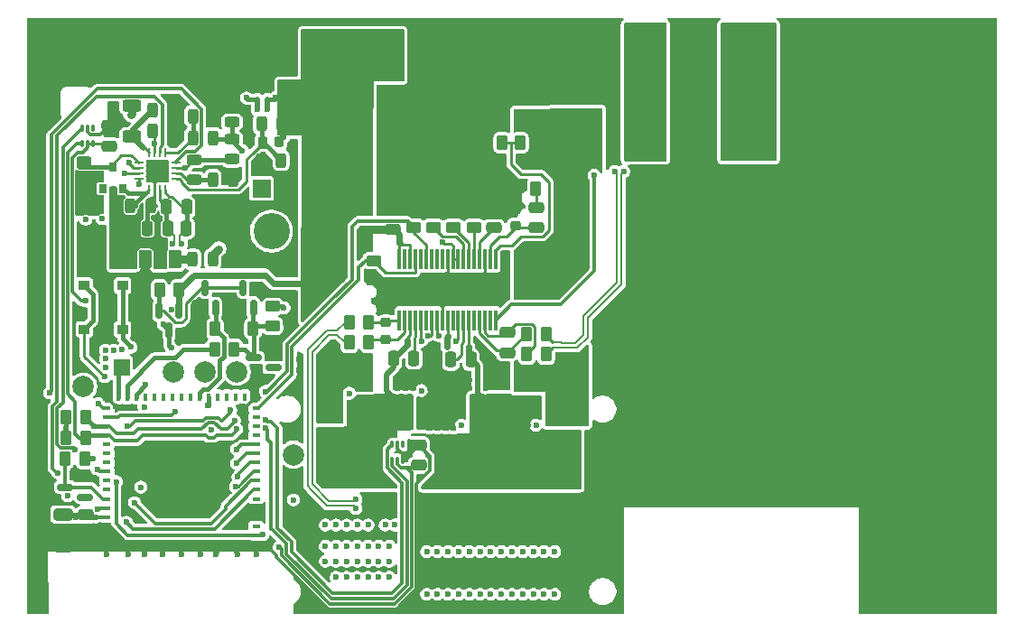
<source format=gbl>
G04 #@! TF.GenerationSoftware,KiCad,Pcbnew,9.0.5*
G04 #@! TF.CreationDate,2025-12-20T13:11:22+01:00*
G04 #@! TF.ProjectId,peak-ignitor-box,7065616b-2d69-4676-9e69-746f722d626f,rev?*
G04 #@! TF.SameCoordinates,Original*
G04 #@! TF.FileFunction,Copper,L4,Bot*
G04 #@! TF.FilePolarity,Positive*
%FSLAX46Y46*%
G04 Gerber Fmt 4.6, Leading zero omitted, Abs format (unit mm)*
G04 Created by KiCad (PCBNEW 9.0.5) date 2025-12-20 13:11:22*
%MOMM*%
%LPD*%
G01*
G04 APERTURE LIST*
G04 Aperture macros list*
%AMRoundRect*
0 Rectangle with rounded corners*
0 $1 Rounding radius*
0 $2 $3 $4 $5 $6 $7 $8 $9 X,Y pos of 4 corners*
0 Add a 4 corners polygon primitive as box body*
4,1,4,$2,$3,$4,$5,$6,$7,$8,$9,$2,$3,0*
0 Add four circle primitives for the rounded corners*
1,1,$1+$1,$2,$3*
1,1,$1+$1,$4,$5*
1,1,$1+$1,$6,$7*
1,1,$1+$1,$8,$9*
0 Add four rect primitives between the rounded corners*
20,1,$1+$1,$2,$3,$4,$5,0*
20,1,$1+$1,$4,$5,$6,$7,0*
20,1,$1+$1,$6,$7,$8,$9,0*
20,1,$1+$1,$8,$9,$2,$3,0*%
%AMOutline5P*
0 Free polygon, 5 corners , with rotation*
0 The origin of the aperture is its center*
0 number of corners: always 5*
0 $1 to $10 corner X, Y*
0 $11 Rotation angle, in degrees counterclockwise*
0 create outline with 5 corners*
4,1,5,$1,$2,$3,$4,$5,$6,$7,$8,$9,$10,$1,$2,$11*%
%AMOutline6P*
0 Free polygon, 6 corners , with rotation*
0 The origin of the aperture is its center*
0 number of corners: always 6*
0 $1 to $12 corner X, Y*
0 $13 Rotation angle, in degrees counterclockwise*
0 create outline with 6 corners*
4,1,6,$1,$2,$3,$4,$5,$6,$7,$8,$9,$10,$11,$12,$1,$2,$13*%
%AMOutline7P*
0 Free polygon, 7 corners , with rotation*
0 The origin of the aperture is its center*
0 number of corners: always 7*
0 $1 to $14 corner X, Y*
0 $15 Rotation angle, in degrees counterclockwise*
0 create outline with 7 corners*
4,1,7,$1,$2,$3,$4,$5,$6,$7,$8,$9,$10,$11,$12,$13,$14,$1,$2,$15*%
%AMOutline8P*
0 Free polygon, 8 corners , with rotation*
0 The origin of the aperture is its center*
0 number of corners: always 8*
0 $1 to $16 corner X, Y*
0 $17 Rotation angle, in degrees counterclockwise*
0 create outline with 8 corners*
4,1,8,$1,$2,$3,$4,$5,$6,$7,$8,$9,$10,$11,$12,$13,$14,$15,$16,$1,$2,$17*%
G04 Aperture macros list end*
G04 #@! TA.AperFunction,EtchedComponent*
%ADD10C,0.000000*%
G04 #@! TD*
G04 #@! TA.AperFunction,ComponentPad*
%ADD11R,1.700000X1.700000*%
G04 #@! TD*
G04 #@! TA.AperFunction,ComponentPad*
%ADD12C,1.700000*%
G04 #@! TD*
G04 #@! TA.AperFunction,ComponentPad*
%ADD13C,2.780000*%
G04 #@! TD*
G04 #@! TA.AperFunction,ComponentPad*
%ADD14C,2.000000*%
G04 #@! TD*
G04 #@! TA.AperFunction,ComponentPad*
%ADD15C,3.400000*%
G04 #@! TD*
G04 #@! TA.AperFunction,SMDPad,CuDef*
%ADD16RoundRect,0.062500X-0.062500X0.337500X-0.062500X-0.337500X0.062500X-0.337500X0.062500X0.337500X0*%
G04 #@! TD*
G04 #@! TA.AperFunction,SMDPad,CuDef*
%ADD17RoundRect,0.062500X-0.337500X0.062500X-0.337500X-0.062500X0.337500X-0.062500X0.337500X0.062500X0*%
G04 #@! TD*
G04 #@! TA.AperFunction,SMDPad,CuDef*
%ADD18R,2.140000X2.140000*%
G04 #@! TD*
G04 #@! TA.AperFunction,SMDPad,CuDef*
%ADD19RoundRect,0.243750X-0.456250X0.243750X-0.456250X-0.243750X0.456250X-0.243750X0.456250X0.243750X0*%
G04 #@! TD*
G04 #@! TA.AperFunction,SMDPad,CuDef*
%ADD20RoundRect,0.243750X0.243750X0.456250X-0.243750X0.456250X-0.243750X-0.456250X0.243750X-0.456250X0*%
G04 #@! TD*
G04 #@! TA.AperFunction,SMDPad,CuDef*
%ADD21RoundRect,0.243750X-0.243750X-0.456250X0.243750X-0.456250X0.243750X0.456250X-0.243750X0.456250X0*%
G04 #@! TD*
G04 #@! TA.AperFunction,SMDPad,CuDef*
%ADD22RoundRect,0.218750X0.218750X0.256250X-0.218750X0.256250X-0.218750X-0.256250X0.218750X-0.256250X0*%
G04 #@! TD*
G04 #@! TA.AperFunction,SMDPad,CuDef*
%ADD23R,0.800000X0.900000*%
G04 #@! TD*
G04 #@! TA.AperFunction,SMDPad,CuDef*
%ADD24RoundRect,0.243750X0.456250X-0.243750X0.456250X0.243750X-0.456250X0.243750X-0.456250X-0.243750X0*%
G04 #@! TD*
G04 #@! TA.AperFunction,SMDPad,CuDef*
%ADD25RoundRect,0.250000X-0.625000X0.312500X-0.625000X-0.312500X0.625000X-0.312500X0.625000X0.312500X0*%
G04 #@! TD*
G04 #@! TA.AperFunction,SMDPad,CuDef*
%ADD26RoundRect,0.250000X0.375000X0.625000X-0.375000X0.625000X-0.375000X-0.625000X0.375000X-0.625000X0*%
G04 #@! TD*
G04 #@! TA.AperFunction,SMDPad,CuDef*
%ADD27RoundRect,0.250000X-0.250000X-0.475000X0.250000X-0.475000X0.250000X0.475000X-0.250000X0.475000X0*%
G04 #@! TD*
G04 #@! TA.AperFunction,SMDPad,CuDef*
%ADD28RoundRect,0.250000X0.250000X0.475000X-0.250000X0.475000X-0.250000X-0.475000X0.250000X-0.475000X0*%
G04 #@! TD*
G04 #@! TA.AperFunction,SMDPad,CuDef*
%ADD29RoundRect,0.150000X0.587500X0.150000X-0.587500X0.150000X-0.587500X-0.150000X0.587500X-0.150000X0*%
G04 #@! TD*
G04 #@! TA.AperFunction,SMDPad,CuDef*
%ADD30RoundRect,0.250000X0.450000X-0.262500X0.450000X0.262500X-0.450000X0.262500X-0.450000X-0.262500X0*%
G04 #@! TD*
G04 #@! TA.AperFunction,SMDPad,CuDef*
%ADD31RoundRect,0.250000X-0.262500X-0.450000X0.262500X-0.450000X0.262500X0.450000X-0.262500X0.450000X0*%
G04 #@! TD*
G04 #@! TA.AperFunction,SMDPad,CuDef*
%ADD32R,1.000000X0.900000*%
G04 #@! TD*
G04 #@! TA.AperFunction,SMDPad,CuDef*
%ADD33RoundRect,0.150000X0.150000X-0.587500X0.150000X0.587500X-0.150000X0.587500X-0.150000X-0.587500X0*%
G04 #@! TD*
G04 #@! TA.AperFunction,SMDPad,CuDef*
%ADD34RoundRect,0.050000X-0.100000X0.285000X-0.100000X-0.285000X0.100000X-0.285000X0.100000X0.285000X0*%
G04 #@! TD*
G04 #@! TA.AperFunction,SMDPad,CuDef*
%ADD35RoundRect,0.250000X-0.475000X0.250000X-0.475000X-0.250000X0.475000X-0.250000X0.475000X0.250000X0*%
G04 #@! TD*
G04 #@! TA.AperFunction,SMDPad,CuDef*
%ADD36RoundRect,0.250000X0.475000X-0.250000X0.475000X0.250000X-0.475000X0.250000X-0.475000X-0.250000X0*%
G04 #@! TD*
G04 #@! TA.AperFunction,SMDPad,CuDef*
%ADD37RoundRect,0.250000X0.262500X0.450000X-0.262500X0.450000X-0.262500X-0.450000X0.262500X-0.450000X0*%
G04 #@! TD*
G04 #@! TA.AperFunction,SMDPad,CuDef*
%ADD38RoundRect,0.250000X-0.650000X0.325000X-0.650000X-0.325000X0.650000X-0.325000X0.650000X0.325000X0*%
G04 #@! TD*
G04 #@! TA.AperFunction,SMDPad,CuDef*
%ADD39RoundRect,0.150000X-0.150000X0.587500X-0.150000X-0.587500X0.150000X-0.587500X0.150000X0.587500X0*%
G04 #@! TD*
G04 #@! TA.AperFunction,SMDPad,CuDef*
%ADD40C,0.500000*%
G04 #@! TD*
G04 #@! TA.AperFunction,SMDPad,CuDef*
%ADD41R,0.800000X0.400000*%
G04 #@! TD*
G04 #@! TA.AperFunction,SMDPad,CuDef*
%ADD42R,0.400000X0.800000*%
G04 #@! TD*
G04 #@! TA.AperFunction,HeatsinkPad*
%ADD43R,1.200000X1.200000*%
G04 #@! TD*
G04 #@! TA.AperFunction,HeatsinkPad*
%ADD44Outline5P,-0.600000X0.600000X0.600000X0.600000X0.600000X-0.600000X-0.204000X-0.600000X-0.600000X-0.204000X0.000000*%
G04 #@! TD*
G04 #@! TA.AperFunction,SMDPad,CuDef*
%ADD45R,0.800000X0.800000*%
G04 #@! TD*
G04 #@! TA.AperFunction,SMDPad,CuDef*
%ADD46RoundRect,0.225000X0.250000X-0.225000X0.250000X0.225000X-0.250000X0.225000X-0.250000X-0.225000X0*%
G04 #@! TD*
G04 #@! TA.AperFunction,SMDPad,CuDef*
%ADD47R,1.500000X1.500000*%
G04 #@! TD*
G04 #@! TA.AperFunction,SMDPad,CuDef*
%ADD48RoundRect,0.225000X-0.250000X0.225000X-0.250000X-0.225000X0.250000X-0.225000X0.250000X0.225000X0*%
G04 #@! TD*
G04 #@! TA.AperFunction,SMDPad,CuDef*
%ADD49R,0.312473X1.955432*%
G04 #@! TD*
G04 #@! TA.AperFunction,SMDPad,CuDef*
%ADD50R,4.700001X2.899999*%
G04 #@! TD*
G04 #@! TA.AperFunction,ViaPad*
%ADD51C,0.600000*%
G04 #@! TD*
G04 #@! TA.AperFunction,Conductor*
%ADD52C,0.250000*%
G04 #@! TD*
G04 #@! TA.AperFunction,Conductor*
%ADD53C,0.400000*%
G04 #@! TD*
G04 #@! TA.AperFunction,Conductor*
%ADD54C,0.300000*%
G04 #@! TD*
G04 #@! TA.AperFunction,Conductor*
%ADD55C,0.600000*%
G04 #@! TD*
G04 #@! TA.AperFunction,Conductor*
%ADD56C,0.800000*%
G04 #@! TD*
G04 #@! TA.AperFunction,Conductor*
%ADD57C,0.200000*%
G04 #@! TD*
G04 #@! TA.AperFunction,Conductor*
%ADD58C,1.000000*%
G04 #@! TD*
G04 #@! TA.AperFunction,Conductor*
%ADD59C,0.500000*%
G04 #@! TD*
G04 APERTURE END LIST*
D10*
G04 #@! TA.AperFunction,EtchedComponent*
G36*
X218850000Y-82650000D02*
G01*
X218350000Y-82650000D01*
X218350000Y-81650000D01*
X218850000Y-81650000D01*
X218850000Y-82650000D01*
G37*
G04 #@! TD.AperFunction*
G04 #@! TA.AperFunction,EtchedComponent*
G36*
X219800000Y-82650000D02*
G01*
X219300000Y-82650000D01*
X219300000Y-81650000D01*
X219800000Y-81650000D01*
X219800000Y-82650000D01*
G37*
G04 #@! TD.AperFunction*
D11*
X219025000Y-90050000D03*
D12*
X221565000Y-90050000D03*
D13*
X254940000Y-76400000D03*
X254940000Y-79800000D03*
X264860000Y-76400000D03*
X264860000Y-79800000D03*
D14*
X222000000Y-115000000D03*
X213705000Y-107250000D03*
D15*
X225500000Y-77600000D03*
D14*
X216705000Y-107250000D03*
X210705000Y-107250000D03*
D15*
X264900000Y-85000000D03*
X238255000Y-77600000D03*
D14*
X229805000Y-77600000D03*
D15*
X219950000Y-94050000D03*
D14*
X202305000Y-108600000D03*
D15*
X259800000Y-85000000D03*
X219750000Y-77600000D03*
D16*
X208487500Y-86650000D03*
X208987500Y-86650000D03*
X209487500Y-86650000D03*
X209987500Y-86650000D03*
D17*
X210987500Y-87650000D03*
X210987500Y-88150000D03*
X210987500Y-88650000D03*
X210987500Y-89150000D03*
D16*
X209987500Y-90150000D03*
X209487500Y-90150000D03*
X208987500Y-90150000D03*
X208487500Y-90150000D03*
D17*
X207487500Y-89150000D03*
X207487500Y-88650000D03*
X207487500Y-88150000D03*
X207487500Y-87650000D03*
D18*
X209237500Y-88400000D03*
D19*
X216237500Y-81938000D03*
X216237500Y-83813000D03*
D20*
X210675000Y-82710000D03*
X208800000Y-82710000D03*
X220837500Y-87400000D03*
X218962500Y-87400000D03*
D21*
X212569500Y-83256500D03*
X214444500Y-83256500D03*
D19*
X212681500Y-87350500D03*
X212681500Y-89225500D03*
D21*
X212569500Y-85288500D03*
X214444500Y-85288500D03*
D22*
X220675000Y-85700000D03*
X219100000Y-85700000D03*
D23*
X206000000Y-90035000D03*
X204100000Y-90035000D03*
X205050000Y-88035000D03*
D20*
X208587500Y-91700000D03*
X206712500Y-91700000D03*
D21*
X214462500Y-89200000D03*
X216337500Y-89200000D03*
D24*
X216237500Y-87290500D03*
X216237500Y-85415500D03*
D20*
X220887500Y-84000000D03*
X219012500Y-84000000D03*
D24*
X202355000Y-89397500D03*
X202355000Y-87522500D03*
D25*
X206837500Y-82247500D03*
X206837500Y-85172500D03*
D20*
X210634500Y-84653500D03*
X208759500Y-84653500D03*
X214437500Y-96700000D03*
X212562500Y-96700000D03*
D26*
X210900000Y-96700000D03*
X208100000Y-96700000D03*
D27*
X208300000Y-93800000D03*
X210200000Y-93800000D03*
D28*
X212000000Y-91800000D03*
X210100000Y-91800000D03*
D29*
X202475000Y-117100000D03*
X202475000Y-119000000D03*
X200600000Y-118050000D03*
D30*
X233299999Y-93674808D03*
X233299999Y-91849808D03*
D31*
X227237500Y-104500000D03*
X229062500Y-104500000D03*
D27*
X236750000Y-106100000D03*
X238650000Y-106100000D03*
D32*
X207600000Y-103250000D03*
X207600000Y-99150000D03*
X206000000Y-103250000D03*
X206000000Y-99150000D03*
D33*
X218242500Y-101212500D03*
X216342500Y-101212500D03*
X217292500Y-99337500D03*
D30*
X229500000Y-98625000D03*
X229500000Y-96800000D03*
D34*
X231250000Y-114060000D03*
X231750000Y-114060000D03*
X232250000Y-114060000D03*
X232250000Y-115540000D03*
X231750000Y-115540000D03*
X231250000Y-115540000D03*
D35*
X242037500Y-103550000D03*
X242037500Y-105450000D03*
D36*
X244799999Y-93712308D03*
X244799999Y-91812308D03*
D37*
X245075000Y-85750000D03*
X243250000Y-85750000D03*
D28*
X213850000Y-93800000D03*
X211950000Y-93800000D03*
D37*
X244712499Y-90062308D03*
X242887499Y-90062308D03*
D38*
X200400000Y-120625000D03*
X200400000Y-123575000D03*
D31*
X200687500Y-111500000D03*
X202512500Y-111500000D03*
X216380000Y-103175000D03*
X218205000Y-103175000D03*
D34*
X202200000Y-84360000D03*
X202700000Y-84360000D03*
X203200000Y-84360000D03*
X203200000Y-85840000D03*
X202700000Y-85840000D03*
X202200000Y-85840000D03*
D37*
X245700000Y-105600000D03*
X243875000Y-105600000D03*
D39*
X209392500Y-101525000D03*
X211292500Y-101525000D03*
X210342500Y-103400000D03*
D37*
X245700000Y-103700000D03*
X243875000Y-103700000D03*
D40*
X218600000Y-82650000D03*
X218600000Y-81650000D03*
D32*
X202400000Y-99150000D03*
X202400000Y-103250000D03*
X204000000Y-99150000D03*
X204000000Y-103250000D03*
D31*
X227237500Y-102600000D03*
X229062500Y-102600000D03*
D30*
X220042500Y-102937500D03*
X220042500Y-101112500D03*
D37*
X202412500Y-115400000D03*
X200587500Y-115400000D03*
D41*
X204500000Y-122550000D03*
X204500000Y-121700000D03*
X204500000Y-120850000D03*
X204500000Y-120000000D03*
X204500000Y-119150000D03*
X204500000Y-118300000D03*
X204500000Y-117450000D03*
X204500000Y-116600000D03*
X204500000Y-115750000D03*
X204500000Y-114900000D03*
X204500000Y-114050000D03*
X204500000Y-113200000D03*
X204500000Y-112350000D03*
X204500000Y-111500000D03*
X204500000Y-110650000D03*
D42*
X205550000Y-109600000D03*
X206400000Y-109600000D03*
X207250000Y-109600000D03*
X208100000Y-109600000D03*
X208950000Y-109600000D03*
X209800000Y-109600000D03*
X210650000Y-109600000D03*
X211500000Y-109600000D03*
X212350000Y-109600000D03*
X213200000Y-109600000D03*
X214050000Y-109600000D03*
X214900000Y-109600000D03*
X215750000Y-109600000D03*
X216600000Y-109600000D03*
X217450000Y-109600000D03*
D41*
X218500000Y-110650000D03*
X218500000Y-111500000D03*
X218500000Y-112350000D03*
X218500000Y-113200000D03*
X218500000Y-114050000D03*
X218500000Y-114900000D03*
X218500000Y-115750000D03*
X218500000Y-116600000D03*
X218500000Y-117450000D03*
X218500000Y-118300000D03*
X218500000Y-119150000D03*
X218500000Y-120000000D03*
X218500000Y-120850000D03*
X218500000Y-121700000D03*
X218500000Y-122550000D03*
D42*
X217450000Y-123600000D03*
X216600000Y-123600000D03*
X215750000Y-123600000D03*
X214900000Y-123600000D03*
X214050000Y-123600000D03*
X213200000Y-123600000D03*
X212350000Y-123600000D03*
X211500000Y-123600000D03*
X210650000Y-123600000D03*
X209800000Y-123600000D03*
X208950000Y-123600000D03*
X208100000Y-123600000D03*
X207250000Y-123600000D03*
X206400000Y-123600000D03*
X205550000Y-123600000D03*
D43*
X209850000Y-114950000D03*
X209850000Y-116600000D03*
D44*
X209850000Y-118250000D03*
D43*
X211500000Y-114950000D03*
X211500000Y-116600000D03*
X211500000Y-118250000D03*
X213150000Y-114950000D03*
X213150000Y-116600000D03*
X213150000Y-118250000D03*
D45*
X204500000Y-123600000D03*
X204500000Y-109600000D03*
X218500000Y-109600000D03*
X218500000Y-123600000D03*
D31*
X209442500Y-99562500D03*
X211267500Y-99562500D03*
D46*
X242799999Y-93537308D03*
X242799999Y-91987308D03*
D36*
X231300000Y-93900000D03*
X231300000Y-92000000D03*
D30*
X236999999Y-93674808D03*
X236999999Y-91849808D03*
D29*
X220142500Y-104950000D03*
X220142500Y-106850000D03*
X218267500Y-105900000D03*
D36*
X240799999Y-93712308D03*
X240799999Y-91812308D03*
D30*
X238949999Y-93674808D03*
X238949999Y-91849808D03*
D37*
X216425000Y-105100000D03*
X214600000Y-105100000D03*
D35*
X202500000Y-120650000D03*
X202500000Y-122550000D03*
D47*
X205900000Y-106800000D03*
D33*
X214692500Y-101242500D03*
X212792500Y-101242500D03*
X213742500Y-99367500D03*
D40*
X219550000Y-82650000D03*
X219550000Y-81650000D03*
D31*
X200687500Y-113400000D03*
X202512500Y-113400000D03*
D28*
X233300000Y-106000000D03*
X231400000Y-106000000D03*
D36*
X233750000Y-116000000D03*
X233750000Y-114100000D03*
X204700000Y-86050000D03*
X204700000Y-84150000D03*
D30*
X235099999Y-93674808D03*
X235099999Y-91849808D03*
D48*
X230650000Y-102625000D03*
X230650000Y-104175000D03*
D31*
X212830000Y-103205000D03*
X214655000Y-103205000D03*
D49*
X231949998Y-96636924D03*
X232449999Y-96636924D03*
X232949998Y-96636924D03*
X233450000Y-96636924D03*
X233949999Y-96636924D03*
X234449998Y-96636924D03*
X234949999Y-96636924D03*
X235449998Y-96636924D03*
X235950000Y-96636924D03*
X236449999Y-96636924D03*
X236949998Y-96636924D03*
X237450000Y-96636924D03*
X237949999Y-96636924D03*
X238450000Y-96636924D03*
X238949999Y-96636924D03*
X239449998Y-96636924D03*
X239950000Y-96636924D03*
X240449999Y-96636924D03*
X240950000Y-96636924D03*
X240950000Y-102387692D03*
X240449999Y-102387692D03*
X239950000Y-102387692D03*
X239449998Y-102387692D03*
X238949999Y-102387692D03*
X238450000Y-102387692D03*
X237949999Y-102387692D03*
X237450000Y-102387692D03*
X236949998Y-102387692D03*
X236449999Y-102387692D03*
X235950000Y-102387692D03*
X235449998Y-102387692D03*
X234949999Y-102387692D03*
X234449998Y-102387692D03*
X233949999Y-102387692D03*
X233450000Y-102387692D03*
X232949998Y-102387692D03*
X232449999Y-102387692D03*
X231949998Y-102387692D03*
D50*
X236449999Y-99512308D03*
D37*
X241575000Y-85750000D03*
X239750000Y-85750000D03*
D51*
X211882000Y-88150000D03*
X208987500Y-85800000D03*
X223550000Y-87600000D03*
X220350000Y-81500000D03*
X224550000Y-107100000D03*
X226250000Y-111750000D03*
X227750000Y-107000000D03*
X226550000Y-95100000D03*
X227750000Y-106000000D03*
X226250000Y-110750000D03*
X225550000Y-84600000D03*
X223500000Y-95100000D03*
X224500000Y-98600000D03*
X226550000Y-98600000D03*
X226550000Y-84600000D03*
X224550000Y-108100000D03*
X226750000Y-107000000D03*
X226750000Y-106000000D03*
X225550000Y-87600000D03*
X228431153Y-94131153D03*
X224500000Y-95100000D03*
X224750000Y-110750000D03*
X225550000Y-95100000D03*
X224550000Y-84600000D03*
X224750000Y-111750000D03*
X225500000Y-109750000D03*
X225550000Y-98600000D03*
X223550000Y-84600000D03*
X226750000Y-108000000D03*
X224550000Y-87600000D03*
X221100000Y-85200000D03*
X226250000Y-109750000D03*
X227750000Y-108000000D03*
X225500000Y-111750000D03*
X224750000Y-109750000D03*
X225500000Y-110750000D03*
X224550000Y-106100000D03*
X226550000Y-87600000D03*
X223500000Y-98600000D03*
X210955000Y-111000000D03*
X205065251Y-90165251D03*
X205075000Y-92330000D03*
X206405000Y-95000000D03*
X206405000Y-96000000D03*
X205775000Y-91630000D03*
X208405000Y-95000000D03*
X209405000Y-95000000D03*
X206405000Y-97000000D03*
X206750000Y-83100000D03*
X207405000Y-95000000D03*
X205075000Y-90930000D03*
X205775000Y-92330000D03*
X205775000Y-90930000D03*
X205075000Y-91630000D03*
X209805000Y-102800000D03*
X210537171Y-104988487D03*
X205955000Y-105150000D03*
X201600000Y-120900000D03*
X204405000Y-105200000D03*
X214300000Y-112700000D03*
X204405000Y-106000000D03*
X220668599Y-123678648D03*
X203500000Y-120850000D03*
X208000000Y-110550002D03*
X205155000Y-105200000D03*
X207700000Y-118050000D03*
X202516853Y-100591413D03*
X200687500Y-112600000D03*
X210552800Y-101400000D03*
X222000000Y-119250000D03*
X204405000Y-106800000D03*
X200850000Y-118850000D03*
X210650000Y-95233013D03*
X218600000Y-82650000D03*
X211500000Y-95233013D03*
X219550000Y-82650000D03*
X222500000Y-108100000D03*
X241550000Y-99600000D03*
X232605000Y-84550000D03*
X238550000Y-100600000D03*
X234750000Y-108750000D03*
X236716824Y-100525856D03*
X208437500Y-88410000D03*
X202500000Y-95350000D03*
X237750000Y-91849808D03*
X234500000Y-122100000D03*
X252500000Y-104100000D03*
X237550000Y-98600000D03*
X203000000Y-97100000D03*
X247505000Y-122100000D03*
X238505000Y-120100000D03*
X208437500Y-87610000D03*
X236505000Y-121100000D03*
X210675000Y-83700000D03*
X240550000Y-99600000D03*
X213025000Y-101325000D03*
X252500000Y-107100000D03*
X250600000Y-107100000D03*
X208035000Y-97870000D03*
X235500000Y-121100000D03*
X237000000Y-112500000D03*
X237750000Y-108750000D03*
X240799999Y-91812308D03*
X244505000Y-121100000D03*
X234605000Y-84550000D03*
X250600000Y-106100000D03*
X238500000Y-108000000D03*
X231605000Y-87050000D03*
X246505000Y-122100000D03*
X235500000Y-119100000D03*
X232550000Y-99512308D03*
X240505000Y-122100000D03*
X210750000Y-115850000D03*
X251650000Y-105100000D03*
X245505000Y-122100000D03*
X203000000Y-96100000D03*
X250600000Y-103100000D03*
X235500000Y-110250000D03*
X251650000Y-106100000D03*
X237105000Y-87050000D03*
X238505000Y-121100000D03*
X243505000Y-121100000D03*
X235500000Y-122100000D03*
X239505000Y-119100000D03*
X232200000Y-92000000D03*
X210750000Y-114100000D03*
X217620763Y-120100000D03*
X239505000Y-120100000D03*
X217620763Y-120850000D03*
X244505000Y-122100000D03*
X237550000Y-100600000D03*
X231750000Y-108750000D03*
X237505000Y-122100000D03*
X232500000Y-108000000D03*
X239550000Y-100600000D03*
X241505000Y-120100000D03*
X205350000Y-110450000D03*
X204500000Y-124350000D03*
X210037500Y-87610000D03*
X235500000Y-108750000D03*
X240550000Y-100419276D03*
X213770763Y-118900000D03*
X244505000Y-120100000D03*
X204000000Y-99900000D03*
X208405000Y-103100000D03*
X219750000Y-123750000D03*
X233550000Y-98600000D03*
X235350000Y-99600000D03*
X233250000Y-108000000D03*
X242505000Y-122100000D03*
X239105000Y-84550000D03*
X236250000Y-108000000D03*
X240550000Y-98600000D03*
X237000000Y-110250000D03*
X209138593Y-114766002D03*
X236250000Y-112500000D03*
X251650000Y-103100000D03*
X238105000Y-84550000D03*
X237505000Y-120100000D03*
X212250000Y-117350000D03*
X232550000Y-98600000D03*
X246505000Y-119100000D03*
X235950000Y-91849808D03*
X235500000Y-120100000D03*
X235325000Y-100600000D03*
X241550000Y-100419276D03*
X250600000Y-108100000D03*
X233605000Y-84550000D03*
X224000000Y-120100000D03*
X245505000Y-119100000D03*
X239550000Y-99600000D03*
X238500000Y-108750000D03*
X250600000Y-105100000D03*
X250600000Y-104100000D03*
X243505000Y-120100000D03*
X234750000Y-112500000D03*
X244505000Y-119100000D03*
X243505000Y-119100000D03*
X234750000Y-111750000D03*
X213250000Y-124350000D03*
X237750000Y-108000000D03*
X218500000Y-124350000D03*
X239750000Y-91812308D03*
X236505000Y-122100000D03*
X242505000Y-121100000D03*
X238505000Y-122100000D03*
X213770763Y-117600000D03*
X230550000Y-99512308D03*
X237505000Y-119100000D03*
X239505000Y-121100000D03*
X203600000Y-122512500D03*
X215705000Y-101450000D03*
X232550000Y-100600000D03*
X246505000Y-120100000D03*
X236250000Y-109500000D03*
X239550000Y-98600000D03*
X234500000Y-121100000D03*
X208437500Y-89210000D03*
X208000000Y-124350000D03*
X237505000Y-121100000D03*
X222500000Y-106100000D03*
X252500000Y-108100000D03*
X252500000Y-106100000D03*
X230550000Y-100600000D03*
X240105000Y-84550000D03*
X236250000Y-111750000D03*
X207200000Y-98500000D03*
X222250000Y-121500000D03*
X231000000Y-120100000D03*
X232500000Y-108750000D03*
X205700000Y-83900000D03*
X241505000Y-121100000D03*
X251650000Y-104100000D03*
X251650000Y-108100000D03*
X240505000Y-119100000D03*
X236505000Y-120100000D03*
X206500000Y-124350000D03*
X242505000Y-120100000D03*
X219105000Y-104850000D03*
X241550000Y-98600000D03*
X251650000Y-107100000D03*
X238550000Y-99600000D03*
X241505000Y-122100000D03*
X240505000Y-121100000D03*
X202500000Y-97600000D03*
X236250000Y-111000000D03*
X234550000Y-99600000D03*
X245505000Y-121100000D03*
X231550000Y-98600000D03*
X231550000Y-99512308D03*
X233605000Y-87050000D03*
X212250000Y-114100000D03*
X247505000Y-119100000D03*
X221250000Y-103600000D03*
X239505000Y-122100000D03*
X235500000Y-111000000D03*
X234605000Y-87050000D03*
X235500000Y-108000000D03*
X246505000Y-121100000D03*
X238550000Y-98600000D03*
X209237500Y-88410000D03*
X236775000Y-98600000D03*
X232605000Y-87050000D03*
X237000000Y-111000000D03*
X234550000Y-100600000D03*
X239105000Y-87050000D03*
X236250000Y-108750000D03*
X240505000Y-120100000D03*
X233250000Y-108750000D03*
X211500000Y-124350000D03*
X209000000Y-115850000D03*
X237000000Y-111750000D03*
X230550000Y-98600000D03*
X213770763Y-116300000D03*
X235500000Y-111750000D03*
X207505000Y-103100000D03*
X241505000Y-119100000D03*
X237105000Y-84550000D03*
X252500000Y-103100000D03*
X210750000Y-119100000D03*
X218800000Y-88400000D03*
X213770763Y-115100000D03*
X210037500Y-88410000D03*
X233550000Y-99512308D03*
X209000000Y-119100000D03*
X203000000Y-94850000D03*
X245505000Y-120100000D03*
X212250000Y-115850000D03*
X235500000Y-109500000D03*
X234500000Y-120100000D03*
X234750000Y-110250000D03*
X231550000Y-100600000D03*
X203406482Y-117138923D03*
X234750000Y-109500000D03*
X210750000Y-117350000D03*
X240105000Y-87050000D03*
X236750000Y-99600000D03*
X209750000Y-124350000D03*
X215755000Y-89450000D03*
X235500000Y-112500000D03*
X210037500Y-89210000D03*
X236250000Y-110250000D03*
X215755000Y-88650000D03*
X238505000Y-119100000D03*
X234750000Y-108000000D03*
X240000000Y-108000000D03*
X221250000Y-102600000D03*
X231605000Y-84550000D03*
X240000000Y-108750000D03*
X236505000Y-119100000D03*
X243505000Y-122100000D03*
X252500000Y-105100000D03*
X209000000Y-117350000D03*
X234550000Y-98600000D03*
X235350000Y-98600000D03*
X233550000Y-100600000D03*
X234750000Y-111000000D03*
X234500000Y-119100000D03*
X216750000Y-124350000D03*
X201756250Y-123256250D03*
X242505000Y-119100000D03*
X231750000Y-108000000D03*
X209237500Y-87610000D03*
X234200000Y-91849808D03*
X229550000Y-100600000D03*
X212250000Y-119100000D03*
X214750000Y-124350000D03*
X247505000Y-121100000D03*
X222500000Y-107100000D03*
X209237500Y-89210000D03*
X237550000Y-99600000D03*
X217370763Y-110500000D03*
X247505000Y-120100000D03*
X231000000Y-119100000D03*
X238105000Y-87050000D03*
X199139700Y-109200000D03*
X203707021Y-110220478D03*
X203600000Y-116400000D03*
X199900000Y-116700000D03*
X235960000Y-95080000D03*
X235623793Y-103835633D03*
X238500000Y-117600000D03*
X241500000Y-117600000D03*
X245500000Y-117600000D03*
X242000000Y-110750000D03*
X240445000Y-109750000D03*
X246500000Y-113600000D03*
X243500000Y-117600000D03*
X244000000Y-111500000D03*
X242000000Y-112250000D03*
X238500000Y-113600000D03*
X244500000Y-117600000D03*
X236500000Y-113600000D03*
X244000000Y-110000000D03*
X235500000Y-113600000D03*
X239500000Y-113600000D03*
X243000000Y-110000000D03*
X240500000Y-117600000D03*
X242500000Y-117600000D03*
X239695000Y-110750000D03*
X238945000Y-111750000D03*
X239695000Y-109750000D03*
X243000000Y-112250000D03*
X244000000Y-112250000D03*
X239695000Y-111750000D03*
X243000000Y-111500000D03*
X243000000Y-110750000D03*
X236500000Y-117600000D03*
X242000000Y-110000000D03*
X244500000Y-113600000D03*
X242500000Y-113600000D03*
X244000000Y-110750000D03*
X241500000Y-113600000D03*
X238945000Y-109750000D03*
X240445000Y-111750000D03*
X245500000Y-113600000D03*
X237500000Y-113600000D03*
X238945000Y-110750000D03*
X237500000Y-117600000D03*
X235500000Y-117600000D03*
X242000000Y-111500000D03*
X240445000Y-110750000D03*
X240500000Y-113600000D03*
X239500000Y-117600000D03*
X246500000Y-117600000D03*
X243500000Y-113600000D03*
X217600000Y-81550000D03*
X244750000Y-112250000D03*
X237204516Y-104340889D03*
X236500000Y-104750000D03*
X237750000Y-112250000D03*
X217200000Y-86500000D03*
X206150000Y-88636204D03*
X201905000Y-91160000D03*
X202605000Y-91860000D03*
X202605000Y-90460000D03*
X201905000Y-90460000D03*
X201905000Y-91860000D03*
X202605000Y-91160000D03*
X202615000Y-88770000D03*
X227850000Y-119175000D03*
X227850000Y-120025000D03*
X234660773Y-103831521D03*
X234000000Y-109000000D03*
X227250000Y-109250000D03*
X233999999Y-104353184D03*
X206576540Y-87643256D03*
X204050000Y-92850000D03*
X202518771Y-92925000D03*
X207538532Y-89651836D03*
X252125000Y-88455849D03*
X252975000Y-88455849D03*
X221105000Y-101250000D03*
X203250000Y-115350000D03*
X216120763Y-110850000D03*
X219391558Y-109079205D03*
X206390700Y-112338292D03*
X219120763Y-122500000D03*
X206790141Y-104918221D03*
X205400000Y-117550000D03*
X206351144Y-121348856D03*
X203648238Y-120088821D03*
X204300000Y-107700000D03*
X207100000Y-119500000D03*
X216571354Y-117998954D03*
X216670763Y-114500000D03*
X216775000Y-117100000D03*
X216670763Y-115800000D03*
X216670763Y-112600000D03*
X219339702Y-112495298D03*
X216470763Y-111800000D03*
X201500000Y-114500000D03*
X203262500Y-112350000D03*
X219403611Y-111758361D03*
X214000000Y-110400000D03*
X208125202Y-108479798D03*
X215000000Y-95700000D03*
X247450000Y-109842500D03*
X244000000Y-87600000D03*
X245000000Y-98100000D03*
X244250000Y-107000000D03*
X246250000Y-107000000D03*
X247450000Y-111842500D03*
X247250000Y-108000000D03*
X246000000Y-98100000D03*
X245000000Y-87600000D03*
X246000000Y-87600000D03*
X244000000Y-98100000D03*
X245950000Y-111842500D03*
X246000000Y-95600000D03*
X245250000Y-107000000D03*
X245000000Y-84600000D03*
X248000000Y-84600000D03*
X248000000Y-87600000D03*
X246000000Y-84600000D03*
X246700000Y-109842500D03*
X245250000Y-108000000D03*
X247000000Y-98100000D03*
X247250000Y-107000000D03*
X245950000Y-110842500D03*
X248000000Y-98100000D03*
X247450000Y-110842500D03*
X247000000Y-87600000D03*
X247000000Y-84600000D03*
X245000000Y-95600000D03*
X246700000Y-110842500D03*
X245950000Y-109842500D03*
X246250000Y-108000000D03*
X244000000Y-84600000D03*
X248000000Y-95600000D03*
X246700000Y-111842500D03*
X247000000Y-95600000D03*
X244000000Y-95600000D03*
X253800000Y-84100000D03*
X255800000Y-87100000D03*
X255800000Y-84100000D03*
X256700000Y-86100000D03*
X256700000Y-87100000D03*
X253800000Y-85100000D03*
X255800000Y-85100000D03*
X256700000Y-84100000D03*
X254800000Y-84100000D03*
X256700000Y-85100000D03*
X255800000Y-86100000D03*
X250200000Y-88800000D03*
X230600000Y-117600000D03*
X230250000Y-112000000D03*
X229000000Y-115600000D03*
X229250000Y-112750000D03*
X228250000Y-112000000D03*
X228900000Y-117600000D03*
X229250000Y-111250000D03*
X228000000Y-115600000D03*
X232875000Y-110662500D03*
X225250000Y-113500000D03*
X231375000Y-111662500D03*
X232125000Y-111662500D03*
X225000000Y-115600000D03*
X226000000Y-115600000D03*
X228250000Y-113500000D03*
X228250000Y-110500000D03*
X228250000Y-111250000D03*
X230000000Y-115600000D03*
X227000000Y-117600000D03*
X230250000Y-110500000D03*
X232125000Y-110662500D03*
X231375000Y-110662500D03*
X225250000Y-112750000D03*
X227250000Y-113500000D03*
X232875000Y-109662500D03*
X228250000Y-109750000D03*
X227250000Y-112750000D03*
X230250000Y-112750000D03*
X232875000Y-111662500D03*
X229250000Y-109750000D03*
X227000000Y-115600000D03*
X231375000Y-109662500D03*
X230250000Y-109750000D03*
X228250000Y-112750000D03*
X226250000Y-113500000D03*
X230250000Y-111250000D03*
X226000000Y-117600000D03*
X229250000Y-113500000D03*
X228000000Y-117600000D03*
X229250000Y-110500000D03*
X232125000Y-109662500D03*
X225000000Y-117600000D03*
X226250000Y-112750000D03*
X229250000Y-112000000D03*
X230250000Y-113500000D03*
X227000000Y-121600000D03*
X229000000Y-123600000D03*
X229000000Y-121600000D03*
X243500000Y-124100000D03*
X230600000Y-121600000D03*
X231000000Y-123600000D03*
X234500000Y-124100000D03*
X241500000Y-124100000D03*
X226000000Y-126500000D03*
X225000000Y-125000000D03*
X226000000Y-123600000D03*
X246500000Y-128100000D03*
X235500000Y-128100000D03*
X229000000Y-125000000D03*
X230000000Y-125000000D03*
X242500000Y-128100000D03*
X234500000Y-128100000D03*
X235500000Y-124100000D03*
X243500000Y-128100000D03*
X227000000Y-125000000D03*
X227000000Y-126500000D03*
X240500000Y-128100000D03*
X237500000Y-124100000D03*
X244500000Y-124100000D03*
X226000000Y-121600000D03*
X225000000Y-123600000D03*
X237500000Y-128100000D03*
X231000000Y-126500000D03*
X236500000Y-124100000D03*
X228000000Y-121600000D03*
X230000000Y-123600000D03*
X228000000Y-125000000D03*
X238500000Y-128100000D03*
X228000000Y-126500000D03*
X246500000Y-124100000D03*
X239500000Y-124100000D03*
X245500000Y-124100000D03*
X245500000Y-128100000D03*
X241500000Y-128100000D03*
X226000000Y-125000000D03*
X244500000Y-128100000D03*
X225000000Y-121600000D03*
X231500000Y-121600000D03*
X230000000Y-126500000D03*
X228000000Y-123600000D03*
X238500000Y-124100000D03*
X242500000Y-124100000D03*
X229000000Y-126500000D03*
X236500000Y-128100000D03*
X239500000Y-128100000D03*
X240500000Y-124100000D03*
X231000000Y-125000000D03*
X227000000Y-123600000D03*
D52*
X208987500Y-86650000D02*
X208987500Y-85800000D01*
X208987500Y-85700000D02*
X208987500Y-84881500D01*
X208987500Y-84881500D02*
X208759500Y-84653500D01*
X210987500Y-88150000D02*
X211882000Y-88150000D01*
D53*
X212681500Y-87350500D02*
X216177500Y-87350500D01*
D54*
X208987500Y-85800000D02*
X208987500Y-85700000D01*
D52*
X211882000Y-88150000D02*
X212681500Y-87350500D01*
D53*
X216177500Y-87350500D02*
X216237500Y-87290500D01*
D55*
X212670700Y-98159300D02*
X211267500Y-99562500D01*
D52*
X231949998Y-95362308D02*
X231949998Y-94362307D01*
D55*
X211292500Y-99587500D02*
X211267500Y-99562500D01*
D53*
X220200000Y-81650000D02*
X220350000Y-81500000D01*
D55*
X220180000Y-98975000D02*
X225175000Y-98975000D01*
X231949998Y-94362307D02*
X231487691Y-93900000D01*
D54*
X220887500Y-84000000D02*
X220887500Y-85100000D01*
D52*
X232932235Y-95333208D02*
X231979098Y-95333208D01*
D55*
X231487691Y-93900000D02*
X231300002Y-93900000D01*
X231949998Y-95158208D02*
X231979098Y-95158208D01*
D54*
X221000000Y-85100000D02*
X221100000Y-85200000D01*
D56*
X228662307Y-93900000D02*
X228431153Y-94131153D01*
D54*
X220887500Y-85100000D02*
X221000000Y-85100000D01*
D55*
X225175000Y-98975000D02*
X225550000Y-98600000D01*
D54*
X220887500Y-85100000D02*
X220887500Y-85487500D01*
D55*
X220180000Y-98975000D02*
X219364300Y-98159300D01*
X219364300Y-98159300D02*
X212670700Y-98159300D01*
D52*
X231949998Y-96636924D02*
X231949998Y-95362308D01*
D55*
X231949998Y-94362307D02*
X231949998Y-95158208D01*
D54*
X220887500Y-85487500D02*
X220675000Y-85700000D01*
D52*
X232949998Y-95350971D02*
X232932235Y-95333208D01*
X231979098Y-95333208D02*
X231949998Y-95362308D01*
D56*
X231300002Y-93900000D02*
X228662307Y-93900000D01*
D55*
X211292500Y-101525000D02*
X211292500Y-99587500D01*
D53*
X219550000Y-81650000D02*
X220200000Y-81650000D01*
D52*
X232949998Y-96636924D02*
X232949998Y-95350971D01*
D54*
X210605000Y-111350000D02*
X210955000Y-111000000D01*
X208616701Y-111350000D02*
X210605000Y-111350000D01*
X204500000Y-111500000D02*
X205620893Y-111500000D01*
X205620893Y-111500000D02*
X205770893Y-111350000D01*
X205770893Y-111350000D02*
X208616701Y-111350000D01*
D56*
X212562500Y-96700000D02*
X210900000Y-96700000D01*
X206837500Y-82247500D02*
X206837500Y-83012500D01*
X206837500Y-83012500D02*
X206750000Y-83100000D01*
D52*
X206805756Y-86968256D02*
X207487500Y-87650000D01*
D53*
X201960000Y-88035000D02*
X201837500Y-87912500D01*
D52*
X204782500Y-88035000D02*
X205849244Y-86968256D01*
D53*
X204782500Y-88035000D02*
X201960000Y-88035000D01*
D52*
X205849244Y-86968256D02*
X206805756Y-86968256D01*
D53*
X206000000Y-90035000D02*
X206486014Y-90521014D01*
X207200000Y-91710000D02*
X207200000Y-91427500D01*
X206486014Y-90521014D02*
X208106486Y-90521014D01*
D52*
X208477500Y-90150000D02*
X208106486Y-90521014D01*
D53*
X207200000Y-91427500D02*
X208106486Y-90521014D01*
D52*
X211208000Y-86650000D02*
X212569500Y-85288500D01*
X209987500Y-86650000D02*
X211208000Y-86650000D01*
D53*
X212569500Y-83256500D02*
X212569500Y-85288500D01*
X209805000Y-102862500D02*
X210342500Y-103400000D01*
X210342500Y-104793816D02*
X210537171Y-104988487D01*
X209805000Y-102800000D02*
X209805000Y-102862500D01*
X210342500Y-103400000D02*
X210342500Y-104793816D01*
D54*
X204500000Y-120850000D02*
X204000000Y-120850000D01*
X202508266Y-100600000D02*
X202100000Y-100600000D01*
X220870600Y-123880649D02*
X220668599Y-123678648D01*
X204500000Y-120850000D02*
X203500000Y-120850000D01*
D53*
X203500000Y-120850000D02*
X202662500Y-120850000D01*
D54*
X233079400Y-116679400D02*
X233079400Y-127414260D01*
D53*
X200400000Y-120637500D02*
X202450000Y-120637500D01*
D54*
X232600000Y-116200000D02*
X233550000Y-116200000D01*
X232041790Y-116200000D02*
X232600000Y-116200000D01*
D53*
X202662500Y-120850000D02*
X202500000Y-120687500D01*
D54*
X202100000Y-100600000D02*
X201258800Y-99758800D01*
X201765000Y-86650000D02*
X202258210Y-86650000D01*
X202516853Y-100591413D02*
X202508266Y-100600000D01*
X220870600Y-124448770D02*
X220870600Y-123880649D01*
X233550000Y-116200000D02*
X233750000Y-116000000D01*
X201258800Y-99758800D02*
X201258800Y-87156200D01*
X225421830Y-129000000D02*
X220870600Y-124448770D01*
X231493660Y-129000000D02*
X225421830Y-129000000D01*
X231750000Y-115908210D02*
X232041790Y-116200000D01*
X202700000Y-86208210D02*
X202700000Y-85840000D01*
X233079400Y-127414260D02*
X231493660Y-129000000D01*
D52*
X202700000Y-85840000D02*
X203200000Y-85840000D01*
X204490000Y-85840000D02*
X204700000Y-86050000D01*
D53*
X200687500Y-111600000D02*
X200687500Y-113500000D01*
D54*
X202258210Y-86650000D02*
X202700000Y-86208210D01*
D52*
X203200000Y-85840000D02*
X204490000Y-85840000D01*
D54*
X232600000Y-116200000D02*
X233079400Y-116679400D01*
D53*
X202450000Y-120637500D02*
X202500000Y-120687500D01*
D54*
X231750000Y-115540000D02*
X231750000Y-115908210D01*
X201258800Y-87156200D02*
X201765000Y-86650000D01*
D53*
X219012500Y-84000000D02*
X219012500Y-85612500D01*
D52*
X212194474Y-90165700D02*
X216799026Y-90165700D01*
X217600000Y-89364726D02*
X217600000Y-87300000D01*
X211541800Y-89387019D02*
X211541800Y-89513026D01*
D53*
X219012500Y-85612500D02*
X219100000Y-85700000D01*
D52*
X211541800Y-89513026D02*
X212194474Y-90165700D01*
X218174026Y-86725974D02*
X218209300Y-86725974D01*
X216799026Y-90165700D02*
X217600000Y-89364726D01*
X217600000Y-87300000D02*
X218174026Y-86725974D01*
X218209300Y-86725974D02*
X218754024Y-86181250D01*
X210987500Y-89150000D02*
X211304781Y-89150000D01*
D53*
X219618750Y-86181250D02*
X220837500Y-87400000D01*
D52*
X218754024Y-86181250D02*
X219618750Y-86181250D01*
D53*
X219100000Y-85700000D02*
X219137500Y-85700000D01*
D52*
X211304781Y-89150000D02*
X211541800Y-89387019D01*
D53*
X219137500Y-85700000D02*
X219618750Y-86181250D01*
X215453200Y-105801602D02*
X215100000Y-106154802D01*
X215453200Y-104003200D02*
X215453200Y-105801602D01*
X213509300Y-108859300D02*
X213200000Y-109168600D01*
X214692500Y-101242500D02*
X214692500Y-103167500D01*
X215100000Y-107751037D02*
X213991737Y-108859300D01*
X214655000Y-103205000D02*
X215453200Y-104003200D01*
X215100000Y-106154802D02*
X215100000Y-107751037D01*
X214692500Y-103167500D02*
X214655000Y-103205000D01*
X213991737Y-108859300D02*
X213509300Y-108859300D01*
X213200000Y-109168600D02*
X213200000Y-109600000D01*
D52*
X244799999Y-90149808D02*
X244712499Y-90062308D01*
X244799999Y-91812308D02*
X244799999Y-90149808D01*
D57*
X210849999Y-95033014D02*
X210650000Y-95233013D01*
D53*
X210100000Y-93450000D02*
X210000000Y-93550000D01*
D57*
X210200000Y-93800000D02*
X210849999Y-94449999D01*
X210849999Y-94449999D02*
X210849999Y-95033014D01*
D52*
X209487500Y-91187500D02*
X210100000Y-91800000D01*
D53*
X210100000Y-91800000D02*
X210100000Y-93450000D01*
D52*
X209487500Y-90150000D02*
X209487500Y-91187500D01*
D57*
X211950000Y-93800000D02*
X211300001Y-94449999D01*
D52*
X209987500Y-90150000D02*
X209987500Y-90437500D01*
D53*
X212000000Y-91800000D02*
X212000000Y-93550000D01*
D57*
X211300001Y-95033014D02*
X211500000Y-95233013D01*
X211300001Y-94449999D02*
X211300001Y-95033014D01*
D52*
X210570536Y-90809300D02*
X211561236Y-91800000D01*
X210359300Y-90809300D02*
X210570536Y-90809300D01*
X209987500Y-90437500D02*
X210359300Y-90809300D01*
X211561236Y-91800000D02*
X212000000Y-91800000D01*
X210987500Y-88650000D02*
X211427405Y-88650000D01*
D53*
X212681500Y-89225500D02*
X214437000Y-89225500D01*
X214437000Y-89225500D02*
X214462500Y-89200000D01*
D52*
X211427405Y-88650000D02*
X212002905Y-89225500D01*
X212002905Y-89225500D02*
X212681500Y-89225500D01*
D54*
X208100000Y-124250000D02*
X208000000Y-124350000D01*
X233750000Y-114100000D02*
X234765700Y-115115700D01*
D58*
X235950000Y-91849808D02*
X235099999Y-91849808D01*
D53*
X207600000Y-98900000D02*
X207200000Y-98500000D01*
D54*
X231750000Y-114060000D02*
X231750000Y-114450000D01*
X217370763Y-110500000D02*
X217585381Y-110500000D01*
D59*
X210675000Y-84613000D02*
X210634500Y-84653500D01*
D54*
X234765700Y-116480892D02*
X233521100Y-117725492D01*
X202957490Y-84985700D02*
X203864300Y-84985700D01*
D58*
X238987499Y-91812308D02*
X238949999Y-91849808D01*
D54*
X214900000Y-123600000D02*
X214900000Y-124200000D01*
X232250000Y-114950000D02*
X232250000Y-115540000D01*
D58*
X242799999Y-91987308D02*
X240974999Y-91987308D01*
D53*
X208300000Y-93800000D02*
X208300000Y-91987500D01*
X212792500Y-101242500D02*
X212792500Y-103167500D01*
X218962500Y-87400000D02*
X218962500Y-88237500D01*
D54*
X217720763Y-120000000D02*
X217620763Y-120100000D01*
X202475000Y-117100000D02*
X203367559Y-117100000D01*
D53*
X218962500Y-88237500D02*
X218800000Y-88400000D01*
D58*
X240799999Y-91812308D02*
X239750000Y-91812308D01*
D54*
X202700000Y-84728210D02*
X202957490Y-84985700D01*
D52*
X239750000Y-84905000D02*
X240105000Y-84550000D01*
D53*
X200400000Y-123562500D02*
X201450000Y-123562500D01*
X215792500Y-101437500D02*
X215780000Y-101450000D01*
D54*
X232900000Y-114950000D02*
X233750000Y-114100000D01*
D53*
X216017500Y-101212500D02*
X215792500Y-101437500D01*
D54*
X225300000Y-129500000D02*
X220430900Y-124630900D01*
D52*
X234550000Y-99512308D02*
X233550000Y-99512308D01*
D53*
X208300000Y-91987500D02*
X208587500Y-91700000D01*
D59*
X210675000Y-83700000D02*
X210675000Y-84613000D01*
D52*
X230550000Y-99512308D02*
X230049999Y-99512308D01*
D56*
X208100000Y-97805000D02*
X208035000Y-97870000D01*
D54*
X206400000Y-124250000D02*
X206500000Y-124350000D01*
D52*
X232550000Y-99512308D02*
X231550000Y-99512308D01*
X208987500Y-90150000D02*
X208987500Y-91622500D01*
D54*
X231615490Y-129500000D02*
X225300000Y-129500000D01*
X220430900Y-124630900D02*
X220430900Y-124430900D01*
D53*
X207600000Y-103005000D02*
X207505000Y-103100000D01*
D56*
X233149807Y-92000000D02*
X233299999Y-91849808D01*
D54*
X218370763Y-120850000D02*
X217620763Y-120850000D01*
X233521100Y-117725492D02*
X233521100Y-127594390D01*
X211500000Y-123600000D02*
X211500000Y-124350000D01*
X218500000Y-123600000D02*
X211500000Y-123600000D01*
X213200000Y-123600000D02*
X213200000Y-124300000D01*
D52*
X233550000Y-99512308D02*
X232550000Y-99512308D01*
D54*
X202700000Y-84360000D02*
X202700000Y-84728210D01*
D52*
X208987500Y-90150000D02*
X208987500Y-88650000D01*
D53*
X203600000Y-122512500D02*
X204462500Y-122512500D01*
D54*
X216342500Y-101212500D02*
X216342500Y-103137500D01*
D56*
X231300000Y-92000000D02*
X233149807Y-92000000D01*
D54*
X203864300Y-84985700D02*
X204700000Y-84150000D01*
X216600000Y-123600000D02*
X216600000Y-124200000D01*
D56*
X208100000Y-96700000D02*
X208100000Y-97805000D01*
D54*
X218370763Y-120000000D02*
X217720763Y-120000000D01*
D53*
X204000000Y-99900000D02*
X204000000Y-103250000D01*
D54*
X212830000Y-103480000D02*
X212830000Y-103205000D01*
D52*
X236449999Y-96636924D02*
X236449999Y-99512308D01*
D56*
X233299999Y-91849808D02*
X234200000Y-91849808D01*
D53*
X202500000Y-122512500D02*
X203600000Y-122512500D01*
D59*
X210675000Y-83610000D02*
X210675000Y-83700000D01*
D53*
X216342500Y-101212500D02*
X216017500Y-101212500D01*
X219205000Y-104950000D02*
X219105000Y-104850000D01*
D54*
X216600000Y-124200000D02*
X216750000Y-124350000D01*
X205550000Y-123600000D02*
X204500000Y-123600000D01*
X209800000Y-123600000D02*
X209800000Y-124300000D01*
D52*
X235950000Y-102387692D02*
X235950000Y-100012307D01*
D54*
X213200000Y-124300000D02*
X213250000Y-124350000D01*
D52*
X235507183Y-99512308D02*
X235431290Y-99436415D01*
D53*
X220142500Y-104950000D02*
X219205000Y-104950000D01*
D54*
X220430900Y-124430900D02*
X219750000Y-123750000D01*
X204500000Y-123600000D02*
X204500000Y-124350000D01*
D58*
X240974999Y-91987308D02*
X240799999Y-91812308D01*
D52*
X239750000Y-85750000D02*
X239750000Y-84905000D01*
X235355397Y-99512308D02*
X235431290Y-99436415D01*
D53*
X201450000Y-123562500D02*
X201756250Y-123256250D01*
D54*
X217585381Y-110500000D02*
X218370763Y-109714618D01*
X214900000Y-124200000D02*
X214750000Y-124350000D01*
X232250000Y-114950000D02*
X232900000Y-114950000D01*
D58*
X239750000Y-91812308D02*
X238987499Y-91812308D01*
X242887499Y-90062308D02*
X242887499Y-91899808D01*
D52*
X236449999Y-99512308D02*
X235507183Y-99512308D01*
X231550000Y-99512308D02*
X230550000Y-99512308D01*
D54*
X234765700Y-115115700D02*
X234765700Y-116480892D01*
D53*
X215780000Y-101450000D02*
X215705000Y-101450000D01*
X204000000Y-99150000D02*
X204000000Y-99900000D01*
D54*
X208100000Y-123600000D02*
X208100000Y-124250000D01*
D58*
X242887499Y-91899808D02*
X242799999Y-91987308D01*
D52*
X208987500Y-88650000D02*
X209237500Y-88400000D01*
X239950000Y-97922874D02*
X238360566Y-99512308D01*
D54*
X209800000Y-124300000D02*
X209750000Y-124350000D01*
D52*
X229299999Y-98762308D02*
X229299999Y-98387308D01*
X234550000Y-99512308D02*
X235355397Y-99512308D01*
D53*
X207600000Y-99150000D02*
X207600000Y-98900000D01*
X207600000Y-99150000D02*
X207600000Y-103005000D01*
D52*
X239950000Y-96636924D02*
X239950000Y-97922874D01*
D54*
X233521100Y-127594390D02*
X231615490Y-129500000D01*
D53*
X212792500Y-103167500D02*
X212830000Y-103205000D01*
X204462500Y-122512500D02*
X204500000Y-122550000D01*
D54*
X211500000Y-123600000D02*
X205550000Y-123600000D01*
D52*
X230049999Y-99512308D02*
X229299999Y-98762308D01*
D54*
X218370763Y-109714618D02*
X218370763Y-109600000D01*
X231750000Y-114450000D02*
X232250000Y-114950000D01*
X216342500Y-103137500D02*
X216380000Y-103175000D01*
X218500000Y-123600000D02*
X218500000Y-124350000D01*
X204500000Y-123600000D02*
X204500000Y-121700000D01*
D56*
X234200000Y-91849808D02*
X235099999Y-91849808D01*
D59*
X210675000Y-82710000D02*
X210675000Y-83610000D01*
D54*
X205350000Y-110450000D02*
X204500000Y-109600000D01*
D58*
X237750000Y-91849808D02*
X236999999Y-91849808D01*
D54*
X205450000Y-84150000D02*
X205700000Y-83900000D01*
D58*
X236999999Y-91849808D02*
X235950000Y-91849808D01*
D53*
X201756250Y-123256250D02*
X202500000Y-122512500D01*
D54*
X206400000Y-123600000D02*
X206400000Y-124250000D01*
X203367559Y-117100000D02*
X203406482Y-117138923D01*
D58*
X238949999Y-91849808D02*
X237750000Y-91849808D01*
D54*
X204700000Y-84150000D02*
X205450000Y-84150000D01*
D52*
X240449999Y-95409208D02*
X241320899Y-94538308D01*
X241973999Y-94538308D02*
X242799999Y-93712308D01*
X240449999Y-96636924D02*
X240449999Y-95409208D01*
X244799999Y-93712308D02*
X242799999Y-93712308D01*
X241320899Y-94538308D02*
X241973999Y-94538308D01*
D54*
X212748280Y-86572300D02*
X213347700Y-85972880D01*
X211940201Y-86572300D02*
X212748280Y-86572300D01*
X210987500Y-87650000D02*
X210987500Y-87525001D01*
X199300000Y-85000000D02*
X199300000Y-109039700D01*
X199300000Y-109039700D02*
X199139700Y-109200000D01*
X210987500Y-87525001D02*
X211940201Y-86572300D01*
X204136543Y-110650000D02*
X204500000Y-110650000D01*
X211475580Y-80700000D02*
X203600000Y-80700000D01*
X203600000Y-80700000D02*
X199300000Y-85000000D01*
X203707021Y-110220478D02*
X204136543Y-110650000D01*
X213347700Y-85972880D02*
X213347700Y-82572120D01*
X213347700Y-82572120D02*
X211475580Y-80700000D01*
X199839700Y-85082130D02*
X199839700Y-110050250D01*
X199839700Y-110050250D02*
X199400000Y-110489950D01*
D52*
X209487500Y-86650000D02*
X209487500Y-86160000D01*
D54*
X199800000Y-116700000D02*
X199900000Y-116700000D01*
X204500000Y-116600000D02*
X203800000Y-116600000D01*
X203800000Y-116600000D02*
X203600000Y-116400000D01*
X208946880Y-81394300D02*
X203527530Y-81394300D01*
X203527530Y-81394300D02*
X199839700Y-85082130D01*
X209737500Y-85910000D02*
X209737500Y-82184920D01*
X199400000Y-116300000D02*
X199800000Y-116700000D01*
X209737500Y-82184920D02*
X208946880Y-81394300D01*
X199400000Y-110489950D02*
X199400000Y-116300000D01*
D52*
X209487500Y-86160000D02*
X209737500Y-85910000D01*
X239449998Y-95062309D02*
X240799999Y-93712308D01*
X239449998Y-96636924D02*
X239449998Y-95062309D01*
X231949998Y-102387692D02*
X230887308Y-102387692D01*
X230887308Y-102387692D02*
X230650000Y-102625000D01*
X229087500Y-102625000D02*
X229062500Y-102600000D01*
X230650000Y-102625000D02*
X229087500Y-102625000D01*
X232449999Y-102387692D02*
X232449999Y-103507501D01*
X231782500Y-104175000D02*
X230650000Y-104175000D01*
X230650000Y-104175000D02*
X229387500Y-104175000D01*
X232449999Y-103507501D02*
X231782500Y-104175000D01*
X229387500Y-104175000D02*
X229062500Y-104500000D01*
X236080000Y-95200000D02*
X236740790Y-95200000D01*
X236949998Y-95409208D02*
X236949998Y-96636924D01*
X235449998Y-103661838D02*
X235449998Y-102387692D01*
X237450000Y-96636924D02*
X236949998Y-96636924D01*
X236740790Y-95200000D02*
X236949998Y-95409208D01*
X235960000Y-95080000D02*
X236080000Y-95200000D01*
X235623793Y-103835633D02*
X235449998Y-103661838D01*
X233324999Y-105975001D02*
X233300000Y-106000000D01*
X233450000Y-103948588D02*
X233324999Y-104073589D01*
X233450000Y-102387692D02*
X233450000Y-103948588D01*
X233324999Y-104073589D02*
X233324999Y-105975001D01*
D59*
X239695000Y-109750000D02*
X239695000Y-109695000D01*
X239250000Y-109250000D02*
X239250000Y-106700000D01*
D55*
X238650000Y-106100000D02*
X238450000Y-105900000D01*
X238450000Y-105900000D02*
X238450000Y-104900000D01*
D59*
X239695000Y-109695000D02*
X239250000Y-109250000D01*
D52*
X238450000Y-102387692D02*
X238450000Y-104900000D01*
D59*
X239250000Y-106700000D02*
X238650000Y-106100000D01*
D52*
X237350000Y-106100000D02*
X236750000Y-106100000D01*
X237774990Y-105675010D02*
X237350000Y-106100000D01*
X237774990Y-104620401D02*
X237774990Y-105675010D01*
X237949999Y-102387692D02*
X237949999Y-104445392D01*
X237949999Y-104445392D02*
X237774990Y-104620401D01*
X244653200Y-104821800D02*
X243875000Y-105600000D01*
X239950000Y-102387692D02*
X239950000Y-103553045D01*
X242853200Y-102734300D02*
X244358036Y-102734300D01*
X239950000Y-103553045D02*
X240246893Y-103849938D01*
X241737562Y-103849938D02*
X242037500Y-103550000D01*
X244653200Y-103029464D02*
X244653200Y-104821800D01*
X240246893Y-103849938D02*
X241737562Y-103849938D01*
X242037500Y-103550000D02*
X242853200Y-102734300D01*
X244358036Y-102734300D02*
X244653200Y-103029464D01*
X241084590Y-105250000D02*
X241837500Y-105250000D01*
X242037500Y-105450000D02*
X243787500Y-103700000D01*
X243787500Y-103700000D02*
X243875000Y-103700000D01*
X239449998Y-102387692D02*
X239449998Y-103615408D01*
X239449998Y-103615408D02*
X241084590Y-105250000D01*
X241837500Y-105250000D02*
X242037500Y-105450000D01*
D53*
X218600000Y-81650000D02*
X217700000Y-81650000D01*
X217700000Y-81650000D02*
X217600000Y-81550000D01*
D52*
X237450000Y-102387692D02*
X237450000Y-104095405D01*
X237450000Y-104095405D02*
X237204516Y-104340889D01*
D55*
X236505921Y-103834076D02*
X236505921Y-103937402D01*
D59*
X236404516Y-104845484D02*
X236500000Y-104750000D01*
X236404516Y-104895484D02*
X236404516Y-104845484D01*
D55*
X236404516Y-104038807D02*
X236404516Y-104895484D01*
D52*
X236449999Y-103778154D02*
X236505921Y-103834076D01*
D55*
X236505921Y-103937402D02*
X236404516Y-104038807D01*
D52*
X236449999Y-102387692D02*
X236449999Y-103778154D01*
D53*
X216237500Y-85415500D02*
X216237500Y-85537500D01*
X216237500Y-85537500D02*
X217200000Y-86500000D01*
X216237500Y-85415500D02*
X214571500Y-85415500D01*
X216237500Y-83813000D02*
X216237500Y-85415500D01*
X214571500Y-85415500D02*
X214444500Y-85288500D01*
D52*
X237205594Y-94513308D02*
X235938499Y-94513308D01*
X237949999Y-95257713D02*
X237205594Y-94513308D01*
X237949999Y-96636924D02*
X237949999Y-95257713D01*
X235938499Y-94513308D02*
X235099999Y-93674808D01*
D54*
X202550000Y-88835000D02*
X202615000Y-88770000D01*
D52*
X206163796Y-88650000D02*
X206150000Y-88636204D01*
D54*
X202550000Y-89350000D02*
X202550000Y-88835000D01*
D52*
X207487500Y-88650000D02*
X206163796Y-88650000D01*
D57*
X225343198Y-119375000D02*
X227650000Y-119375000D01*
X227650000Y-119375000D02*
X227850000Y-119175000D01*
X226800000Y-104500000D02*
X226100000Y-103800000D01*
X225302855Y-103800000D02*
X223750000Y-105352855D01*
X226100000Y-103800000D02*
X225302855Y-103800000D01*
X223750000Y-117781802D02*
X225343198Y-119375000D01*
X223750000Y-105352855D02*
X223750000Y-117781802D01*
X227237500Y-104500000D02*
X226800000Y-104500000D01*
X226900000Y-102600000D02*
X226100000Y-103400000D01*
X226100000Y-103400000D02*
X225115901Y-103400000D01*
X223625000Y-118293198D02*
X225156802Y-119825000D01*
X227237500Y-102600000D02*
X226900000Y-102600000D01*
X227650000Y-119825000D02*
X227850000Y-120025000D01*
X223625000Y-118222487D02*
X223625000Y-118293198D01*
X225115901Y-103400000D02*
X223350000Y-105165901D01*
X225156802Y-119825000D02*
X227650000Y-119825000D01*
X223350000Y-117947488D02*
X223625000Y-118222487D01*
X223350000Y-105165901D02*
X223350000Y-117947488D01*
D52*
X208097500Y-86260000D02*
X208487500Y-86650000D01*
X207925000Y-86260000D02*
X208097500Y-86260000D01*
D59*
X206837500Y-85172500D02*
X206837500Y-84672500D01*
X206837500Y-85172500D02*
X207925000Y-86260000D01*
X206837500Y-84672500D02*
X208800000Y-82710000D01*
D52*
X234949999Y-103743005D02*
X234861483Y-103831521D01*
X234861483Y-103831521D02*
X234660773Y-103831521D01*
X234949999Y-102387692D02*
X234949999Y-103743005D01*
X238450000Y-95121318D02*
X237003490Y-93674808D01*
X237003490Y-93674808D02*
X236999999Y-93674808D01*
X238450000Y-96636924D02*
X238450000Y-95121318D01*
X233949999Y-102387692D02*
X233949999Y-104303184D01*
X233949999Y-104303184D02*
X233999999Y-104353184D01*
X238949999Y-96636924D02*
X238949999Y-93674808D01*
X206576540Y-87717827D02*
X206576540Y-87643256D01*
X207487500Y-88150000D02*
X207008713Y-88150000D01*
X207008713Y-88150000D02*
X206576540Y-87717827D01*
X207487500Y-89600804D02*
X207538532Y-89651836D01*
X207487500Y-89150000D02*
X207487500Y-89600804D01*
X243328226Y-94585300D02*
X242504318Y-95409208D01*
X242400000Y-87800000D02*
X243300000Y-88700000D01*
X241356236Y-95409208D02*
X240950000Y-95815444D01*
X243300000Y-88700000D02*
X245200000Y-88700000D01*
X242400000Y-85750000D02*
X242400000Y-87800000D01*
X245388243Y-94585300D02*
X243328226Y-94585300D01*
X246000000Y-93973543D02*
X245388243Y-94585300D01*
X240950000Y-95815444D02*
X240950000Y-96636924D01*
X242504318Y-95409208D02*
X241356236Y-95409208D01*
X243250000Y-85750000D02*
X241575000Y-85750000D01*
X246000000Y-89500000D02*
X246000000Y-93973543D01*
X245200000Y-88700000D02*
X246000000Y-89500000D01*
D57*
X247133453Y-104500000D02*
X246300000Y-104500000D01*
D52*
X245700000Y-103900000D02*
X245700000Y-103700000D01*
D57*
X247174999Y-104541546D02*
X247133453Y-104500000D01*
X249175000Y-102006802D02*
X249175000Y-103806802D01*
X252324999Y-98856803D02*
X249175000Y-102006802D01*
X248440256Y-104541546D02*
X247174999Y-104541546D01*
D52*
X246300000Y-104500000D02*
X245700000Y-103900000D01*
D57*
X249175000Y-103806802D02*
X248440256Y-104541546D01*
X252324999Y-88655848D02*
X252324999Y-98856803D01*
X252125000Y-88455849D02*
X252324999Y-88655848D01*
X249625000Y-103993198D02*
X248626650Y-104991548D01*
D52*
X246300000Y-105000000D02*
X245700000Y-105600000D01*
D57*
X247166547Y-105000000D02*
X246300000Y-105000000D01*
X249625000Y-102193198D02*
X249625000Y-103993198D01*
X248626650Y-104991548D02*
X247174999Y-104991548D01*
X252775001Y-99043197D02*
X249625000Y-102193198D01*
X252975000Y-88455849D02*
X252775001Y-88655848D01*
X247174999Y-104991548D02*
X247166547Y-105000000D01*
X252775001Y-88655848D02*
X252775001Y-99043197D01*
D52*
X211907200Y-102239846D02*
X211510892Y-102636154D01*
X213337954Y-99367500D02*
X211907200Y-100798254D01*
D54*
X217292500Y-99337500D02*
X213772500Y-99337500D01*
X213772500Y-99337500D02*
X213742500Y-99367500D01*
D52*
X210908200Y-102636154D02*
X209797046Y-101525000D01*
X213742500Y-99367500D02*
X213337954Y-99367500D01*
X211510892Y-102636154D02*
X210908200Y-102636154D01*
D53*
X209392500Y-99612500D02*
X209442500Y-99562500D01*
D52*
X211907200Y-100798254D02*
X211907200Y-102239846D01*
D53*
X209392500Y-101525000D02*
X209392500Y-99612500D01*
D52*
X209797046Y-101525000D02*
X209392500Y-101525000D01*
D53*
X209430000Y-99550000D02*
X209442500Y-99562500D01*
X218205000Y-101250000D02*
X218242500Y-101212500D01*
X220042500Y-102937500D02*
X218442500Y-102937500D01*
X216425000Y-105100000D02*
X217467500Y-105100000D01*
X218205000Y-103175000D02*
X218205000Y-101250000D01*
X218267500Y-103237500D02*
X218205000Y-103175000D01*
X218267500Y-105900000D02*
X218267500Y-103237500D01*
X218442500Y-102937500D02*
X218205000Y-103175000D01*
X217467500Y-105100000D02*
X218267500Y-105900000D01*
X220967500Y-101112500D02*
X221105000Y-101250000D01*
X220042500Y-101112500D02*
X220967500Y-101112500D01*
X220092500Y-101062500D02*
X220042500Y-101112500D01*
D54*
X221872900Y-104848930D02*
X221872900Y-107477100D01*
X229500000Y-96800000D02*
X228800000Y-96800000D01*
X228139700Y-98582130D02*
X221872900Y-104848930D01*
D52*
X230678331Y-97940640D02*
X229299999Y-96562308D01*
X233450000Y-97922874D02*
X233432234Y-97940640D01*
X233450000Y-96636924D02*
X233450000Y-97922874D01*
D54*
X228139700Y-97460300D02*
X228139700Y-98582130D01*
X221872900Y-107477100D02*
X218700000Y-110650000D01*
X218570763Y-110650000D02*
X218370763Y-110650000D01*
X228800000Y-96800000D02*
X228139700Y-97460300D01*
D52*
X233432234Y-97940640D02*
X230678331Y-97940640D01*
D54*
X200600000Y-118050000D02*
X203068600Y-118050000D01*
X203068600Y-118050000D02*
X204168600Y-119150000D01*
X200587500Y-115400000D02*
X200587500Y-118037500D01*
X200587500Y-118037500D02*
X200600000Y-118050000D01*
X204168600Y-119150000D02*
X204500000Y-119150000D01*
D52*
X234449998Y-95350971D02*
X233299999Y-94200972D01*
D54*
X232725191Y-93100000D02*
X228000000Y-93100000D01*
X206687660Y-112338292D02*
X206390700Y-112338292D01*
X216120763Y-110850000D02*
X216120763Y-111079237D01*
X221433200Y-107166800D02*
X220500000Y-108100000D01*
X227500000Y-98600000D02*
X225500000Y-100600000D01*
X227500000Y-93600000D02*
X227500000Y-96600000D01*
X221433200Y-104666800D02*
X221433200Y-107166800D01*
X228000000Y-93100000D02*
X227500000Y-93600000D01*
X203250000Y-115350000D02*
X202462500Y-115350000D01*
X214960300Y-111560300D02*
X213827920Y-111560300D01*
X227500000Y-96600000D02*
X227500000Y-98600000D01*
X213538220Y-111850000D02*
X207175952Y-111850000D01*
X213827920Y-111560300D02*
X213538220Y-111850000D01*
D52*
X234449998Y-96636924D02*
X234449998Y-95350971D01*
D54*
X216120763Y-111079237D02*
X215350000Y-111850000D01*
X225500000Y-100600000D02*
X221433200Y-104666800D01*
X207175952Y-111850000D02*
X206687660Y-112338292D01*
X233299999Y-93674808D02*
X232725191Y-93100000D01*
X202462500Y-115350000D02*
X202412500Y-115400000D01*
X220500000Y-108100000D02*
X219520795Y-109079205D01*
X215250000Y-111850000D02*
X214960300Y-111560300D01*
D52*
X233299999Y-94200972D02*
X233299999Y-93674808D01*
D54*
X218500000Y-122550000D02*
X206464624Y-122550000D01*
X205400000Y-121485376D02*
X205400000Y-117550000D01*
D53*
X206000000Y-103250000D02*
X206000000Y-104128080D01*
D54*
X206464624Y-122550000D02*
X205400000Y-121485376D01*
X219070763Y-122550000D02*
X219120763Y-122500000D01*
X218370763Y-122550000D02*
X219070763Y-122550000D01*
D53*
X206000000Y-104128080D02*
X206790141Y-104918221D01*
X206000000Y-99150000D02*
X206000000Y-103250000D01*
D54*
X214650000Y-121950000D02*
X206952287Y-121950000D01*
X218300000Y-118300000D02*
X214650000Y-121950000D01*
X206952287Y-121950000D02*
X206351144Y-121348856D01*
X218370763Y-118300000D02*
X218300000Y-118300000D01*
D53*
X203200000Y-102450000D02*
X202400000Y-103250000D01*
D54*
X204500000Y-120000000D02*
X203737059Y-120000000D01*
D52*
X204300000Y-107700000D02*
X202400000Y-105800000D01*
X202400000Y-105800000D02*
X202400000Y-103250000D01*
D53*
X202400000Y-99150000D02*
X203200000Y-99950000D01*
D54*
X203737059Y-120000000D02*
X203648238Y-120088821D01*
D53*
X203200000Y-99950000D02*
X203200000Y-102450000D01*
D54*
X215620763Y-119850000D02*
X215620763Y-120146927D01*
X209050000Y-121450000D02*
X207100000Y-119500000D01*
X214317690Y-121450000D02*
X214020763Y-121450000D01*
X214150000Y-121450000D02*
X210200000Y-121450000D01*
X218370763Y-117450000D02*
X218020763Y-117450000D01*
X218020763Y-117450000D02*
X215620763Y-119850000D01*
X215620763Y-120146927D02*
X214317690Y-121450000D01*
X210200000Y-121450000D02*
X209050000Y-121450000D01*
D52*
X218200000Y-116600000D02*
X217200000Y-117600000D01*
X216801046Y-117998954D02*
X216571354Y-117998954D01*
X218500000Y-116600000D02*
X218200000Y-116600000D01*
X217200000Y-117600000D02*
X216801046Y-117998954D01*
D54*
X218370763Y-114050000D02*
X217120763Y-114050000D01*
X217120763Y-114050000D02*
X216670763Y-114500000D01*
X218370763Y-115750000D02*
X217920763Y-115750000D01*
X216775000Y-116895763D02*
X216775000Y-117100000D01*
X217920763Y-115750000D02*
X216775000Y-116895763D01*
X217570763Y-114900000D02*
X216670763Y-115800000D01*
X218370763Y-114900000D02*
X217570763Y-114900000D01*
X201685000Y-85840000D02*
X200819100Y-86705900D01*
X204500000Y-113200000D02*
X204700000Y-113200000D01*
X231371830Y-128500000D02*
X225543660Y-128500000D01*
X214589950Y-113400000D02*
X214789950Y-113200000D01*
X200819100Y-86705900D02*
X200819100Y-109319100D01*
X207400000Y-113700000D02*
X207900000Y-113200000D01*
X214789950Y-113200000D02*
X216200000Y-113200000D01*
X231250000Y-115540000D02*
X231250000Y-116078170D01*
D53*
X204500000Y-113200000D02*
X202812500Y-113200000D01*
D54*
X207900000Y-113200000D02*
X213810050Y-113200000D01*
X213810050Y-113200000D02*
X214010050Y-113400000D01*
X214010050Y-113400000D02*
X214589950Y-113400000D01*
X216670763Y-112764619D02*
X216670763Y-112600000D01*
X204700000Y-113200000D02*
X205200000Y-113700000D01*
X219553703Y-112709299D02*
X219339702Y-112495298D01*
X216235382Y-113200000D02*
X216670763Y-112764619D01*
X221360300Y-124316640D02*
X221360300Y-123380399D01*
X202200000Y-85840000D02*
X201685000Y-85840000D01*
X232639700Y-127232130D02*
X231371830Y-128500000D01*
X231250000Y-116078170D02*
X232639700Y-117467870D01*
X201552200Y-113052200D02*
X202000000Y-113500000D01*
X232639700Y-117467870D02*
X232639700Y-127232130D01*
D53*
X202812500Y-113200000D02*
X202512500Y-113500000D01*
D54*
X225543660Y-128500000D02*
X221360300Y-124316640D01*
X219870763Y-113880763D02*
X219553703Y-113563703D01*
X221360300Y-123380399D02*
X220000000Y-122020099D01*
X205200000Y-113700000D02*
X207400000Y-113700000D01*
X201552200Y-110052200D02*
X201552200Y-113052200D01*
X219870763Y-122020099D02*
X219870763Y-113880763D01*
X219553703Y-113563703D02*
X219553703Y-112709299D01*
X202000000Y-113500000D02*
X202512500Y-113500000D01*
X200819100Y-109319100D02*
X201552200Y-110052200D01*
X219508474Y-111908474D02*
X219898474Y-111908474D01*
X219400000Y-111800000D02*
X219508474Y-111908474D01*
X205388292Y-113038292D02*
X204700000Y-112350000D01*
X216470763Y-111800000D02*
X216470763Y-111929237D01*
X219400000Y-111761972D02*
X219400000Y-111800000D01*
X214010050Y-112000000D02*
X213410050Y-112600000D01*
X204700000Y-112350000D02*
X204500000Y-112350000D01*
X214589950Y-112000000D02*
X214010050Y-112000000D01*
X230809300Y-114500700D02*
X231250000Y-114060000D01*
X220290000Y-112320000D02*
X220290000Y-112324209D01*
X199839700Y-114036292D02*
X200194108Y-114390700D01*
X200379400Y-110132380D02*
X199839700Y-110672080D01*
X220500000Y-112534209D02*
X220500000Y-121898269D01*
X219403611Y-111758361D02*
X219400000Y-111761972D01*
X216470763Y-111929237D02*
X215800000Y-112600000D01*
X232199000Y-117650414D02*
X230809300Y-116260714D01*
X220290000Y-112324209D02*
X220500000Y-112534209D01*
X215800000Y-112600000D02*
X215189950Y-112600000D01*
X221800000Y-123198269D02*
X221800000Y-124134510D01*
X225665490Y-128000000D02*
X231250000Y-128000000D01*
X206977610Y-113038292D02*
X205388292Y-113038292D01*
X220166000Y-112196000D02*
X220290000Y-112320000D01*
X200379400Y-86180600D02*
X200379400Y-110132380D01*
X230809300Y-116260714D02*
X230809300Y-114500700D01*
X201390700Y-114390700D02*
X201500000Y-114500000D01*
X202200000Y-84360000D02*
X200379400Y-86180600D01*
X220166000Y-112176000D02*
X220166000Y-112196000D01*
X207415902Y-112600000D02*
X206977610Y-113038292D01*
D53*
X204500000Y-112350000D02*
X203262500Y-112350000D01*
D54*
X199839700Y-110672080D02*
X199839700Y-114036292D01*
X231250000Y-128000000D02*
X232199000Y-127051000D01*
X215189950Y-112600000D02*
X214589950Y-112000000D01*
X232199000Y-127051000D02*
X232199000Y-117650414D01*
D53*
X203262500Y-112350000D02*
X202512500Y-111600000D01*
D54*
X221800000Y-124134510D02*
X225665490Y-128000000D01*
X213410050Y-112600000D02*
X207415902Y-112600000D01*
X220500000Y-121898269D02*
X221800000Y-123198269D01*
X219898474Y-111908474D02*
X220166000Y-112176000D01*
X200194108Y-114390700D02*
X201390700Y-114390700D01*
D53*
X214050000Y-110350000D02*
X214000000Y-110400000D01*
X214050000Y-109600000D02*
X214050000Y-110350000D01*
X207250000Y-109355000D02*
X208125202Y-108479798D01*
X207250000Y-109600000D02*
X207250000Y-109355000D01*
X205550000Y-107150000D02*
X205900000Y-106800000D01*
X205550000Y-109600000D02*
X205550000Y-107150000D01*
X211700000Y-105100000D02*
X214600000Y-105100000D01*
X208972100Y-105909300D02*
X210890700Y-105909300D01*
X206400000Y-109600000D02*
X206400000Y-108481400D01*
X206400000Y-108481400D02*
X208972100Y-105909300D01*
X210890700Y-105909300D02*
X211700000Y-105100000D01*
D56*
X214437500Y-96262500D02*
X215000000Y-95700000D01*
X214437500Y-96700000D02*
X214437500Y-96262500D01*
D52*
X245075000Y-85525000D02*
X246000000Y-84600000D01*
X245075000Y-85750000D02*
X245075000Y-85525000D01*
D54*
X250200000Y-88800000D02*
X250200000Y-97800000D01*
X247062308Y-100937692D02*
X242400000Y-100937692D01*
X242400000Y-100937692D02*
X240950000Y-102387692D01*
X250200000Y-97800000D02*
X247062308Y-100937692D01*
D52*
X232949998Y-103812194D02*
X232699998Y-104062194D01*
X232949998Y-102387692D02*
X232949998Y-103812194D01*
D55*
X232699998Y-104700002D02*
X232699998Y-104262309D01*
X231400000Y-106000000D02*
X232699998Y-104700002D01*
D59*
X230750000Y-109037500D02*
X231375000Y-109662500D01*
D52*
X232699998Y-104062194D02*
X232699998Y-104262309D01*
D59*
X230750000Y-107500000D02*
X230750000Y-109037500D01*
X231400000Y-106850000D02*
X230750000Y-107500000D01*
X231400000Y-106000000D02*
X231400000Y-106850000D01*
G04 #@! TA.AperFunction,Conductor*
G36*
X256943039Y-74519685D02*
G01*
X256988794Y-74572489D01*
X257000000Y-74624000D01*
X257000000Y-87376000D01*
X256980315Y-87443039D01*
X256927511Y-87488794D01*
X256876000Y-87500000D01*
X253124000Y-87500000D01*
X253056961Y-87480315D01*
X253011206Y-87427511D01*
X253000000Y-87376000D01*
X253000000Y-74624000D01*
X253019685Y-74556961D01*
X253072489Y-74511206D01*
X253124000Y-74500000D01*
X256876000Y-74500000D01*
X256943039Y-74519685D01*
G37*
G04 #@! TD.AperFunction*
G04 #@! TA.AperFunction,Conductor*
G36*
X249619334Y-104674559D02*
G01*
X249675267Y-104716431D01*
X249699684Y-104781895D01*
X249700000Y-104790741D01*
X249700000Y-112226000D01*
X249680315Y-112293039D01*
X249627511Y-112338794D01*
X249576000Y-112350000D01*
X245719000Y-112350000D01*
X245651961Y-112330315D01*
X245606206Y-112277511D01*
X245595000Y-112226000D01*
X245595000Y-109150000D01*
X242769000Y-109150000D01*
X242701961Y-109130315D01*
X242656206Y-109077511D01*
X242645000Y-109026000D01*
X242645000Y-106329061D01*
X242664685Y-106262022D01*
X242705353Y-106222642D01*
X242714065Y-106217431D01*
X242787217Y-106188584D01*
X242880216Y-106118060D01*
X242886067Y-106114561D01*
X242913553Y-106107442D01*
X242940100Y-106097353D01*
X242946938Y-106098796D01*
X242953705Y-106097044D01*
X242980677Y-106105916D01*
X243008464Y-106111781D01*
X243013437Y-106116693D01*
X243020076Y-106118877D01*
X243037968Y-106140920D01*
X243058175Y-106160878D01*
X243063739Y-106172671D01*
X243064108Y-106173126D01*
X243064155Y-106173553D01*
X243065069Y-106175490D01*
X243067915Y-106182708D01*
X243067916Y-106182711D01*
X243123916Y-106324717D01*
X243123917Y-106324719D01*
X243216151Y-106446348D01*
X243337780Y-106538582D01*
X243337783Y-106538584D01*
X243479789Y-106594584D01*
X243569024Y-106605300D01*
X243569030Y-106605300D01*
X244180970Y-106605300D01*
X244180976Y-106605300D01*
X244270211Y-106594584D01*
X244412217Y-106538584D01*
X244533848Y-106446348D01*
X244626084Y-106324717D01*
X244672147Y-106207909D01*
X244715051Y-106152768D01*
X244780959Y-106129575D01*
X244848943Y-106145695D01*
X244897420Y-106196012D01*
X244902847Y-106207896D01*
X244948916Y-106324717D01*
X244948917Y-106324719D01*
X245041151Y-106446348D01*
X245162780Y-106538582D01*
X245162783Y-106538584D01*
X245304789Y-106594584D01*
X245394024Y-106605300D01*
X245394030Y-106605300D01*
X246005970Y-106605300D01*
X246005976Y-106605300D01*
X246095211Y-106594584D01*
X246237217Y-106538584D01*
X246358848Y-106446348D01*
X246451084Y-106324717D01*
X246507084Y-106182711D01*
X246517800Y-106093476D01*
X246517800Y-105529300D01*
X246537485Y-105462261D01*
X246590289Y-105416506D01*
X246641800Y-105405300D01*
X247219904Y-105405300D01*
X247219906Y-105405300D01*
X247232220Y-105402000D01*
X247235682Y-105401073D01*
X247267774Y-105396848D01*
X248680007Y-105396848D01*
X248680009Y-105396848D01*
X248783090Y-105369227D01*
X248875510Y-105315869D01*
X249488319Y-104703060D01*
X249549642Y-104669575D01*
X249619334Y-104674559D01*
G37*
G04 #@! TD.AperFunction*
G04 #@! TA.AperFunction,Conductor*
G36*
X250943039Y-82519685D02*
G01*
X250988794Y-82572489D01*
X251000000Y-82624000D01*
X251000000Y-88512605D01*
X250980315Y-88579644D01*
X250927511Y-88625399D01*
X250858353Y-88635343D01*
X250794797Y-88606318D01*
X250770191Y-88572202D01*
X250768114Y-88573402D01*
X250764049Y-88566361D01*
X250684360Y-88428337D01*
X250571663Y-88315640D01*
X250492093Y-88269700D01*
X250433638Y-88235950D01*
X250356663Y-88215325D01*
X250279689Y-88194700D01*
X250120311Y-88194700D01*
X249966361Y-88235950D01*
X249828337Y-88315640D01*
X249828334Y-88315642D01*
X249715642Y-88428334D01*
X249715640Y-88428337D01*
X249635950Y-88566361D01*
X249594700Y-88720311D01*
X249594700Y-88879688D01*
X249635950Y-89033638D01*
X249715640Y-89171663D01*
X249719073Y-89176136D01*
X249744270Y-89241304D01*
X249744700Y-89251626D01*
X249744700Y-97560046D01*
X249725015Y-97627085D01*
X249708381Y-97647727D01*
X246910036Y-100446073D01*
X246848713Y-100479558D01*
X246822355Y-100482392D01*
X242769000Y-100482392D01*
X242701961Y-100462707D01*
X242656206Y-100409903D01*
X242645000Y-100358392D01*
X242645000Y-95896444D01*
X242664685Y-95829405D01*
X242706998Y-95789058D01*
X242768528Y-95753534D01*
X242848644Y-95673418D01*
X243470143Y-95051919D01*
X243531466Y-95018434D01*
X243557824Y-95015600D01*
X245444892Y-95015600D01*
X245444894Y-95015600D01*
X245499613Y-95000938D01*
X245554333Y-94986276D01*
X245652453Y-94929626D01*
X245732569Y-94849510D01*
X246344326Y-94237753D01*
X246400976Y-94139633D01*
X246430300Y-94030194D01*
X246430300Y-93916892D01*
X246430300Y-89443350D01*
X246400976Y-89333910D01*
X246344326Y-89235790D01*
X246264210Y-89155674D01*
X245464210Y-88355674D01*
X245366090Y-88299024D01*
X245311370Y-88284362D01*
X245311367Y-88284361D01*
X245288241Y-88278164D01*
X245256651Y-88269700D01*
X245256650Y-88269700D01*
X243529599Y-88269700D01*
X243462560Y-88250015D01*
X243441918Y-88233381D01*
X242866619Y-87658082D01*
X242833134Y-87596759D01*
X242830300Y-87570401D01*
X242830300Y-86879300D01*
X242849985Y-86812261D01*
X242902789Y-86766506D01*
X242954300Y-86755300D01*
X243555970Y-86755300D01*
X243555976Y-86755300D01*
X243645211Y-86744584D01*
X243787217Y-86688584D01*
X243908848Y-86596348D01*
X244001084Y-86474717D01*
X244057084Y-86332711D01*
X244067800Y-86243476D01*
X244067800Y-85256524D01*
X244057084Y-85167289D01*
X244001084Y-85025283D01*
X244001082Y-85025280D01*
X243908848Y-84903651D01*
X243787219Y-84811417D01*
X243787217Y-84811416D01*
X243701438Y-84777589D01*
X243645209Y-84755415D01*
X243599404Y-84749915D01*
X243555976Y-84744700D01*
X242944024Y-84744700D01*
X242854797Y-84755415D01*
X242854789Y-84755416D01*
X242814489Y-84771308D01*
X242744902Y-84777589D01*
X242682966Y-84745251D01*
X242648345Y-84684562D01*
X242645000Y-84655953D01*
X242645000Y-82722137D01*
X242664685Y-82655098D01*
X242717489Y-82609343D01*
X242767122Y-82598151D01*
X249249075Y-82500013D01*
X249250952Y-82500000D01*
X250876000Y-82500000D01*
X250943039Y-82519685D01*
G37*
G04 #@! TD.AperFunction*
G04 #@! TA.AperFunction,Conductor*
G36*
X267243039Y-74545599D02*
G01*
X267288794Y-74598403D01*
X267300000Y-74649914D01*
X267300000Y-87351914D01*
X267280315Y-87418953D01*
X267227511Y-87464708D01*
X267176000Y-87475914D01*
X262174000Y-87475914D01*
X262106961Y-87456229D01*
X262061206Y-87403425D01*
X262050000Y-87351914D01*
X262050000Y-74649914D01*
X262069685Y-74582875D01*
X262122489Y-74537120D01*
X262174000Y-74525914D01*
X267176000Y-74525914D01*
X267243039Y-74545599D01*
G37*
G04 #@! TD.AperFunction*
G04 #@! TA.AperFunction,Conductor*
G36*
X225947796Y-104224985D02*
G01*
X225968438Y-104241619D01*
X226383381Y-104656562D01*
X226416866Y-104717885D01*
X226419700Y-104744243D01*
X226419700Y-104993476D01*
X226421620Y-105009461D01*
X226430415Y-105082709D01*
X226486417Y-105224719D01*
X226578651Y-105346348D01*
X226700280Y-105438582D01*
X226700283Y-105438584D01*
X226842289Y-105494584D01*
X226931524Y-105505300D01*
X226931530Y-105505300D01*
X227543470Y-105505300D01*
X227543476Y-105505300D01*
X227632711Y-105494584D01*
X227774717Y-105438584D01*
X227896348Y-105346348D01*
X227988584Y-105224717D01*
X228034647Y-105107909D01*
X228077551Y-105052768D01*
X228143459Y-105029575D01*
X228211443Y-105045695D01*
X228259920Y-105096012D01*
X228265347Y-105107896D01*
X228311416Y-105224717D01*
X228311417Y-105224719D01*
X228403651Y-105346348D01*
X228525280Y-105438582D01*
X228525283Y-105438584D01*
X228667289Y-105494584D01*
X228756524Y-105505300D01*
X228756530Y-105505300D01*
X229331962Y-105505300D01*
X229399001Y-105524985D01*
X229444756Y-105577789D01*
X229455962Y-105629513D01*
X229451528Y-108210152D01*
X229450575Y-108765642D01*
X229450213Y-108976213D01*
X229430413Y-109043219D01*
X229377531Y-109088883D01*
X229326213Y-109100000D01*
X227931547Y-109100000D01*
X227864508Y-109080315D01*
X227818753Y-109027511D01*
X227816983Y-109023445D01*
X227814050Y-109016363D01*
X227790869Y-108976213D01*
X227734360Y-108878337D01*
X227621663Y-108765640D01*
X227517152Y-108705300D01*
X227483638Y-108685950D01*
X227401905Y-108664050D01*
X227329689Y-108644700D01*
X227170311Y-108644700D01*
X227016361Y-108685950D01*
X226878337Y-108765640D01*
X226878334Y-108765642D01*
X226765642Y-108878334D01*
X226765640Y-108878337D01*
X226685949Y-109016363D01*
X226677094Y-109049409D01*
X226677095Y-109049410D01*
X226663539Y-109100000D01*
X226650000Y-109100000D01*
X226650000Y-109150529D01*
X226645776Y-109166294D01*
X226644700Y-109170311D01*
X226644700Y-109329689D01*
X226645774Y-109333699D01*
X226650000Y-109365792D01*
X226650000Y-111976000D01*
X226630315Y-112043039D01*
X226577511Y-112088794D01*
X226526000Y-112100000D01*
X224279300Y-112100000D01*
X224212261Y-112080315D01*
X224166506Y-112027511D01*
X224155300Y-111976000D01*
X224155300Y-105572098D01*
X224174985Y-105505059D01*
X224191619Y-105484417D01*
X225434417Y-104241619D01*
X225495740Y-104208134D01*
X225522098Y-104205300D01*
X225880757Y-104205300D01*
X225947796Y-104224985D01*
G37*
G04 #@! TD.AperFunction*
G04 #@! TA.AperFunction,Conductor*
G36*
X232348039Y-75119685D02*
G01*
X232393794Y-75172489D01*
X232405000Y-75224000D01*
X232405000Y-79878792D01*
X232385315Y-79945831D01*
X232332511Y-79991586D01*
X232280876Y-80002792D01*
X229507664Y-80000007D01*
X229500000Y-80000000D01*
X229499999Y-80000000D01*
X229491250Y-85092584D01*
X229478486Y-92520915D01*
X229458687Y-92587919D01*
X229405805Y-92633583D01*
X229354487Y-92644700D01*
X228067554Y-92644700D01*
X228067538Y-92644699D01*
X228059942Y-92644699D01*
X227940059Y-92644699D01*
X227824261Y-92675728D01*
X227824260Y-92675728D01*
X227720440Y-92735668D01*
X227720437Y-92735670D01*
X227135670Y-93320437D01*
X227135668Y-93320440D01*
X227075728Y-93424260D01*
X227075728Y-93424261D01*
X227044700Y-93540059D01*
X227044700Y-93540061D01*
X227044700Y-98360046D01*
X227025015Y-98427085D01*
X227008381Y-98447727D01*
X225220439Y-100235669D01*
X222929571Y-102526535D01*
X222868248Y-102560020D01*
X222798556Y-102555036D01*
X222742623Y-102513164D01*
X222718206Y-102447700D01*
X222717891Y-102438663D01*
X222750000Y-85100000D01*
X222741749Y-85099971D01*
X220623568Y-85092584D01*
X220556597Y-85072666D01*
X220511027Y-85019703D01*
X220500000Y-84968585D01*
X220500000Y-79974000D01*
X220519685Y-79906961D01*
X220572489Y-79861206D01*
X220624000Y-79850000D01*
X222700000Y-79850000D01*
X222700000Y-75224000D01*
X222719685Y-75156961D01*
X222772489Y-75111206D01*
X222824000Y-75100000D01*
X232281000Y-75100000D01*
X232348039Y-75119685D01*
G37*
G04 #@! TD.AperFunction*
G04 #@! TA.AperFunction,Conductor*
G36*
X229419535Y-93574985D02*
G01*
X229465290Y-93627789D01*
X229476495Y-93679511D01*
X229476220Y-93839953D01*
X229472752Y-95858413D01*
X229452952Y-95925419D01*
X229400070Y-95971083D01*
X229348752Y-95982200D01*
X229006524Y-95982200D01*
X228966353Y-95987023D01*
X228917290Y-95992915D01*
X228775280Y-96048917D01*
X228653651Y-96141151D01*
X228561417Y-96262780D01*
X228505415Y-96404790D01*
X228504264Y-96414382D01*
X228494986Y-96436015D01*
X228489983Y-96459019D01*
X228478599Y-96474226D01*
X228476726Y-96478595D01*
X228468833Y-96487274D01*
X228458114Y-96497993D01*
X228435669Y-96520439D01*
X228435668Y-96520439D01*
X228435667Y-96520440D01*
X228435667Y-96520441D01*
X228166981Y-96789127D01*
X228105658Y-96822612D01*
X228035966Y-96817628D01*
X227980033Y-96775756D01*
X227955616Y-96710292D01*
X227955300Y-96701446D01*
X227955300Y-93839953D01*
X227974985Y-93772914D01*
X227991614Y-93752276D01*
X228152274Y-93591616D01*
X228213596Y-93558134D01*
X228239954Y-93555300D01*
X229352496Y-93555300D01*
X229419535Y-93574985D01*
G37*
G04 #@! TD.AperFunction*
G04 #@! TA.AperFunction,Conductor*
G36*
X231434664Y-109266880D02*
G01*
X231516363Y-109314050D01*
X231670311Y-109355300D01*
X231670313Y-109355300D01*
X231829687Y-109355300D01*
X231829689Y-109355300D01*
X231983637Y-109314050D01*
X232062002Y-109268805D01*
X232130994Y-109252068D01*
X232187996Y-109268804D01*
X232266363Y-109314050D01*
X232420311Y-109355300D01*
X232420313Y-109355300D01*
X232579687Y-109355300D01*
X232579689Y-109355300D01*
X232733637Y-109314050D01*
X232812002Y-109268805D01*
X232880994Y-109252068D01*
X232937996Y-109268804D01*
X233016363Y-109314050D01*
X233156614Y-109351629D01*
X233217233Y-109388579D01*
X233248255Y-109452440D01*
X233250000Y-109473335D01*
X233250000Y-112563700D01*
X233229998Y-112631821D01*
X233176342Y-112678314D01*
X233154322Y-112685997D01*
X233139387Y-112689700D01*
X233124000Y-112689700D01*
X233058038Y-112696792D01*
X233006527Y-112707998D01*
X232967722Y-112719127D01*
X232928735Y-112741928D01*
X232911115Y-112746297D01*
X232896721Y-112745683D01*
X232880793Y-112750000D01*
X231750000Y-112750000D01*
X231754977Y-113292544D01*
X231735600Y-113360846D01*
X231682373Y-113407829D01*
X231647245Y-113418369D01*
X231638152Y-113419700D01*
X231616280Y-113419701D01*
X231547218Y-113429762D01*
X231537695Y-113434417D01*
X231518263Y-113437264D01*
X231501735Y-113434932D01*
X231485277Y-113437732D01*
X231462616Y-113431070D01*
X231462129Y-113432650D01*
X231452785Y-113429762D01*
X231418251Y-113424731D01*
X231383721Y-113419700D01*
X231383718Y-113419700D01*
X231116281Y-113419700D01*
X231057280Y-113428296D01*
X231047218Y-113429762D01*
X231047217Y-113429762D01*
X231047213Y-113429763D01*
X230940691Y-113481838D01*
X230940687Y-113481841D01*
X230856841Y-113565687D01*
X230856840Y-113565689D01*
X230804763Y-113672215D01*
X230804762Y-113672217D01*
X230794700Y-113741277D01*
X230794700Y-113819218D01*
X230774698Y-113887339D01*
X230757795Y-113908313D01*
X230529741Y-114136367D01*
X230529739Y-114136369D01*
X230487354Y-114178753D01*
X230444970Y-114221137D01*
X230444966Y-114221142D01*
X230385029Y-114324956D01*
X230385028Y-114324961D01*
X230354000Y-114440759D01*
X230354000Y-116320655D01*
X230381363Y-116422775D01*
X230385029Y-116436457D01*
X230444966Y-116540271D01*
X230444974Y-116540281D01*
X230536914Y-116632221D01*
X230536928Y-116632233D01*
X231706795Y-117802100D01*
X231721739Y-117829468D01*
X231738596Y-117855697D01*
X231739501Y-117861995D01*
X231740821Y-117864412D01*
X231743700Y-117891195D01*
X231743700Y-118073249D01*
X231723698Y-118141370D01*
X231670042Y-118187863D01*
X231617182Y-118199248D01*
X224764151Y-118171099D01*
X224696113Y-118150817D01*
X224675574Y-118134195D01*
X224192205Y-117650826D01*
X224158179Y-117588514D01*
X224155300Y-117561731D01*
X224155300Y-112536300D01*
X224175302Y-112468179D01*
X224228958Y-112421686D01*
X224281300Y-112410300D01*
X226525995Y-112410300D01*
X226526000Y-112410300D01*
X226591962Y-112403208D01*
X226643473Y-112392002D01*
X226682278Y-112380873D01*
X226690364Y-112376143D01*
X226705596Y-112367236D01*
X226769207Y-112350000D01*
X227000000Y-112350000D01*
X227000000Y-109973871D01*
X227020002Y-109905750D01*
X227073658Y-109859257D01*
X227143932Y-109849153D01*
X227158600Y-109852162D01*
X227170311Y-109855300D01*
X227170313Y-109855300D01*
X227329687Y-109855300D01*
X227329689Y-109855300D01*
X227483637Y-109814050D01*
X227621663Y-109734360D01*
X227734360Y-109621663D01*
X227814050Y-109483637D01*
X227814050Y-109483636D01*
X227818179Y-109476485D01*
X227820483Y-109477815D01*
X227856749Y-109432806D01*
X227924111Y-109410381D01*
X227928617Y-109410300D01*
X229326213Y-109410300D01*
X229391909Y-109403266D01*
X229443227Y-109392149D01*
X229481797Y-109381141D01*
X229580332Y-109323740D01*
X229630252Y-109280634D01*
X229694884Y-109251252D01*
X229712601Y-109250000D01*
X231371665Y-109250000D01*
X231434664Y-109266880D01*
G37*
G04 #@! TD.AperFunction*
G04 #@! TA.AperFunction,Conductor*
G36*
X239684199Y-109266612D02*
G01*
X239766363Y-109314050D01*
X239920311Y-109355300D01*
X239920313Y-109355300D01*
X240079687Y-109355300D01*
X240079689Y-109355300D01*
X240233637Y-109314050D01*
X240315800Y-109266612D01*
X240377800Y-109250000D01*
X242338454Y-109250000D01*
X242405493Y-109269685D01*
X242432166Y-109292796D01*
X242467452Y-109333518D01*
X242512888Y-109376359D01*
X242614537Y-109428045D01*
X242681576Y-109447730D01*
X242769000Y-109460300D01*
X245160700Y-109460300D01*
X245227739Y-109479985D01*
X245273494Y-109532789D01*
X245284700Y-109584300D01*
X245284700Y-111644995D01*
X245265015Y-111712034D01*
X245212211Y-111757789D01*
X245143053Y-111767733D01*
X245098700Y-111752382D01*
X245053027Y-111726012D01*
X244983638Y-111685950D01*
X244896747Y-111662668D01*
X244829689Y-111644700D01*
X244670311Y-111644700D01*
X244516361Y-111685950D01*
X244378337Y-111765640D01*
X244378334Y-111765642D01*
X244265642Y-111878334D01*
X244265640Y-111878337D01*
X244185950Y-112016361D01*
X244144700Y-112170311D01*
X244144700Y-112329688D01*
X244185950Y-112483638D01*
X244211065Y-112527137D01*
X244265640Y-112621663D01*
X244378337Y-112734360D01*
X244516363Y-112814050D01*
X244670311Y-112855300D01*
X244670313Y-112855300D01*
X244829687Y-112855300D01*
X244829689Y-112855300D01*
X244983637Y-112814050D01*
X245121663Y-112734360D01*
X245234360Y-112621663D01*
X245253462Y-112588576D01*
X245304027Y-112540361D01*
X245372634Y-112527137D01*
X245437499Y-112553104D01*
X245445911Y-112560352D01*
X245462888Y-112576359D01*
X245564537Y-112628045D01*
X245631576Y-112647730D01*
X245719000Y-112660300D01*
X245719003Y-112660300D01*
X248876000Y-112660300D01*
X248943039Y-112679985D01*
X248988794Y-112732789D01*
X249000000Y-112784300D01*
X249000000Y-118126000D01*
X248980315Y-118193039D01*
X248927511Y-118238794D01*
X248876000Y-118250000D01*
X234100400Y-118250000D01*
X234091714Y-118247449D01*
X234082753Y-118248738D01*
X234058712Y-118237759D01*
X234033361Y-118230315D01*
X234027433Y-118223474D01*
X234019197Y-118219713D01*
X234004907Y-118197478D01*
X233987606Y-118177511D01*
X233985318Y-118166996D01*
X233981423Y-118160935D01*
X233976400Y-118126000D01*
X233976400Y-117965444D01*
X233996085Y-117898405D01*
X234012714Y-117877767D01*
X235045258Y-116845224D01*
X235045261Y-116845223D01*
X235130031Y-116760453D01*
X235168031Y-116694632D01*
X235189972Y-116656632D01*
X235221000Y-116540834D01*
X235221000Y-116420951D01*
X235221000Y-115185644D01*
X235221001Y-115185631D01*
X235221001Y-115055760D01*
X235220276Y-115053053D01*
X235189972Y-114939961D01*
X235130031Y-114836139D01*
X234812957Y-114519065D01*
X234779472Y-114457742D01*
X234777523Y-114416597D01*
X234780300Y-114393475D01*
X234780300Y-113806530D01*
X234780300Y-113806524D01*
X234769584Y-113717289D01*
X234713584Y-113575283D01*
X234713582Y-113575280D01*
X234621348Y-113453651D01*
X234499719Y-113361417D01*
X234499717Y-113361416D01*
X234428714Y-113333416D01*
X234357709Y-113305415D01*
X234311904Y-113299915D01*
X234268476Y-113294700D01*
X233231524Y-113294700D01*
X233204144Y-113297987D01*
X233138782Y-113305836D01*
X233069874Y-113294284D01*
X233018151Y-113247311D01*
X233000000Y-113182720D01*
X233000000Y-113124000D01*
X233019685Y-113056961D01*
X233072489Y-113011206D01*
X233124000Y-113000000D01*
X234372200Y-113000000D01*
X234434199Y-113016612D01*
X234491628Y-113049769D01*
X234516359Y-113064048D01*
X234516363Y-113064050D01*
X234670311Y-113105300D01*
X234670313Y-113105300D01*
X234829687Y-113105300D01*
X234829689Y-113105300D01*
X234983637Y-113064050D01*
X235062999Y-113018230D01*
X235130899Y-113001756D01*
X235187001Y-113018230D01*
X235266357Y-113064047D01*
X235266358Y-113064047D01*
X235266363Y-113064050D01*
X235420311Y-113105300D01*
X235420313Y-113105300D01*
X235579687Y-113105300D01*
X235579689Y-113105300D01*
X235733637Y-113064050D01*
X235812999Y-113018230D01*
X235880899Y-113001756D01*
X235937001Y-113018230D01*
X236016357Y-113064047D01*
X236016358Y-113064047D01*
X236016363Y-113064050D01*
X236170311Y-113105300D01*
X236170313Y-113105300D01*
X236329687Y-113105300D01*
X236329689Y-113105300D01*
X236483637Y-113064050D01*
X236562999Y-113018230D01*
X236630899Y-113001756D01*
X236687001Y-113018230D01*
X236766357Y-113064047D01*
X236766358Y-113064047D01*
X236766363Y-113064050D01*
X236920311Y-113105300D01*
X236920313Y-113105300D01*
X237079687Y-113105300D01*
X237079689Y-113105300D01*
X237233637Y-113064050D01*
X237315800Y-113016612D01*
X237377800Y-113000000D01*
X238500000Y-113000000D01*
X238500000Y-109471800D01*
X238519685Y-109404761D01*
X238572489Y-109359006D01*
X238591893Y-109352029D01*
X238733637Y-109314050D01*
X238815800Y-109266612D01*
X238877800Y-109250000D01*
X239622200Y-109250000D01*
X239684199Y-109266612D01*
G37*
G04 #@! TD.AperFunction*
G04 #@! TA.AperFunction,Conductor*
G36*
X252901893Y-74045502D02*
G01*
X252948386Y-74099158D01*
X252958490Y-74169432D01*
X252928996Y-74234012D01*
X252897382Y-74260264D01*
X252869292Y-74276691D01*
X252869289Y-74276694D01*
X252816487Y-74322447D01*
X252816484Y-74322450D01*
X252773639Y-74367890D01*
X252721955Y-74469533D01*
X252721955Y-74469534D01*
X252702271Y-74536570D01*
X252702267Y-74536587D01*
X252689700Y-74623993D01*
X252689700Y-87376007D01*
X252696792Y-87441966D01*
X252704683Y-87478236D01*
X252707998Y-87493473D01*
X252719127Y-87532278D01*
X252719128Y-87532279D01*
X252776695Y-87630712D01*
X252821827Y-87682797D01*
X252851320Y-87747378D01*
X252841215Y-87817652D01*
X252794722Y-87871307D01*
X252784557Y-87877189D01*
X252772414Y-87883478D01*
X252741363Y-87891799D01*
X252610529Y-87967336D01*
X252607955Y-87968670D01*
X252575813Y-87974930D01*
X252544004Y-87982647D01*
X252540889Y-87981732D01*
X252538268Y-87982243D01*
X252526011Y-87977364D01*
X252487000Y-87965909D01*
X252358641Y-87891801D01*
X252358638Y-87891800D01*
X252358637Y-87891799D01*
X252358635Y-87891798D01*
X252358634Y-87891798D01*
X252304111Y-87877189D01*
X252204689Y-87850549D01*
X252045311Y-87850549D01*
X251967841Y-87871307D01*
X251891365Y-87891798D01*
X251891358Y-87891801D01*
X251753340Y-87971486D01*
X251753330Y-87971494D01*
X251640645Y-88084179D01*
X251640637Y-88084189D01*
X251560952Y-88222207D01*
X251560947Y-88222219D01*
X251558006Y-88233198D01*
X251521055Y-88293820D01*
X251457194Y-88324842D01*
X251386699Y-88316412D01*
X251331953Y-88271209D01*
X251310336Y-88203584D01*
X251310300Y-88200586D01*
X251310300Y-82624004D01*
X251310299Y-82623992D01*
X251303208Y-82558038D01*
X251292002Y-82506527D01*
X251280873Y-82467722D01*
X251242493Y-82402098D01*
X251223304Y-82369287D01*
X251178226Y-82317265D01*
X251177548Y-82316482D01*
X251132112Y-82273641D01*
X251132110Y-82273640D01*
X251132109Y-82273639D01*
X251030465Y-82221955D01*
X250963429Y-82202271D01*
X250963412Y-82202267D01*
X250876006Y-82189700D01*
X250876000Y-82189700D01*
X249250952Y-82189700D01*
X249250814Y-82189700D01*
X249248950Y-82189705D01*
X249247157Y-82189718D01*
X249246926Y-82189720D01*
X249245950Y-82189731D01*
X249244440Y-82189748D01*
X242762419Y-82287887D01*
X242762414Y-82287888D01*
X242698863Y-82295451D01*
X242649242Y-82306640D01*
X242649232Y-82306643D01*
X242612722Y-82317264D01*
X242612720Y-82317264D01*
X242612720Y-82317265D01*
X242514287Y-82374833D01*
X242461487Y-82420584D01*
X242461484Y-82420587D01*
X242418639Y-82466027D01*
X242366955Y-82567670D01*
X242366955Y-82567671D01*
X242347271Y-82634707D01*
X242347267Y-82634724D01*
X242334700Y-82722130D01*
X242334700Y-82722137D01*
X242334700Y-84655953D01*
X242336799Y-84691988D01*
X242339630Y-84716205D01*
X242327674Y-84786186D01*
X242279781Y-84838595D01*
X242211155Y-84856791D01*
X242143587Y-84834997D01*
X242138349Y-84831232D01*
X242112219Y-84811417D01*
X242112217Y-84811416D01*
X242056041Y-84789263D01*
X241970213Y-84755416D01*
X241970207Y-84755415D01*
X241880979Y-84744700D01*
X241880976Y-84744700D01*
X241269024Y-84744700D01*
X241269020Y-84744700D01*
X241179792Y-84755415D01*
X241179786Y-84755416D01*
X241037780Y-84811417D01*
X240916151Y-84903651D01*
X240823917Y-85025280D01*
X240767916Y-85167286D01*
X240767915Y-85167292D01*
X240757200Y-85256520D01*
X240757200Y-86243479D01*
X240767915Y-86332707D01*
X240767916Y-86332713D01*
X240800655Y-86415732D01*
X240818375Y-86460667D01*
X240823917Y-86474719D01*
X240916151Y-86596348D01*
X241037780Y-86688582D01*
X241037783Y-86688584D01*
X241179789Y-86744584D01*
X241269024Y-86755300D01*
X241269027Y-86755300D01*
X241843700Y-86755300D01*
X241911821Y-86775302D01*
X241958314Y-86828958D01*
X241969700Y-86881300D01*
X241969700Y-87856654D01*
X241975123Y-87876891D01*
X241975123Y-87876892D01*
X241975124Y-87876892D01*
X241975124Y-87876893D01*
X241998219Y-87963083D01*
X241999024Y-87966089D01*
X241999025Y-87966092D01*
X242047786Y-88050549D01*
X242055673Y-88064209D01*
X242055676Y-88064213D01*
X243035782Y-89044320D01*
X243035787Y-89044324D01*
X243035789Y-89044326D01*
X243035790Y-89044327D01*
X243035792Y-89044328D01*
X243133905Y-89100974D01*
X243133907Y-89100974D01*
X243133910Y-89100976D01*
X243243349Y-89130300D01*
X243243350Y-89130300D01*
X243864928Y-89130300D01*
X243933049Y-89150302D01*
X243979542Y-89203958D01*
X243989646Y-89274232D01*
X243965326Y-89332433D01*
X243961416Y-89337588D01*
X243905415Y-89479594D01*
X243905414Y-89479600D01*
X243894699Y-89568828D01*
X243894699Y-90204241D01*
X243874697Y-90272362D01*
X243821041Y-90318855D01*
X243786632Y-90328958D01*
X243721124Y-90338377D01*
X243660520Y-90353439D01*
X243562086Y-90411008D01*
X243509286Y-90456759D01*
X243509283Y-90456762D01*
X243466438Y-90502202D01*
X243414754Y-90603845D01*
X243414754Y-90603846D01*
X243395070Y-90670882D01*
X243395066Y-90670899D01*
X243382499Y-90758305D01*
X243382499Y-91108251D01*
X243384173Y-91140430D01*
X243384174Y-91140441D01*
X243386843Y-91166021D01*
X243387551Y-91172210D01*
X243395765Y-91197964D01*
X243395769Y-91197974D01*
X243408425Y-91237655D01*
X243407382Y-91237952D01*
X243413384Y-91259091D01*
X243436395Y-91317136D01*
X243453527Y-91339074D01*
X243455311Y-91342389D01*
X243474699Y-91371073D01*
X243490281Y-91394128D01*
X243515682Y-91415127D01*
X243518764Y-91417760D01*
X243558966Y-91453234D01*
X243558969Y-91453236D01*
X243558970Y-91453237D01*
X243609719Y-91489636D01*
X243627401Y-91495822D01*
X243635547Y-91498994D01*
X243638862Y-91500419D01*
X243639286Y-91500654D01*
X243693463Y-91523892D01*
X243721036Y-91546723D01*
X243748088Y-91569086D01*
X243748104Y-91569137D01*
X243748145Y-91569171D01*
X243758789Y-91602632D01*
X243769665Y-91636724D01*
X243769666Y-91636823D01*
X243769667Y-91636826D01*
X243769666Y-91636828D01*
X243769699Y-91639648D01*
X243769699Y-91794625D01*
X243749697Y-91862746D01*
X243696041Y-91909239D01*
X243659402Y-91919643D01*
X243634688Y-91922746D01*
X243618643Y-91924762D01*
X243618639Y-91924762D01*
X243618638Y-91924763D01*
X243557778Y-91938739D01*
X243458330Y-91994539D01*
X243458329Y-91994540D01*
X243404713Y-92039345D01*
X243404708Y-92039351D01*
X243371969Y-92075790D01*
X243371876Y-92075895D01*
X243345717Y-92105012D01*
X243343651Y-92108101D01*
X243343648Y-92108106D01*
X243340444Y-92112899D01*
X243340417Y-92112945D01*
X243328525Y-92130741D01*
X243306612Y-92169219D01*
X243306595Y-92169253D01*
X243301537Y-92179823D01*
X243301487Y-92179930D01*
X243291380Y-92201055D01*
X243285739Y-92213792D01*
X243285729Y-92213815D01*
X243284004Y-92217711D01*
X243283740Y-92218536D01*
X243280960Y-92226326D01*
X243249922Y-92305031D01*
X243233104Y-92334940D01*
X243217487Y-92355534D01*
X243193226Y-92379796D01*
X243145143Y-92416259D01*
X243129447Y-92428990D01*
X243117235Y-92439571D01*
X243117227Y-92439580D01*
X243049020Y-92523685D01*
X243015155Y-92584799D01*
X242990537Y-92642188D01*
X242990537Y-92642190D01*
X242987068Y-92671045D01*
X242959082Y-92736290D01*
X242900262Y-92776048D01*
X242861970Y-92782008D01*
X242508478Y-92782008D01*
X242423265Y-92792241D01*
X242423259Y-92792242D01*
X242287647Y-92845721D01*
X242171494Y-92933803D01*
X242083412Y-93049956D01*
X242029933Y-93185568D01*
X242029932Y-93185573D01*
X242027008Y-93209923D01*
X241999025Y-93275172D01*
X241940208Y-93314935D01*
X241869230Y-93316586D01*
X241808627Y-93279602D01*
X241784693Y-93241123D01*
X241763583Y-93187591D01*
X241759471Y-93182168D01*
X241671347Y-93065959D01*
X241549718Y-92973725D01*
X241549716Y-92973724D01*
X241499162Y-92953788D01*
X241407712Y-92917724D01*
X241407706Y-92917723D01*
X241318478Y-92907008D01*
X241318475Y-92907008D01*
X240281523Y-92907008D01*
X240281519Y-92907008D01*
X240192291Y-92917723D01*
X240192285Y-92917724D01*
X240050279Y-92973725D01*
X239969120Y-93035270D01*
X239902755Y-93060493D01*
X239833289Y-93045832D01*
X239803855Y-93020640D01*
X239802442Y-93022054D01*
X239796349Y-93015961D01*
X239674718Y-92923725D01*
X239674716Y-92923724D01*
X239632327Y-92907008D01*
X239532712Y-92867724D01*
X239532706Y-92867723D01*
X239443478Y-92857008D01*
X239443475Y-92857008D01*
X238456523Y-92857008D01*
X238456519Y-92857008D01*
X238367291Y-92867723D01*
X238367285Y-92867724D01*
X238225279Y-92923725D01*
X238103650Y-93015959D01*
X238075396Y-93053219D01*
X238018297Y-93095412D01*
X237947452Y-93100037D01*
X237885352Y-93065625D01*
X237874602Y-93053219D01*
X237846347Y-93015959D01*
X237724718Y-92923725D01*
X237724716Y-92923724D01*
X237682327Y-92907008D01*
X237582712Y-92867724D01*
X237582706Y-92867723D01*
X237493478Y-92857008D01*
X237493475Y-92857008D01*
X236506523Y-92857008D01*
X236506519Y-92857008D01*
X236417291Y-92867723D01*
X236417285Y-92867724D01*
X236275279Y-92923725D01*
X236153650Y-93015959D01*
X236150394Y-93020254D01*
X236093293Y-93062445D01*
X236022448Y-93067068D01*
X235960349Y-93032654D01*
X235949604Y-93020254D01*
X235946347Y-93015959D01*
X235824718Y-92923725D01*
X235824716Y-92923724D01*
X235782327Y-92907008D01*
X235682712Y-92867724D01*
X235682706Y-92867723D01*
X235593478Y-92857008D01*
X235593475Y-92857008D01*
X234606523Y-92857008D01*
X234606519Y-92857008D01*
X234517291Y-92867723D01*
X234517285Y-92867724D01*
X234375281Y-92923724D01*
X234276133Y-92998911D01*
X234209768Y-93024134D01*
X234140301Y-93009473D01*
X234123865Y-92998911D01*
X234024716Y-92923724D01*
X233882712Y-92867724D01*
X233882706Y-92867723D01*
X233793478Y-92857008D01*
X233793475Y-92857008D01*
X233178282Y-92857008D01*
X233110161Y-92837006D01*
X233089187Y-92820103D01*
X233004758Y-92735674D01*
X233004748Y-92735666D01*
X232900934Y-92675729D01*
X232865371Y-92666200D01*
X232785132Y-92644700D01*
X232785130Y-92644700D01*
X229914791Y-92644700D01*
X229846670Y-92624698D01*
X229800177Y-92571042D01*
X229788791Y-92518483D01*
X229788805Y-92510658D01*
X229801550Y-85093117D01*
X229809549Y-80436518D01*
X229829668Y-80368434D01*
X229883404Y-80322034D01*
X229935674Y-80310737D01*
X232280564Y-80313092D01*
X232346686Y-80306033D01*
X232398321Y-80294827D01*
X232437278Y-80283665D01*
X232535714Y-80226095D01*
X232588518Y-80180340D01*
X232631359Y-80134904D01*
X232657202Y-80084079D01*
X232683044Y-80033258D01*
X232683044Y-80033257D01*
X232700446Y-79973993D01*
X232702730Y-79966216D01*
X232715300Y-79878792D01*
X232715300Y-75224000D01*
X232708208Y-75158038D01*
X232697002Y-75106527D01*
X232685873Y-75067722D01*
X232628303Y-74969286D01*
X232582548Y-74916482D01*
X232537112Y-74873641D01*
X232537110Y-74873640D01*
X232537109Y-74873639D01*
X232435465Y-74821955D01*
X232368429Y-74802271D01*
X232368412Y-74802267D01*
X232281006Y-74789700D01*
X232281000Y-74789700D01*
X222824000Y-74789700D01*
X222823992Y-74789700D01*
X222758033Y-74796792D01*
X222706518Y-74808000D01*
X222684140Y-74814418D01*
X222667722Y-74819127D01*
X222667720Y-74819127D01*
X222667720Y-74819128D01*
X222569287Y-74876695D01*
X222516487Y-74922447D01*
X222516484Y-74922450D01*
X222473639Y-74967890D01*
X222421955Y-75069533D01*
X222421955Y-75069534D01*
X222402271Y-75136570D01*
X222402267Y-75136587D01*
X222389700Y-75223993D01*
X222389700Y-79413700D01*
X222369698Y-79481821D01*
X222316042Y-79528314D01*
X222263700Y-79539700D01*
X220623992Y-79539700D01*
X220558033Y-79546792D01*
X220506518Y-79558000D01*
X220484140Y-79564418D01*
X220467722Y-79569127D01*
X220467720Y-79569127D01*
X220467720Y-79569128D01*
X220369287Y-79626695D01*
X220316487Y-79672447D01*
X220316484Y-79672450D01*
X220273639Y-79717890D01*
X220221955Y-79819533D01*
X220221955Y-79819534D01*
X220202271Y-79886570D01*
X220202267Y-79886587D01*
X220189700Y-79973993D01*
X220189700Y-80821382D01*
X220169698Y-80889503D01*
X220122629Y-80930287D01*
X220123515Y-80931821D01*
X219978340Y-81015637D01*
X219978334Y-81015642D01*
X219892354Y-81101622D01*
X219830042Y-81135647D01*
X219770648Y-81134233D01*
X219764338Y-81132542D01*
X219623107Y-81094700D01*
X219476893Y-81094700D01*
X219335662Y-81132542D01*
X219335660Y-81132543D01*
X219335657Y-81132544D01*
X219209041Y-81205646D01*
X219209031Y-81205654D01*
X219164095Y-81250591D01*
X219101783Y-81284617D01*
X219030968Y-81279552D01*
X218985905Y-81250591D01*
X218940968Y-81205654D01*
X218940958Y-81205646D01*
X218814342Y-81132544D01*
X218814340Y-81132543D01*
X218814338Y-81132542D01*
X218673107Y-81094700D01*
X218526893Y-81094700D01*
X218385662Y-81132542D01*
X218385656Y-81132544D01*
X218379467Y-81135109D01*
X218371155Y-81136762D01*
X218366746Y-81139596D01*
X218331248Y-81144700D01*
X218102913Y-81144700D01*
X218034792Y-81124698D01*
X218013822Y-81107799D01*
X217971663Y-81065640D01*
X217971662Y-81065639D01*
X217971659Y-81065637D01*
X217833641Y-80985952D01*
X217833638Y-80985951D01*
X217833637Y-80985950D01*
X217833635Y-80985949D01*
X217833634Y-80985949D01*
X217792383Y-80974896D01*
X217679689Y-80944700D01*
X217520311Y-80944700D01*
X217437813Y-80966805D01*
X217366365Y-80985949D01*
X217366358Y-80985952D01*
X217228340Y-81065637D01*
X217228330Y-81065645D01*
X217115645Y-81178330D01*
X217115637Y-81178340D01*
X217035952Y-81316358D01*
X217035949Y-81316365D01*
X217021472Y-81370396D01*
X216994700Y-81470311D01*
X216994700Y-81629689D01*
X217024896Y-81742383D01*
X217035949Y-81783634D01*
X217035952Y-81783641D01*
X217115637Y-81921659D01*
X217115645Y-81921669D01*
X217228330Y-82034354D01*
X217228335Y-82034358D01*
X217228337Y-82034360D01*
X217228338Y-82034361D01*
X217228340Y-82034362D01*
X217325359Y-82090376D01*
X217366363Y-82114050D01*
X217520311Y-82155300D01*
X217633476Y-82155300D01*
X217913700Y-82155300D01*
X217922525Y-82157891D01*
X217931632Y-82156582D01*
X217956057Y-82167737D01*
X217981821Y-82175302D01*
X217987845Y-82182255D01*
X217996212Y-82186076D01*
X218010726Y-82208661D01*
X218028314Y-82228958D01*
X218030638Y-82239644D01*
X218034596Y-82245802D01*
X218039700Y-82281300D01*
X218039700Y-82385779D01*
X218035407Y-82418389D01*
X217994700Y-82570311D01*
X217994700Y-82729689D01*
X218022842Y-82834717D01*
X218035949Y-82883634D01*
X218035952Y-82883641D01*
X218115637Y-83021659D01*
X218115645Y-83021669D01*
X218228330Y-83134354D01*
X218228334Y-83134357D01*
X218228337Y-83134360D01*
X218228340Y-83134361D01*
X218234889Y-83139387D01*
X218233481Y-83141221D01*
X218274218Y-83183945D01*
X218287656Y-83253658D01*
X218279441Y-83287906D01*
X218230297Y-83412526D01*
X218230295Y-83412535D01*
X218219700Y-83500763D01*
X218219700Y-84499236D01*
X218230295Y-84587464D01*
X218230296Y-84587470D01*
X218285666Y-84727877D01*
X218375089Y-84845798D01*
X218376863Y-84848137D01*
X218457334Y-84909160D01*
X218459854Y-84912571D01*
X218463712Y-84914333D01*
X218480768Y-84940872D01*
X218499527Y-84966258D01*
X218500457Y-84971509D01*
X218502096Y-84974059D01*
X218507200Y-85009557D01*
X218507200Y-85027343D01*
X218487198Y-85095464D01*
X218481598Y-85103476D01*
X218420162Y-85184492D01*
X218367312Y-85318507D01*
X218357200Y-85402717D01*
X218357200Y-85917347D01*
X218337198Y-85985468D01*
X218320299Y-86006437D01*
X218144623Y-86182114D01*
X218005006Y-86321731D01*
X217978911Y-86341754D01*
X217952537Y-86356981D01*
X217883542Y-86373719D01*
X217816450Y-86350498D01*
X217772563Y-86294691D01*
X217767830Y-86280472D01*
X217764050Y-86266363D01*
X217730527Y-86208300D01*
X217684362Y-86128340D01*
X217684354Y-86128330D01*
X217571669Y-86015645D01*
X217571659Y-86015637D01*
X217433641Y-85935952D01*
X217433639Y-85935951D01*
X217433637Y-85935950D01*
X217433634Y-85935949D01*
X217433629Y-85935947D01*
X217352749Y-85914275D01*
X217338640Y-85906129D01*
X217324976Y-85903157D01*
X217296266Y-85881664D01*
X217272603Y-85858001D01*
X217238577Y-85795689D01*
X217236597Y-85753885D01*
X217242800Y-85702234D01*
X217242800Y-85128766D01*
X217232204Y-85040532D01*
X217226189Y-85025280D01*
X217210555Y-84985633D01*
X217176835Y-84900125D01*
X217156234Y-84872958D01*
X217085639Y-84779865D01*
X217085637Y-84779864D01*
X217085637Y-84779863D01*
X216999635Y-84714645D01*
X216957444Y-84657549D01*
X216952819Y-84586703D01*
X216987230Y-84524603D01*
X216999626Y-84513861D01*
X217085637Y-84448637D01*
X217176835Y-84328375D01*
X217232204Y-84187968D01*
X217242800Y-84099734D01*
X217242800Y-83526266D01*
X217232204Y-83438032D01*
X217227389Y-83425823D01*
X217222068Y-83412329D01*
X217176835Y-83297625D01*
X217169465Y-83287906D01*
X217085637Y-83177362D01*
X216965377Y-83086166D01*
X216965375Y-83086165D01*
X216914093Y-83065942D01*
X216824970Y-83030796D01*
X216824964Y-83030795D01*
X216736736Y-83020200D01*
X216736734Y-83020200D01*
X215738266Y-83020200D01*
X215738263Y-83020200D01*
X215650035Y-83030795D01*
X215650029Y-83030796D01*
X215509622Y-83086166D01*
X215389362Y-83177362D01*
X215298166Y-83297622D01*
X215242796Y-83438029D01*
X215242795Y-83438035D01*
X215232200Y-83526263D01*
X215232200Y-84099736D01*
X215242795Y-84187964D01*
X215242797Y-84187973D01*
X215290603Y-84309200D01*
X215296986Y-84379909D01*
X215264127Y-84442844D01*
X215202460Y-84478023D01*
X215131562Y-84474278D01*
X215084293Y-84444518D01*
X215080139Y-84440364D01*
X214959877Y-84349166D01*
X214959875Y-84349165D01*
X214913776Y-84330986D01*
X214819470Y-84293796D01*
X214819464Y-84293795D01*
X214731236Y-84283200D01*
X214731234Y-84283200D01*
X214157766Y-84283200D01*
X214157763Y-84283200D01*
X214069535Y-84293795D01*
X214069526Y-84293797D01*
X213975223Y-84330986D01*
X213904514Y-84337369D01*
X213841579Y-84304510D01*
X213806400Y-84242843D01*
X213803000Y-84213771D01*
X213803000Y-82512180D01*
X213803000Y-82512179D01*
X213771972Y-82396381D01*
X213771970Y-82396378D01*
X213771970Y-82396376D01*
X213712033Y-82292562D01*
X213712025Y-82292552D01*
X213622872Y-82203399D01*
X213622849Y-82203378D01*
X211847099Y-80427628D01*
X211847087Y-80427614D01*
X211755147Y-80335674D01*
X211755137Y-80335666D01*
X211651323Y-80275729D01*
X211637641Y-80272063D01*
X211535521Y-80244700D01*
X203659941Y-80244700D01*
X203540058Y-80244700D01*
X203478004Y-80261327D01*
X203424262Y-80275727D01*
X203424257Y-80275729D01*
X203391178Y-80294828D01*
X203391177Y-80294827D01*
X203320442Y-80335666D01*
X203320437Y-80335670D01*
X203287674Y-80368434D01*
X203235669Y-80420439D01*
X203235667Y-80420441D01*
X203116408Y-80539700D01*
X203083493Y-80572615D01*
X203021181Y-80606640D01*
X202950365Y-80601575D01*
X202937292Y-80595835D01*
X202890945Y-80572270D01*
X202822834Y-80552271D01*
X202822829Y-80552269D01*
X202822826Y-80552269D01*
X202735405Y-80539700D01*
X200626000Y-80539700D01*
X200625992Y-80539700D01*
X200567371Y-80546003D01*
X200560043Y-80546791D01*
X200560039Y-80546791D01*
X200560038Y-80546792D01*
X200507706Y-80558175D01*
X200507700Y-80558177D01*
X200468892Y-80569306D01*
X200370455Y-80626875D01*
X200370450Y-80626879D01*
X200316798Y-80673369D01*
X200273955Y-80718808D01*
X200222269Y-80820462D01*
X200202271Y-80888570D01*
X200202269Y-80888579D01*
X200196273Y-80930287D01*
X200189700Y-80976002D01*
X200189700Y-83085400D01*
X200189897Y-83096464D01*
X200190219Y-83105471D01*
X200209586Y-83202834D01*
X200234395Y-83269351D01*
X200234400Y-83269362D01*
X200244794Y-83290456D01*
X200256961Y-83360402D01*
X200229380Y-83425823D01*
X200220865Y-83435242D01*
X199556377Y-84099731D01*
X199020441Y-84635667D01*
X199020439Y-84635669D01*
X198998559Y-84657549D01*
X198935670Y-84720437D01*
X198935666Y-84720442D01*
X198875729Y-84824256D01*
X198864717Y-84865354D01*
X198852066Y-84912571D01*
X198844700Y-84940060D01*
X198844700Y-108598631D01*
X198824698Y-108666752D01*
X198781703Y-108707748D01*
X198768041Y-108715636D01*
X198768035Y-108715640D01*
X198655345Y-108828330D01*
X198655337Y-108828340D01*
X198575652Y-108966358D01*
X198575649Y-108966365D01*
X198557441Y-109034319D01*
X198534400Y-109120311D01*
X198534400Y-109279689D01*
X198544487Y-109317333D01*
X198575649Y-109433634D01*
X198575652Y-109433641D01*
X198655337Y-109571659D01*
X198655345Y-109571669D01*
X198768030Y-109684354D01*
X198768035Y-109684358D01*
X198768037Y-109684360D01*
X198768038Y-109684361D01*
X198768040Y-109684362D01*
X198829767Y-109720000D01*
X198906063Y-109764050D01*
X199060011Y-109805300D01*
X199060013Y-109805300D01*
X199136567Y-109805300D01*
X199204688Y-109825302D01*
X199251181Y-109878958D01*
X199261285Y-109949232D01*
X199231791Y-110013812D01*
X199225662Y-110020395D01*
X199035674Y-110210382D01*
X199035666Y-110210392D01*
X198975729Y-110314206D01*
X198963938Y-110358212D01*
X198944700Y-110430009D01*
X198944700Y-116359941D01*
X198959705Y-116415939D01*
X198975729Y-116475743D01*
X199035666Y-116579557D01*
X199035674Y-116579567D01*
X199127614Y-116671507D01*
X199127628Y-116671519D01*
X199292384Y-116836275D01*
X199324995Y-116892756D01*
X199335949Y-116933636D01*
X199415637Y-117071659D01*
X199415645Y-117071669D01*
X199528330Y-117184354D01*
X199528335Y-117184358D01*
X199528337Y-117184360D01*
X199666363Y-117264050D01*
X199737238Y-117283040D01*
X199797860Y-117319992D01*
X199828881Y-117383852D01*
X199820453Y-117454347D01*
X199779449Y-117506125D01*
X199686918Y-117574417D01*
X199605413Y-117684850D01*
X199560084Y-117814394D01*
X199557200Y-117845151D01*
X199557200Y-118254848D01*
X199560084Y-118285605D01*
X199605413Y-118415149D01*
X199627093Y-118444523D01*
X199686918Y-118525582D01*
X199765640Y-118583682D01*
X199797350Y-118607086D01*
X199926895Y-118652415D01*
X199926898Y-118652416D01*
X199957654Y-118655300D01*
X200118700Y-118655300D01*
X200186821Y-118675302D01*
X200233314Y-118728958D01*
X200244700Y-118781300D01*
X200244700Y-118929689D01*
X200251668Y-118955693D01*
X200285949Y-119083634D01*
X200285952Y-119083641D01*
X200365637Y-119221659D01*
X200365645Y-119221669D01*
X200478330Y-119334354D01*
X200478335Y-119334358D01*
X200478337Y-119334360D01*
X200478338Y-119334361D01*
X200478340Y-119334362D01*
X200531668Y-119365151D01*
X200616363Y-119414050D01*
X200770311Y-119455300D01*
X200770313Y-119455300D01*
X200929687Y-119455300D01*
X200929689Y-119455300D01*
X201083637Y-119414050D01*
X201221663Y-119334360D01*
X201263568Y-119292454D01*
X201325877Y-119258431D01*
X201396693Y-119263495D01*
X201453529Y-119306041D01*
X201471591Y-119339936D01*
X201480413Y-119365149D01*
X201502872Y-119395579D01*
X201561918Y-119475582D01*
X201629590Y-119525527D01*
X201672350Y-119557086D01*
X201801895Y-119602415D01*
X201801898Y-119602416D01*
X201832654Y-119605300D01*
X201832657Y-119605300D01*
X201869158Y-119605300D01*
X201937279Y-119625302D01*
X201983772Y-119678958D01*
X201993876Y-119749232D01*
X201964382Y-119813812D01*
X201904656Y-119852196D01*
X201900033Y-119853459D01*
X201892286Y-119855416D01*
X201750280Y-119911417D01*
X201661449Y-119978780D01*
X201595084Y-120004003D01*
X201525618Y-119989342D01*
X201484920Y-119954516D01*
X201446348Y-119903652D01*
X201446347Y-119903651D01*
X201324719Y-119811417D01*
X201324717Y-119811416D01*
X201294713Y-119799583D01*
X201182713Y-119755416D01*
X201182707Y-119755415D01*
X201093479Y-119744700D01*
X201093476Y-119744700D01*
X199706524Y-119744700D01*
X199706520Y-119744700D01*
X199617292Y-119755415D01*
X199617286Y-119755416D01*
X199475280Y-119811417D01*
X199353651Y-119903651D01*
X199261417Y-120025280D01*
X199205416Y-120167286D01*
X199205415Y-120167292D01*
X199194700Y-120256520D01*
X199194700Y-120993479D01*
X199205415Y-121082707D01*
X199205416Y-121082713D01*
X199261417Y-121224719D01*
X199353651Y-121346348D01*
X199462502Y-121428892D01*
X199475283Y-121438584D01*
X199617289Y-121494584D01*
X199706524Y-121505300D01*
X199706527Y-121505300D01*
X201093473Y-121505300D01*
X201093476Y-121505300D01*
X201168609Y-121496277D01*
X201182712Y-121494584D01*
X201233137Y-121474698D01*
X201267170Y-121461276D01*
X201337878Y-121454893D01*
X201361617Y-121462084D01*
X201366360Y-121464049D01*
X201366362Y-121464049D01*
X201366363Y-121464050D01*
X201520311Y-121505300D01*
X201520313Y-121505300D01*
X201679687Y-121505300D01*
X201679689Y-121505300D01*
X201833637Y-121464050D01*
X201835290Y-121463095D01*
X201836859Y-121462714D01*
X201841267Y-121460889D01*
X201841551Y-121461575D01*
X201904282Y-121446352D01*
X201913302Y-121447107D01*
X201981524Y-121455300D01*
X201981527Y-121455300D01*
X203018473Y-121455300D01*
X203018476Y-121455300D01*
X203107711Y-121444584D01*
X203179364Y-121416326D01*
X203250073Y-121409944D01*
X203258249Y-121412420D01*
X203258386Y-121411912D01*
X203266361Y-121414048D01*
X203266363Y-121414050D01*
X203420311Y-121455300D01*
X203420313Y-121455300D01*
X203579687Y-121455300D01*
X203579689Y-121455300D01*
X203733637Y-121414050D01*
X203866766Y-121337186D01*
X203935761Y-121320449D01*
X203980659Y-121331041D01*
X204028891Y-121352338D01*
X204054421Y-121355300D01*
X204818700Y-121355299D01*
X204886821Y-121375301D01*
X204933314Y-121428957D01*
X204944700Y-121481299D01*
X204944700Y-121545317D01*
X204972063Y-121647437D01*
X204975729Y-121661119D01*
X205035666Y-121764933D01*
X205035674Y-121764943D01*
X205127609Y-121856878D01*
X205127622Y-121856889D01*
X206185063Y-122914331D01*
X206288885Y-122974272D01*
X206288887Y-122974272D01*
X206288888Y-122974273D01*
X206404679Y-123005300D01*
X206404683Y-123005301D01*
X206532284Y-123005301D01*
X206532300Y-123005300D01*
X217895780Y-123005300D01*
X217946673Y-123016036D01*
X217991780Y-123035952D01*
X218028891Y-123052338D01*
X218054421Y-123055300D01*
X218840937Y-123055299D01*
X218878897Y-123062849D01*
X218879149Y-123061912D01*
X218887124Y-123064048D01*
X218887126Y-123064050D01*
X219041074Y-123105300D01*
X219041076Y-123105300D01*
X219200450Y-123105300D01*
X219200452Y-123105300D01*
X219354400Y-123064050D01*
X219492426Y-122984360D01*
X219605123Y-122871663D01*
X219684813Y-122733637D01*
X219709654Y-122640926D01*
X219746604Y-122580306D01*
X219810465Y-122549285D01*
X219880959Y-122557713D01*
X219920455Y-122584445D01*
X220328770Y-122992760D01*
X220362796Y-123055072D01*
X220357731Y-123125887D01*
X220315184Y-123182723D01*
X220302677Y-123190973D01*
X220296940Y-123194285D01*
X220296929Y-123194293D01*
X220184244Y-123306978D01*
X220184236Y-123306988D01*
X220104551Y-123445006D01*
X220104548Y-123445013D01*
X220084372Y-123520312D01*
X220063299Y-123598959D01*
X220063299Y-123758337D01*
X220083477Y-123833641D01*
X220104548Y-123912282D01*
X220107710Y-123919914D01*
X220106129Y-123920568D01*
X220120545Y-123980000D01*
X220097322Y-124047091D01*
X220041513Y-124090976D01*
X219994688Y-124100000D01*
X199000000Y-124100000D01*
X199044211Y-129847531D01*
X199024734Y-129915803D01*
X198971437Y-129962708D01*
X198918215Y-129974500D01*
X197151500Y-129974500D01*
X197083379Y-129954498D01*
X197036886Y-129900842D01*
X197025500Y-129848500D01*
X197025500Y-74151500D01*
X197045502Y-74083379D01*
X197099158Y-74036886D01*
X197151500Y-74025500D01*
X252833772Y-74025500D01*
X252901893Y-74045502D01*
G37*
G04 #@! TD.AperFunction*
G04 #@! TA.AperFunction,Conductor*
G36*
X261996203Y-74045502D02*
G01*
X262042696Y-74099158D01*
X262052800Y-74169432D01*
X262023306Y-74234012D01*
X261991693Y-74260263D01*
X261963605Y-74276691D01*
X261919287Y-74302610D01*
X261866487Y-74348361D01*
X261866484Y-74348364D01*
X261823639Y-74393804D01*
X261771955Y-74495447D01*
X261771955Y-74495448D01*
X261752271Y-74562484D01*
X261752267Y-74562501D01*
X261739700Y-74649907D01*
X261739700Y-87351921D01*
X261746792Y-87417880D01*
X261758000Y-87469395D01*
X261760536Y-87478236D01*
X261769127Y-87508192D01*
X261782152Y-87530463D01*
X261826695Y-87606626D01*
X261826697Y-87606628D01*
X261872452Y-87659432D01*
X261917888Y-87702273D01*
X261917890Y-87702274D01*
X262019534Y-87753958D01*
X262019536Y-87753958D01*
X262019537Y-87753959D01*
X262086576Y-87773644D01*
X262086582Y-87773644D01*
X262086587Y-87773646D01*
X262173993Y-87786213D01*
X262173998Y-87786214D01*
X262174000Y-87786214D01*
X267175995Y-87786214D01*
X267176000Y-87786214D01*
X267241962Y-87779122D01*
X267293473Y-87767916D01*
X267332278Y-87756787D01*
X267430714Y-87699217D01*
X267483518Y-87653462D01*
X267526359Y-87608026D01*
X267554552Y-87552579D01*
X267578044Y-87506380D01*
X267578044Y-87506379D01*
X267578045Y-87506377D01*
X267597730Y-87439338D01*
X267610300Y-87351914D01*
X267610300Y-74649914D01*
X267603208Y-74583952D01*
X267592002Y-74532441D01*
X267580873Y-74493636D01*
X267523303Y-74395200D01*
X267477548Y-74342396D01*
X267432112Y-74299555D01*
X267432110Y-74299554D01*
X267432109Y-74299553D01*
X267361823Y-74263814D01*
X267310167Y-74215109D01*
X267293043Y-74146209D01*
X267315888Y-74078988D01*
X267371449Y-74034789D01*
X267418932Y-74025500D01*
X287848500Y-74025500D01*
X287916621Y-74045502D01*
X287963114Y-74099158D01*
X287974500Y-74151500D01*
X287974500Y-129848500D01*
X287954498Y-129916621D01*
X287900842Y-129963114D01*
X287848500Y-129974500D01*
X275151500Y-129974500D01*
X275083379Y-129954498D01*
X275036886Y-129900842D01*
X275025500Y-129848500D01*
X275025500Y-119989438D01*
X275025499Y-119989436D01*
X275010563Y-119974500D01*
X275010562Y-119974500D01*
X253010562Y-119974500D01*
X252989438Y-119974500D01*
X252989436Y-119974500D01*
X252974500Y-119989436D01*
X252974500Y-129848500D01*
X252954498Y-129916621D01*
X252900842Y-129963114D01*
X252848500Y-129974500D01*
X222126000Y-129974500D01*
X222057879Y-129954498D01*
X222011386Y-129900842D01*
X222000000Y-129848500D01*
X222000000Y-129053024D01*
X222020002Y-128984903D01*
X222064818Y-128944363D01*
X222064285Y-128943493D01*
X222068498Y-128940909D01*
X222068508Y-128940905D01*
X222230932Y-128822897D01*
X222372897Y-128680932D01*
X222490905Y-128518508D01*
X222582052Y-128339622D01*
X222644093Y-128148680D01*
X222675500Y-127950384D01*
X222675500Y-127749616D01*
X222644093Y-127551320D01*
X222582052Y-127360378D01*
X222490905Y-127181492D01*
X222372897Y-127019068D01*
X222372894Y-127019065D01*
X222372892Y-127019062D01*
X222230937Y-126877107D01*
X222230934Y-126877105D01*
X222230932Y-126877103D01*
X222105076Y-126785663D01*
X222068506Y-126759093D01*
X222064290Y-126756510D01*
X222064879Y-126755548D01*
X222017173Y-126710478D01*
X222000000Y-126646975D01*
X222000000Y-126526251D01*
X222020002Y-126458130D01*
X222073658Y-126411637D01*
X222143932Y-126401533D01*
X222208512Y-126431027D01*
X222215095Y-126437156D01*
X225057497Y-129279558D01*
X225057499Y-129279561D01*
X225142269Y-129364331D01*
X225208089Y-129402331D01*
X225216778Y-129407348D01*
X225216782Y-129407351D01*
X225246083Y-129424269D01*
X225246088Y-129424271D01*
X225246090Y-129424272D01*
X225361888Y-129455300D01*
X225361889Y-129455300D01*
X225361890Y-129455300D01*
X231553599Y-129455300D01*
X231553601Y-129455300D01*
X231669399Y-129424272D01*
X231669402Y-129424270D01*
X231669403Y-129424270D01*
X231721310Y-129394301D01*
X231773221Y-129364331D01*
X231857991Y-129279561D01*
X231868358Y-129269194D01*
X231868365Y-129269184D01*
X233117238Y-128020311D01*
X233894700Y-128020311D01*
X233894700Y-128179689D01*
X233924896Y-128292383D01*
X233935949Y-128333634D01*
X233935952Y-128333641D01*
X234015637Y-128471659D01*
X234015645Y-128471669D01*
X234128330Y-128584354D01*
X234128335Y-128584358D01*
X234128337Y-128584360D01*
X234266363Y-128664050D01*
X234420311Y-128705300D01*
X234420313Y-128705300D01*
X234579687Y-128705300D01*
X234579689Y-128705300D01*
X234733637Y-128664050D01*
X234871663Y-128584360D01*
X234871669Y-128584354D01*
X234910905Y-128545119D01*
X234973217Y-128511093D01*
X235044032Y-128516158D01*
X235089095Y-128545119D01*
X235128330Y-128584354D01*
X235128335Y-128584358D01*
X235128337Y-128584360D01*
X235266363Y-128664050D01*
X235420311Y-128705300D01*
X235420313Y-128705300D01*
X235579687Y-128705300D01*
X235579689Y-128705300D01*
X235733637Y-128664050D01*
X235871663Y-128584360D01*
X235871669Y-128584354D01*
X235910905Y-128545119D01*
X235973217Y-128511093D01*
X236044032Y-128516158D01*
X236089095Y-128545119D01*
X236128330Y-128584354D01*
X236128335Y-128584358D01*
X236128337Y-128584360D01*
X236266363Y-128664050D01*
X236420311Y-128705300D01*
X236420313Y-128705300D01*
X236579687Y-128705300D01*
X236579689Y-128705300D01*
X236733637Y-128664050D01*
X236871663Y-128584360D01*
X236871669Y-128584354D01*
X236910905Y-128545119D01*
X236973217Y-128511093D01*
X237044032Y-128516158D01*
X237089095Y-128545119D01*
X237128330Y-128584354D01*
X237128335Y-128584358D01*
X237128337Y-128584360D01*
X237266363Y-128664050D01*
X237420311Y-128705300D01*
X237420313Y-128705300D01*
X237579687Y-128705300D01*
X237579689Y-128705300D01*
X237733637Y-128664050D01*
X237871663Y-128584360D01*
X237871669Y-128584354D01*
X237910905Y-128545119D01*
X237973217Y-128511093D01*
X238044032Y-128516158D01*
X238089095Y-128545119D01*
X238128330Y-128584354D01*
X238128335Y-128584358D01*
X238128337Y-128584360D01*
X238266363Y-128664050D01*
X238420311Y-128705300D01*
X238420313Y-128705300D01*
X238579687Y-128705300D01*
X238579689Y-128705300D01*
X238733637Y-128664050D01*
X238871663Y-128584360D01*
X238871669Y-128584354D01*
X238910905Y-128545119D01*
X238973217Y-128511093D01*
X239044032Y-128516158D01*
X239089095Y-128545119D01*
X239128330Y-128584354D01*
X239128335Y-128584358D01*
X239128337Y-128584360D01*
X239266363Y-128664050D01*
X239420311Y-128705300D01*
X239420313Y-128705300D01*
X239579687Y-128705300D01*
X239579689Y-128705300D01*
X239733637Y-128664050D01*
X239871663Y-128584360D01*
X239871669Y-128584354D01*
X239910905Y-128545119D01*
X239973217Y-128511093D01*
X240044032Y-128516158D01*
X240089095Y-128545119D01*
X240128330Y-128584354D01*
X240128335Y-128584358D01*
X240128337Y-128584360D01*
X240266363Y-128664050D01*
X240420311Y-128705300D01*
X240420313Y-128705300D01*
X240579687Y-128705300D01*
X240579689Y-128705300D01*
X240733637Y-128664050D01*
X240871663Y-128584360D01*
X240871669Y-128584354D01*
X240910905Y-128545119D01*
X240973217Y-128511093D01*
X241044032Y-128516158D01*
X241089095Y-128545119D01*
X241128330Y-128584354D01*
X241128335Y-128584358D01*
X241128337Y-128584360D01*
X241266363Y-128664050D01*
X241420311Y-128705300D01*
X241420313Y-128705300D01*
X241579687Y-128705300D01*
X241579689Y-128705300D01*
X241733637Y-128664050D01*
X241871663Y-128584360D01*
X241871669Y-128584354D01*
X241910905Y-128545119D01*
X241973217Y-128511093D01*
X242044032Y-128516158D01*
X242089095Y-128545119D01*
X242128330Y-128584354D01*
X242128335Y-128584358D01*
X242128337Y-128584360D01*
X242266363Y-128664050D01*
X242420311Y-128705300D01*
X242420313Y-128705300D01*
X242579687Y-128705300D01*
X242579689Y-128705300D01*
X242733637Y-128664050D01*
X242871663Y-128584360D01*
X242871669Y-128584354D01*
X242910905Y-128545119D01*
X242973217Y-128511093D01*
X243044032Y-128516158D01*
X243089095Y-128545119D01*
X243128330Y-128584354D01*
X243128335Y-128584358D01*
X243128337Y-128584360D01*
X243266363Y-128664050D01*
X243420311Y-128705300D01*
X243420313Y-128705300D01*
X243579687Y-128705300D01*
X243579689Y-128705300D01*
X243733637Y-128664050D01*
X243871663Y-128584360D01*
X243871669Y-128584354D01*
X243910905Y-128545119D01*
X243973217Y-128511093D01*
X244044032Y-128516158D01*
X244089095Y-128545119D01*
X244128330Y-128584354D01*
X244128335Y-128584358D01*
X244128337Y-128584360D01*
X244266363Y-128664050D01*
X244420311Y-128705300D01*
X244420313Y-128705300D01*
X244579687Y-128705300D01*
X244579689Y-128705300D01*
X244733637Y-128664050D01*
X244871663Y-128584360D01*
X244871669Y-128584354D01*
X244910905Y-128545119D01*
X244973217Y-128511093D01*
X245044032Y-128516158D01*
X245089095Y-128545119D01*
X245128330Y-128584354D01*
X245128335Y-128584358D01*
X245128337Y-128584360D01*
X245266363Y-128664050D01*
X245420311Y-128705300D01*
X245420313Y-128705300D01*
X245579687Y-128705300D01*
X245579689Y-128705300D01*
X245733637Y-128664050D01*
X245871663Y-128584360D01*
X245871669Y-128584354D01*
X245910905Y-128545119D01*
X245973217Y-128511093D01*
X246044032Y-128516158D01*
X246089095Y-128545119D01*
X246128330Y-128584354D01*
X246128335Y-128584358D01*
X246128337Y-128584360D01*
X246266363Y-128664050D01*
X246420311Y-128705300D01*
X246420313Y-128705300D01*
X246579687Y-128705300D01*
X246579689Y-128705300D01*
X246733637Y-128664050D01*
X246871663Y-128584360D01*
X246984360Y-128471663D01*
X247064050Y-128333637D01*
X247105300Y-128179689D01*
X247105300Y-128020311D01*
X247064050Y-127866363D01*
X246996646Y-127749616D01*
X249724500Y-127749616D01*
X249724500Y-127753927D01*
X249724500Y-127950384D01*
X249755907Y-128148680D01*
X249817948Y-128339622D01*
X249909095Y-128518508D01*
X250027103Y-128680932D01*
X250027105Y-128680934D01*
X250027107Y-128680937D01*
X250169062Y-128822892D01*
X250169065Y-128822894D01*
X250169068Y-128822897D01*
X250331492Y-128940905D01*
X250510378Y-129032052D01*
X250701320Y-129094093D01*
X250899616Y-129125500D01*
X250899619Y-129125500D01*
X251100381Y-129125500D01*
X251100384Y-129125500D01*
X251298680Y-129094093D01*
X251489622Y-129032052D01*
X251668508Y-128940905D01*
X251830932Y-128822897D01*
X251972897Y-128680932D01*
X252090905Y-128518508D01*
X252182052Y-128339622D01*
X252244093Y-128148680D01*
X252275500Y-127950384D01*
X252275500Y-127749616D01*
X252244093Y-127551320D01*
X252182052Y-127360378D01*
X252090905Y-127181492D01*
X251972897Y-127019068D01*
X251972894Y-127019065D01*
X251972892Y-127019062D01*
X251830937Y-126877107D01*
X251830934Y-126877105D01*
X251830932Y-126877103D01*
X251668508Y-126759095D01*
X251489622Y-126667948D01*
X251298680Y-126605907D01*
X251100384Y-126574500D01*
X250899616Y-126574500D01*
X250701320Y-126605907D01*
X250701317Y-126605907D01*
X250701316Y-126605908D01*
X250510378Y-126667948D01*
X250510376Y-126667949D01*
X250331488Y-126759097D01*
X250169065Y-126877105D01*
X250169062Y-126877107D01*
X250027107Y-127019062D01*
X250027105Y-127019065D01*
X249909097Y-127181488D01*
X249817949Y-127360376D01*
X249817948Y-127360378D01*
X249758994Y-127541820D01*
X249755907Y-127551320D01*
X249724500Y-127749616D01*
X246996646Y-127749616D01*
X246984360Y-127728337D01*
X246984358Y-127728335D01*
X246984354Y-127728330D01*
X246871669Y-127615645D01*
X246871659Y-127615637D01*
X246733641Y-127535952D01*
X246733638Y-127535951D01*
X246733637Y-127535950D01*
X246733635Y-127535949D01*
X246733634Y-127535949D01*
X246691644Y-127524698D01*
X246579689Y-127494700D01*
X246420311Y-127494700D01*
X246371440Y-127507795D01*
X246266365Y-127535949D01*
X246266358Y-127535952D01*
X246128340Y-127615637D01*
X246128330Y-127615645D01*
X246089095Y-127654881D01*
X246026783Y-127688907D01*
X245955968Y-127683842D01*
X245910905Y-127654881D01*
X245871669Y-127615645D01*
X245871659Y-127615637D01*
X245733641Y-127535952D01*
X245733638Y-127535951D01*
X245733637Y-127535950D01*
X245733635Y-127535949D01*
X245733634Y-127535949D01*
X245691644Y-127524698D01*
X245579689Y-127494700D01*
X245420311Y-127494700D01*
X245371440Y-127507795D01*
X245266365Y-127535949D01*
X245266358Y-127535952D01*
X245128340Y-127615637D01*
X245128330Y-127615645D01*
X245089095Y-127654881D01*
X245026783Y-127688907D01*
X244955968Y-127683842D01*
X244910905Y-127654881D01*
X244871669Y-127615645D01*
X244871659Y-127615637D01*
X244733641Y-127535952D01*
X244733638Y-127535951D01*
X244733637Y-127535950D01*
X244733635Y-127535949D01*
X244733634Y-127535949D01*
X244691644Y-127524698D01*
X244579689Y-127494700D01*
X244420311Y-127494700D01*
X244371440Y-127507795D01*
X244266365Y-127535949D01*
X244266358Y-127535952D01*
X244128340Y-127615637D01*
X244128330Y-127615645D01*
X244089095Y-127654881D01*
X244026783Y-127688907D01*
X243955968Y-127683842D01*
X243910905Y-127654881D01*
X243871669Y-127615645D01*
X243871659Y-127615637D01*
X243733641Y-127535952D01*
X243733638Y-127535951D01*
X243733637Y-127535950D01*
X243733635Y-127535949D01*
X243733634Y-127535949D01*
X243691644Y-127524698D01*
X243579689Y-127494700D01*
X243420311Y-127494700D01*
X243371440Y-127507795D01*
X243266365Y-127535949D01*
X243266358Y-127535952D01*
X243128340Y-127615637D01*
X243128330Y-127615645D01*
X243089095Y-127654881D01*
X243026783Y-127688907D01*
X242955968Y-127683842D01*
X242910905Y-127654881D01*
X242871669Y-127615645D01*
X242871659Y-127615637D01*
X242733641Y-127535952D01*
X242733638Y-127535951D01*
X242733637Y-127535950D01*
X242733635Y-127535949D01*
X242733634Y-127535949D01*
X242691644Y-127524698D01*
X242579689Y-127494700D01*
X242420311Y-127494700D01*
X242371440Y-127507795D01*
X242266365Y-127535949D01*
X242266358Y-127535952D01*
X242128340Y-127615637D01*
X242128330Y-127615645D01*
X242089095Y-127654881D01*
X242026783Y-127688907D01*
X241955968Y-127683842D01*
X241910905Y-127654881D01*
X241871669Y-127615645D01*
X241871659Y-127615637D01*
X241733641Y-127535952D01*
X241733638Y-127535951D01*
X241733637Y-127535950D01*
X241733635Y-127535949D01*
X241733634Y-127535949D01*
X241691644Y-127524698D01*
X241579689Y-127494700D01*
X241420311Y-127494700D01*
X241371440Y-127507795D01*
X241266365Y-127535949D01*
X241266358Y-127535952D01*
X241128340Y-127615637D01*
X241128330Y-127615645D01*
X241089095Y-127654881D01*
X241026783Y-127688907D01*
X240955968Y-127683842D01*
X240910905Y-127654881D01*
X240871669Y-127615645D01*
X240871659Y-127615637D01*
X240733641Y-127535952D01*
X240733638Y-127535951D01*
X240733637Y-127535950D01*
X240733635Y-127535949D01*
X240733634Y-127535949D01*
X240691644Y-127524698D01*
X240579689Y-127494700D01*
X240420311Y-127494700D01*
X240371440Y-127507795D01*
X240266365Y-127535949D01*
X240266358Y-127535952D01*
X240128340Y-127615637D01*
X240128330Y-127615645D01*
X240089095Y-127654881D01*
X240026783Y-127688907D01*
X239955968Y-127683842D01*
X239910905Y-127654881D01*
X239871669Y-127615645D01*
X239871659Y-127615637D01*
X239733641Y-127535952D01*
X239733638Y-127535951D01*
X239733637Y-127535950D01*
X239733635Y-127535949D01*
X239733634Y-127535949D01*
X239691644Y-127524698D01*
X239579689Y-127494700D01*
X239420311Y-127494700D01*
X239371440Y-127507795D01*
X239266365Y-127535949D01*
X239266358Y-127535952D01*
X239128340Y-127615637D01*
X239128330Y-127615645D01*
X239089095Y-127654881D01*
X239026783Y-127688907D01*
X238955968Y-127683842D01*
X238910905Y-127654881D01*
X238871669Y-127615645D01*
X238871659Y-127615637D01*
X238733641Y-127535952D01*
X238733638Y-127535951D01*
X238733637Y-127535950D01*
X238733635Y-127535949D01*
X238733634Y-127535949D01*
X238691644Y-127524698D01*
X238579689Y-127494700D01*
X238420311Y-127494700D01*
X238371440Y-127507795D01*
X238266365Y-127535949D01*
X238266358Y-127535952D01*
X238128340Y-127615637D01*
X238128330Y-127615645D01*
X238089095Y-127654881D01*
X238026783Y-127688907D01*
X237955968Y-127683842D01*
X237910905Y-127654881D01*
X237871669Y-127615645D01*
X237871659Y-127615637D01*
X237733641Y-127535952D01*
X237733638Y-127535951D01*
X237733637Y-127535950D01*
X237733635Y-127535949D01*
X237733634Y-127535949D01*
X237691644Y-127524698D01*
X237579689Y-127494700D01*
X237420311Y-127494700D01*
X237371440Y-127507795D01*
X237266365Y-127535949D01*
X237266358Y-127535952D01*
X237128340Y-127615637D01*
X237128330Y-127615645D01*
X237089095Y-127654881D01*
X237026783Y-127688907D01*
X236955968Y-127683842D01*
X236910905Y-127654881D01*
X236871669Y-127615645D01*
X236871659Y-127615637D01*
X236733641Y-127535952D01*
X236733638Y-127535951D01*
X236733637Y-127535950D01*
X236733635Y-127535949D01*
X236733634Y-127535949D01*
X236691644Y-127524698D01*
X236579689Y-127494700D01*
X236420311Y-127494700D01*
X236371440Y-127507795D01*
X236266365Y-127535949D01*
X236266358Y-127535952D01*
X236128340Y-127615637D01*
X236128330Y-127615645D01*
X236089095Y-127654881D01*
X236026783Y-127688907D01*
X235955968Y-127683842D01*
X235910905Y-127654881D01*
X235871669Y-127615645D01*
X235871659Y-127615637D01*
X235733641Y-127535952D01*
X235733638Y-127535951D01*
X235733637Y-127535950D01*
X235733635Y-127535949D01*
X235733634Y-127535949D01*
X235691644Y-127524698D01*
X235579689Y-127494700D01*
X235420311Y-127494700D01*
X235371440Y-127507795D01*
X235266365Y-127535949D01*
X235266358Y-127535952D01*
X235128340Y-127615637D01*
X235128330Y-127615645D01*
X235089095Y-127654881D01*
X235026783Y-127688907D01*
X234955968Y-127683842D01*
X234910905Y-127654881D01*
X234871669Y-127615645D01*
X234871659Y-127615637D01*
X234733641Y-127535952D01*
X234733638Y-127535951D01*
X234733637Y-127535950D01*
X234733635Y-127535949D01*
X234733634Y-127535949D01*
X234691644Y-127524698D01*
X234579689Y-127494700D01*
X234420311Y-127494700D01*
X234371440Y-127507795D01*
X234266365Y-127535949D01*
X234266358Y-127535952D01*
X234128340Y-127615637D01*
X234128330Y-127615645D01*
X234015645Y-127728330D01*
X234015637Y-127728340D01*
X233935952Y-127866358D01*
X233935950Y-127866363D01*
X233894700Y-128020311D01*
X233117238Y-128020311D01*
X233348584Y-127788965D01*
X233348594Y-127788958D01*
X233443725Y-127693827D01*
X233443731Y-127693821D01*
X233473701Y-127641910D01*
X233503670Y-127590003D01*
X233503670Y-127590002D01*
X233503672Y-127589999D01*
X233534700Y-127474201D01*
X233534700Y-124020311D01*
X233894700Y-124020311D01*
X233894700Y-124179689D01*
X233913647Y-124250400D01*
X233935949Y-124333634D01*
X233935952Y-124333641D01*
X234015637Y-124471659D01*
X234015645Y-124471669D01*
X234128330Y-124584354D01*
X234128335Y-124584358D01*
X234128337Y-124584360D01*
X234128338Y-124584361D01*
X234128340Y-124584362D01*
X234168049Y-124607288D01*
X234266363Y-124664050D01*
X234420311Y-124705300D01*
X234420313Y-124705300D01*
X234579687Y-124705300D01*
X234579689Y-124705300D01*
X234733637Y-124664050D01*
X234871663Y-124584360D01*
X234872181Y-124583842D01*
X234910905Y-124545119D01*
X234973217Y-124511093D01*
X235044032Y-124516158D01*
X235089095Y-124545119D01*
X235128330Y-124584354D01*
X235128335Y-124584358D01*
X235128337Y-124584360D01*
X235128338Y-124584361D01*
X235128340Y-124584362D01*
X235168049Y-124607288D01*
X235266363Y-124664050D01*
X235420311Y-124705300D01*
X235420313Y-124705300D01*
X235579687Y-124705300D01*
X235579689Y-124705300D01*
X235733637Y-124664050D01*
X235871663Y-124584360D01*
X235872181Y-124583842D01*
X235910905Y-124545119D01*
X235973217Y-124511093D01*
X236044032Y-124516158D01*
X236089095Y-124545119D01*
X236128330Y-124584354D01*
X236128335Y-124584358D01*
X236128337Y-124584360D01*
X236128338Y-124584361D01*
X236128340Y-124584362D01*
X236168049Y-124607288D01*
X236266363Y-124664050D01*
X236420311Y-124705300D01*
X236420313Y-124705300D01*
X236579687Y-124705300D01*
X236579689Y-124705300D01*
X236733637Y-124664050D01*
X236871663Y-124584360D01*
X236872181Y-124583842D01*
X236910905Y-124545119D01*
X236973217Y-124511093D01*
X237044032Y-124516158D01*
X237089095Y-124545119D01*
X237128330Y-124584354D01*
X237128335Y-124584358D01*
X237128337Y-124584360D01*
X237128338Y-124584361D01*
X237128340Y-124584362D01*
X237168049Y-124607288D01*
X237266363Y-124664050D01*
X237420311Y-124705300D01*
X237420313Y-124705300D01*
X237579687Y-124705300D01*
X237579689Y-124705300D01*
X237733637Y-124664050D01*
X237871663Y-124584360D01*
X237872181Y-124583842D01*
X237910905Y-124545119D01*
X237973217Y-124511093D01*
X238044032Y-124516158D01*
X238089095Y-124545119D01*
X238128330Y-124584354D01*
X238128335Y-124584358D01*
X238128337Y-124584360D01*
X238128338Y-124584361D01*
X238128340Y-124584362D01*
X238168049Y-124607288D01*
X238266363Y-124664050D01*
X238420311Y-124705300D01*
X238420313Y-124705300D01*
X238579687Y-124705300D01*
X238579689Y-124705300D01*
X238733637Y-124664050D01*
X238871663Y-124584360D01*
X238872181Y-124583842D01*
X238910905Y-124545119D01*
X238973217Y-124511093D01*
X239044032Y-124516158D01*
X239089095Y-124545119D01*
X239128330Y-124584354D01*
X239128335Y-124584358D01*
X239128337Y-124584360D01*
X239128338Y-124584361D01*
X239128340Y-124584362D01*
X239168049Y-124607288D01*
X239266363Y-124664050D01*
X239420311Y-124705300D01*
X239420313Y-124705300D01*
X239579687Y-124705300D01*
X239579689Y-124705300D01*
X239733637Y-124664050D01*
X239871663Y-124584360D01*
X239872181Y-124583842D01*
X239910905Y-124545119D01*
X239973217Y-124511093D01*
X240044032Y-124516158D01*
X240089095Y-124545119D01*
X240128330Y-124584354D01*
X240128335Y-124584358D01*
X240128337Y-124584360D01*
X240128338Y-124584361D01*
X240128340Y-124584362D01*
X240168049Y-124607288D01*
X240266363Y-124664050D01*
X240420311Y-124705300D01*
X240420313Y-124705300D01*
X240579687Y-124705300D01*
X240579689Y-124705300D01*
X240733637Y-124664050D01*
X240871663Y-124584360D01*
X240872181Y-124583842D01*
X240910905Y-124545119D01*
X240973217Y-124511093D01*
X241044032Y-124516158D01*
X241089095Y-124545119D01*
X241128330Y-124584354D01*
X241128335Y-124584358D01*
X241128337Y-124584360D01*
X241128338Y-124584361D01*
X241128340Y-124584362D01*
X241168049Y-124607288D01*
X241266363Y-124664050D01*
X241420311Y-124705300D01*
X241420313Y-124705300D01*
X241579687Y-124705300D01*
X241579689Y-124705300D01*
X241733637Y-124664050D01*
X241871663Y-124584360D01*
X241872181Y-124583842D01*
X241910905Y-124545119D01*
X241973217Y-124511093D01*
X242044032Y-124516158D01*
X242089095Y-124545119D01*
X242128330Y-124584354D01*
X242128335Y-124584358D01*
X242128337Y-124584360D01*
X242128338Y-124584361D01*
X242128340Y-124584362D01*
X242168049Y-124607288D01*
X242266363Y-124664050D01*
X242420311Y-124705300D01*
X242420313Y-124705300D01*
X242579687Y-124705300D01*
X242579689Y-124705300D01*
X242733637Y-124664050D01*
X242871663Y-124584360D01*
X242872181Y-124583842D01*
X242910905Y-124545119D01*
X242973217Y-124511093D01*
X243044032Y-124516158D01*
X243089095Y-124545119D01*
X243128330Y-124584354D01*
X243128335Y-124584358D01*
X243128337Y-124584360D01*
X243128338Y-124584361D01*
X243128340Y-124584362D01*
X243168049Y-124607288D01*
X243266363Y-124664050D01*
X243420311Y-124705300D01*
X243420313Y-124705300D01*
X243579687Y-124705300D01*
X243579689Y-124705300D01*
X243733637Y-124664050D01*
X243871663Y-124584360D01*
X243872181Y-124583842D01*
X243910905Y-124545119D01*
X243973217Y-124511093D01*
X244044032Y-124516158D01*
X244089095Y-124545119D01*
X244128330Y-124584354D01*
X244128335Y-124584358D01*
X244128337Y-124584360D01*
X244128338Y-124584361D01*
X244128340Y-124584362D01*
X244168049Y-124607288D01*
X244266363Y-124664050D01*
X244420311Y-124705300D01*
X244420313Y-124705300D01*
X244579687Y-124705300D01*
X244579689Y-124705300D01*
X244733637Y-124664050D01*
X244871663Y-124584360D01*
X244872181Y-124583842D01*
X244910905Y-124545119D01*
X244973217Y-124511093D01*
X245044032Y-124516158D01*
X245089095Y-124545119D01*
X245128330Y-124584354D01*
X245128335Y-124584358D01*
X245128337Y-124584360D01*
X245128338Y-124584361D01*
X245128340Y-124584362D01*
X245168049Y-124607288D01*
X245266363Y-124664050D01*
X245420311Y-124705300D01*
X245420313Y-124705300D01*
X245579687Y-124705300D01*
X245579689Y-124705300D01*
X245733637Y-124664050D01*
X245871663Y-124584360D01*
X245872181Y-124583842D01*
X245910905Y-124545119D01*
X245973217Y-124511093D01*
X246044032Y-124516158D01*
X246089095Y-124545119D01*
X246128330Y-124584354D01*
X246128335Y-124584358D01*
X246128337Y-124584360D01*
X246128338Y-124584361D01*
X246128340Y-124584362D01*
X246168049Y-124607288D01*
X246266363Y-124664050D01*
X246420311Y-124705300D01*
X246420313Y-124705300D01*
X246579687Y-124705300D01*
X246579689Y-124705300D01*
X246733637Y-124664050D01*
X246871663Y-124584360D01*
X246984360Y-124471663D01*
X247064050Y-124333637D01*
X247105300Y-124179689D01*
X247105300Y-124020311D01*
X247064050Y-123866363D01*
X247001681Y-123758337D01*
X246984362Y-123728340D01*
X246984354Y-123728330D01*
X246871669Y-123615645D01*
X246871659Y-123615637D01*
X246733641Y-123535952D01*
X246733638Y-123535951D01*
X246733637Y-123535950D01*
X246733635Y-123535949D01*
X246733634Y-123535949D01*
X246675271Y-123520311D01*
X246579689Y-123494700D01*
X246420311Y-123494700D01*
X246337813Y-123516805D01*
X246266365Y-123535949D01*
X246266358Y-123535952D01*
X246128340Y-123615637D01*
X246128330Y-123615645D01*
X246089095Y-123654881D01*
X246026783Y-123688907D01*
X245955968Y-123683842D01*
X245910905Y-123654881D01*
X245871669Y-123615645D01*
X245871659Y-123615637D01*
X245733641Y-123535952D01*
X245733638Y-123535951D01*
X245733637Y-123535950D01*
X245733635Y-123535949D01*
X245733634Y-123535949D01*
X245675271Y-123520311D01*
X245579689Y-123494700D01*
X245420311Y-123494700D01*
X245337813Y-123516805D01*
X245266365Y-123535949D01*
X245266358Y-123535952D01*
X245128340Y-123615637D01*
X245128330Y-123615645D01*
X245089095Y-123654881D01*
X245026783Y-123688907D01*
X244955968Y-123683842D01*
X244910905Y-123654881D01*
X244871669Y-123615645D01*
X244871659Y-123615637D01*
X244733641Y-123535952D01*
X244733638Y-123535951D01*
X244733637Y-123535950D01*
X244733635Y-123535949D01*
X244733634Y-123535949D01*
X244675271Y-123520311D01*
X244579689Y-123494700D01*
X244420311Y-123494700D01*
X244337813Y-123516805D01*
X244266365Y-123535949D01*
X244266358Y-123535952D01*
X244128340Y-123615637D01*
X244128330Y-123615645D01*
X244089095Y-123654881D01*
X244026783Y-123688907D01*
X243955968Y-123683842D01*
X243910905Y-123654881D01*
X243871669Y-123615645D01*
X243871659Y-123615637D01*
X243733641Y-123535952D01*
X243733638Y-123535951D01*
X243733637Y-123535950D01*
X243733635Y-123535949D01*
X243733634Y-123535949D01*
X243675271Y-123520311D01*
X243579689Y-123494700D01*
X243420311Y-123494700D01*
X243337813Y-123516805D01*
X243266365Y-123535949D01*
X243266358Y-123535952D01*
X243128340Y-123615637D01*
X243128330Y-123615645D01*
X243089095Y-123654881D01*
X243026783Y-123688907D01*
X242955968Y-123683842D01*
X242910905Y-123654881D01*
X242871669Y-123615645D01*
X242871659Y-123615637D01*
X242733641Y-123535952D01*
X242733638Y-123535951D01*
X242733637Y-123535950D01*
X242733635Y-123535949D01*
X242733634Y-123535949D01*
X242675271Y-123520311D01*
X242579689Y-123494700D01*
X242420311Y-123494700D01*
X242337813Y-123516805D01*
X242266365Y-123535949D01*
X242266358Y-123535952D01*
X242128340Y-123615637D01*
X242128330Y-123615645D01*
X242089095Y-123654881D01*
X242026783Y-123688907D01*
X241955968Y-123683842D01*
X241910905Y-123654881D01*
X241871669Y-123615645D01*
X241871659Y-123615637D01*
X241733641Y-123535952D01*
X241733638Y-123535951D01*
X241733637Y-123535950D01*
X241733635Y-123535949D01*
X241733634Y-123535949D01*
X241675271Y-123520311D01*
X241579689Y-123494700D01*
X241420311Y-123494700D01*
X241337813Y-123516805D01*
X241266365Y-123535949D01*
X241266358Y-123535952D01*
X241128340Y-123615637D01*
X241128330Y-123615645D01*
X241089095Y-123654881D01*
X241026783Y-123688907D01*
X240955968Y-123683842D01*
X240910905Y-123654881D01*
X240871669Y-123615645D01*
X240871659Y-123615637D01*
X240733641Y-123535952D01*
X240733638Y-123535951D01*
X240733637Y-123535950D01*
X240733635Y-123535949D01*
X240733634Y-123535949D01*
X240675271Y-123520311D01*
X240579689Y-123494700D01*
X240420311Y-123494700D01*
X240337813Y-123516805D01*
X240266365Y-123535949D01*
X240266358Y-123535952D01*
X240128340Y-123615637D01*
X240128330Y-123615645D01*
X240089095Y-123654881D01*
X240026783Y-123688907D01*
X239955968Y-123683842D01*
X239910905Y-123654881D01*
X239871669Y-123615645D01*
X239871659Y-123615637D01*
X239733641Y-123535952D01*
X239733638Y-123535951D01*
X239733637Y-123535950D01*
X239733635Y-123535949D01*
X239733634Y-123535949D01*
X239675271Y-123520311D01*
X239579689Y-123494700D01*
X239420311Y-123494700D01*
X239337813Y-123516805D01*
X239266365Y-123535949D01*
X239266358Y-123535952D01*
X239128340Y-123615637D01*
X239128330Y-123615645D01*
X239089095Y-123654881D01*
X239026783Y-123688907D01*
X238955968Y-123683842D01*
X238910905Y-123654881D01*
X238871669Y-123615645D01*
X238871659Y-123615637D01*
X238733641Y-123535952D01*
X238733638Y-123535951D01*
X238733637Y-123535950D01*
X238733635Y-123535949D01*
X238733634Y-123535949D01*
X238675271Y-123520311D01*
X238579689Y-123494700D01*
X238420311Y-123494700D01*
X238337813Y-123516805D01*
X238266365Y-123535949D01*
X238266358Y-123535952D01*
X238128340Y-123615637D01*
X238128330Y-123615645D01*
X238089095Y-123654881D01*
X238026783Y-123688907D01*
X237955968Y-123683842D01*
X237910905Y-123654881D01*
X237871669Y-123615645D01*
X237871659Y-123615637D01*
X237733641Y-123535952D01*
X237733638Y-123535951D01*
X237733637Y-123535950D01*
X237733635Y-123535949D01*
X237733634Y-123535949D01*
X237675271Y-123520311D01*
X237579689Y-123494700D01*
X237420311Y-123494700D01*
X237337813Y-123516805D01*
X237266365Y-123535949D01*
X237266358Y-123535952D01*
X237128340Y-123615637D01*
X237128330Y-123615645D01*
X237089095Y-123654881D01*
X237026783Y-123688907D01*
X236955968Y-123683842D01*
X236910905Y-123654881D01*
X236871669Y-123615645D01*
X236871659Y-123615637D01*
X236733641Y-123535952D01*
X236733638Y-123535951D01*
X236733637Y-123535950D01*
X236733635Y-123535949D01*
X236733634Y-123535949D01*
X236675271Y-123520311D01*
X236579689Y-123494700D01*
X236420311Y-123494700D01*
X236337813Y-123516805D01*
X236266365Y-123535949D01*
X236266358Y-123535952D01*
X236128340Y-123615637D01*
X236128330Y-123615645D01*
X236089095Y-123654881D01*
X236026783Y-123688907D01*
X235955968Y-123683842D01*
X235910905Y-123654881D01*
X235871669Y-123615645D01*
X235871659Y-123615637D01*
X235733641Y-123535952D01*
X235733638Y-123535951D01*
X235733637Y-123535950D01*
X235733635Y-123535949D01*
X235733634Y-123535949D01*
X235675271Y-123520311D01*
X235579689Y-123494700D01*
X235420311Y-123494700D01*
X235337813Y-123516805D01*
X235266365Y-123535949D01*
X235266358Y-123535952D01*
X235128340Y-123615637D01*
X235128330Y-123615645D01*
X235089095Y-123654881D01*
X235026783Y-123688907D01*
X234955968Y-123683842D01*
X234910905Y-123654881D01*
X234871669Y-123615645D01*
X234871659Y-123615637D01*
X234733641Y-123535952D01*
X234733638Y-123535951D01*
X234733637Y-123535950D01*
X234733635Y-123535949D01*
X234733634Y-123535949D01*
X234675271Y-123520311D01*
X234579689Y-123494700D01*
X234420311Y-123494700D01*
X234337813Y-123516805D01*
X234266365Y-123535949D01*
X234266358Y-123535952D01*
X234128340Y-123615637D01*
X234128330Y-123615645D01*
X234015645Y-123728330D01*
X234015637Y-123728340D01*
X233935952Y-123866358D01*
X233935949Y-123866365D01*
X233928617Y-123893729D01*
X233894700Y-124020311D01*
X233534700Y-124020311D01*
X233534700Y-118467360D01*
X233554702Y-118399239D01*
X233608358Y-118352746D01*
X233678632Y-118342642D01*
X233743212Y-118372136D01*
X233759301Y-118388914D01*
X233797040Y-118436352D01*
X233797041Y-118436353D01*
X233797043Y-118436355D01*
X233808652Y-118444523D01*
X233816025Y-118449711D01*
X233844288Y-118476358D01*
X233878926Y-118493971D01*
X233890301Y-118501975D01*
X233890309Y-118501979D01*
X233890380Y-118502019D01*
X233929810Y-118520019D01*
X233933166Y-118521551D01*
X233945936Y-118528045D01*
X233949993Y-118529236D01*
X233953851Y-118530998D01*
X234012999Y-118551096D01*
X234033730Y-118551965D01*
X234039676Y-118552215D01*
X234052331Y-118553386D01*
X234081907Y-118557640D01*
X234100399Y-118560300D01*
X234100400Y-118560300D01*
X248875995Y-118560300D01*
X248876000Y-118560300D01*
X248941962Y-118553208D01*
X248993473Y-118542002D01*
X249032278Y-118530873D01*
X249130714Y-118473303D01*
X249183518Y-118427548D01*
X249226359Y-118382112D01*
X249260072Y-118315810D01*
X249278044Y-118280466D01*
X249278044Y-118280465D01*
X249290942Y-118236540D01*
X249297730Y-118213424D01*
X249298928Y-118205096D01*
X249309407Y-118132209D01*
X249310300Y-118126000D01*
X249310300Y-112786300D01*
X249330302Y-112718179D01*
X249383958Y-112671686D01*
X249436300Y-112660300D01*
X249575995Y-112660300D01*
X249576000Y-112660300D01*
X249641962Y-112653208D01*
X249693473Y-112642002D01*
X249732278Y-112630873D01*
X249830714Y-112573303D01*
X249883518Y-112527548D01*
X249926359Y-112482112D01*
X249958968Y-112417981D01*
X249978044Y-112380466D01*
X249978044Y-112380465D01*
X249978045Y-112380463D01*
X249997730Y-112313424D01*
X250010300Y-112226000D01*
X250010300Y-111854834D01*
X250030302Y-111786713D01*
X250083958Y-111740220D01*
X250154232Y-111730116D01*
X250210360Y-111752897D01*
X250331492Y-111840905D01*
X250510378Y-111932052D01*
X250701320Y-111994093D01*
X250899616Y-112025500D01*
X250899619Y-112025500D01*
X251100381Y-112025500D01*
X251100384Y-112025500D01*
X251298680Y-111994093D01*
X251489622Y-111932052D01*
X251668508Y-111840905D01*
X251830932Y-111722897D01*
X251972897Y-111580932D01*
X252090905Y-111418508D01*
X252182052Y-111239622D01*
X252244093Y-111048680D01*
X252275500Y-110850384D01*
X252275500Y-110649616D01*
X252244093Y-110451320D01*
X252182052Y-110260378D01*
X252090905Y-110081492D01*
X251972897Y-109919068D01*
X251972894Y-109919065D01*
X251972892Y-109919062D01*
X251830937Y-109777107D01*
X251830934Y-109777105D01*
X251830932Y-109777103D01*
X251668508Y-109659095D01*
X251489622Y-109567948D01*
X251298680Y-109505907D01*
X251100384Y-109474500D01*
X250899616Y-109474500D01*
X250701320Y-109505907D01*
X250701317Y-109505907D01*
X250701316Y-109505908D01*
X250510378Y-109567948D01*
X250510376Y-109567949D01*
X250331488Y-109659097D01*
X250210361Y-109747101D01*
X250143493Y-109770960D01*
X250074341Y-109754879D01*
X250024861Y-109703965D01*
X250010300Y-109645165D01*
X250010300Y-104790745D01*
X250010102Y-104779677D01*
X250010102Y-104779663D01*
X250009786Y-104770817D01*
X249990419Y-104673456D01*
X249966002Y-104607992D01*
X249938403Y-104551976D01*
X249876952Y-104485131D01*
X249845575Y-104421444D01*
X249853610Y-104350904D01*
X249880615Y-104310762D01*
X249949321Y-104242058D01*
X250002679Y-104149638D01*
X250007640Y-104131122D01*
X250030300Y-104046557D01*
X250030300Y-102413269D01*
X250050302Y-102345148D01*
X250067205Y-102324174D01*
X253099316Y-99292063D01*
X253099322Y-99292057D01*
X253152680Y-99199637D01*
X253162023Y-99164768D01*
X253180301Y-99096556D01*
X253180301Y-89109005D01*
X253200303Y-89040884D01*
X253243300Y-88999886D01*
X253346663Y-88940209D01*
X253459360Y-88827512D01*
X253539050Y-88689486D01*
X253580300Y-88535538D01*
X253580300Y-88376160D01*
X253539050Y-88222212D01*
X253459360Y-88084186D01*
X253459358Y-88084184D01*
X253459354Y-88084179D01*
X253400570Y-88025395D01*
X253366544Y-87963083D01*
X253371609Y-87892268D01*
X253414156Y-87835432D01*
X253480676Y-87810621D01*
X253489665Y-87810300D01*
X256875995Y-87810300D01*
X256876000Y-87810300D01*
X256941962Y-87803208D01*
X256993473Y-87792002D01*
X257032278Y-87780873D01*
X257130714Y-87723303D01*
X257183518Y-87677548D01*
X257226359Y-87632112D01*
X257252202Y-87581287D01*
X257278044Y-87530466D01*
X257278044Y-87530465D01*
X257278045Y-87530463D01*
X257297730Y-87463424D01*
X257301193Y-87439343D01*
X257310299Y-87376006D01*
X257310300Y-87376002D01*
X257310300Y-74624004D01*
X257310299Y-74623992D01*
X257305994Y-74583952D01*
X257303208Y-74558038D01*
X257292002Y-74506527D01*
X257280873Y-74467722D01*
X257223303Y-74369286D01*
X257177548Y-74316482D01*
X257132112Y-74273641D01*
X257112786Y-74263814D01*
X257061131Y-74215109D01*
X257044007Y-74146208D01*
X257066852Y-74078988D01*
X257122413Y-74034789D01*
X257169896Y-74025500D01*
X261928082Y-74025500D01*
X261996203Y-74045502D01*
G37*
G04 #@! TD.AperFunction*
G04 #@! TA.AperFunction,Conductor*
G36*
X221112567Y-115982403D02*
G01*
X221123642Y-115983037D01*
X221155359Y-115999772D01*
X221315874Y-116116392D01*
X221498939Y-116209669D01*
X221694342Y-116273159D01*
X221897271Y-116305300D01*
X221897274Y-116305300D01*
X222102726Y-116305300D01*
X222102729Y-116305300D01*
X222305658Y-116273159D01*
X222501061Y-116209669D01*
X222684126Y-116116392D01*
X222744639Y-116072426D01*
X222811507Y-116048568D01*
X222880658Y-116064649D01*
X222930139Y-116115563D01*
X222944700Y-116174363D01*
X222944700Y-118000850D01*
X222965545Y-118078641D01*
X222965546Y-118078643D01*
X222972321Y-118103928D01*
X222972322Y-118103930D01*
X222972323Y-118103932D01*
X223025677Y-118196344D01*
X223025682Y-118196350D01*
X223211862Y-118382529D01*
X223244472Y-118439008D01*
X223245950Y-118444523D01*
X223247321Y-118449638D01*
X223300679Y-118542058D01*
X223300681Y-118542060D01*
X223300684Y-118542064D01*
X224907934Y-120149314D01*
X224907939Y-120149318D01*
X224907942Y-120149321D01*
X224964893Y-120182201D01*
X225000362Y-120202679D01*
X225103443Y-120230300D01*
X227196844Y-120230300D01*
X227264965Y-120250302D01*
X227305963Y-120293300D01*
X227365637Y-120396659D01*
X227365645Y-120396669D01*
X227478330Y-120509354D01*
X227478335Y-120509358D01*
X227478337Y-120509360D01*
X227616363Y-120589050D01*
X227770311Y-120630300D01*
X227770313Y-120630300D01*
X227929687Y-120630300D01*
X227929689Y-120630300D01*
X228083637Y-120589050D01*
X228221663Y-120509360D01*
X228334360Y-120396663D01*
X228414050Y-120258637D01*
X228455300Y-120104689D01*
X228455300Y-119945311D01*
X228414050Y-119791363D01*
X228339939Y-119663000D01*
X228323201Y-119594005D01*
X228339939Y-119537000D01*
X228362523Y-119497884D01*
X228414050Y-119408637D01*
X228455300Y-119254689D01*
X228455300Y-119095311D01*
X228414050Y-118941363D01*
X228387109Y-118894700D01*
X228334362Y-118803340D01*
X228334354Y-118803330D01*
X228242172Y-118711148D01*
X228208146Y-118648836D01*
X228213211Y-118578021D01*
X228255758Y-118521185D01*
X228322278Y-118496374D01*
X228331760Y-118496054D01*
X231615907Y-118509545D01*
X231615911Y-118509544D01*
X231618218Y-118509554D01*
X231686256Y-118529836D01*
X231732528Y-118583682D01*
X231743700Y-118635553D01*
X231743700Y-120874440D01*
X231723698Y-120942561D01*
X231670042Y-120989054D01*
X231599768Y-120999158D01*
X231585092Y-120996147D01*
X231579694Y-120994700D01*
X231579689Y-120994700D01*
X231420311Y-120994700D01*
X231337813Y-121016805D01*
X231266365Y-121035949D01*
X231266358Y-121035952D01*
X231128338Y-121115639D01*
X231126700Y-121116896D01*
X231125069Y-121117526D01*
X231121185Y-121119769D01*
X231120835Y-121119163D01*
X231060478Y-121142494D01*
X230990930Y-121128226D01*
X230973300Y-121116896D01*
X230971665Y-121115642D01*
X230971663Y-121115640D01*
X230914622Y-121082707D01*
X230833641Y-121035952D01*
X230833638Y-121035951D01*
X230833637Y-121035950D01*
X230833635Y-121035949D01*
X230833634Y-121035949D01*
X230792383Y-121024896D01*
X230679689Y-120994700D01*
X230520311Y-120994700D01*
X230437813Y-121016805D01*
X230366365Y-121035949D01*
X230366358Y-121035952D01*
X230228340Y-121115637D01*
X230228330Y-121115645D01*
X230115645Y-121228330D01*
X230115637Y-121228340D01*
X230035952Y-121366358D01*
X230035949Y-121366365D01*
X230016556Y-121438741D01*
X229994700Y-121520311D01*
X229994700Y-121679689D01*
X230005290Y-121719212D01*
X230035949Y-121833634D01*
X230035952Y-121833641D01*
X230115637Y-121971659D01*
X230115645Y-121971669D01*
X230228330Y-122084354D01*
X230228335Y-122084358D01*
X230228337Y-122084360D01*
X230366363Y-122164050D01*
X230520311Y-122205300D01*
X230520313Y-122205300D01*
X230679687Y-122205300D01*
X230679689Y-122205300D01*
X230833637Y-122164050D01*
X230971663Y-122084360D01*
X230971668Y-122084354D01*
X230973293Y-122083109D01*
X230974919Y-122082480D01*
X230978815Y-122080231D01*
X230979165Y-122080838D01*
X231039512Y-122057506D01*
X231109061Y-122071769D01*
X231126707Y-122083109D01*
X231128334Y-122084357D01*
X231128337Y-122084360D01*
X231266363Y-122164050D01*
X231420311Y-122205300D01*
X231420313Y-122205300D01*
X231579687Y-122205300D01*
X231579689Y-122205300D01*
X231585085Y-122203854D01*
X231656060Y-122205540D01*
X231714857Y-122245332D01*
X231742808Y-122310595D01*
X231743700Y-122325559D01*
X231743700Y-123207288D01*
X231723698Y-123275409D01*
X231670042Y-123321902D01*
X231599768Y-123332006D01*
X231535188Y-123302512D01*
X231508581Y-123270289D01*
X231507475Y-123268374D01*
X231484360Y-123228337D01*
X231484354Y-123228330D01*
X231371669Y-123115645D01*
X231371659Y-123115637D01*
X231233641Y-123035952D01*
X231233638Y-123035951D01*
X231233637Y-123035950D01*
X231233635Y-123035949D01*
X231233634Y-123035949D01*
X231183564Y-123022533D01*
X231079689Y-122994700D01*
X230920311Y-122994700D01*
X230837813Y-123016805D01*
X230766365Y-123035949D01*
X230766358Y-123035952D01*
X230628340Y-123115637D01*
X230628330Y-123115645D01*
X230589095Y-123154881D01*
X230526783Y-123188907D01*
X230455968Y-123183842D01*
X230410905Y-123154881D01*
X230371669Y-123115645D01*
X230371659Y-123115637D01*
X230233641Y-123035952D01*
X230233638Y-123035951D01*
X230233637Y-123035950D01*
X230233635Y-123035949D01*
X230233634Y-123035949D01*
X230183564Y-123022533D01*
X230079689Y-122994700D01*
X229920311Y-122994700D01*
X229837813Y-123016805D01*
X229766365Y-123035949D01*
X229766358Y-123035952D01*
X229628340Y-123115637D01*
X229628330Y-123115645D01*
X229589095Y-123154881D01*
X229526783Y-123188907D01*
X229455968Y-123183842D01*
X229410905Y-123154881D01*
X229371669Y-123115645D01*
X229371659Y-123115637D01*
X229233641Y-123035952D01*
X229233638Y-123035951D01*
X229233637Y-123035950D01*
X229233635Y-123035949D01*
X229233634Y-123035949D01*
X229183564Y-123022533D01*
X229079689Y-122994700D01*
X228920311Y-122994700D01*
X228837813Y-123016805D01*
X228766365Y-123035949D01*
X228766358Y-123035952D01*
X228628340Y-123115637D01*
X228628330Y-123115645D01*
X228589095Y-123154881D01*
X228526783Y-123188907D01*
X228455968Y-123183842D01*
X228410905Y-123154881D01*
X228371669Y-123115645D01*
X228371659Y-123115637D01*
X228233641Y-123035952D01*
X228233638Y-123035951D01*
X228233637Y-123035950D01*
X228233635Y-123035949D01*
X228233634Y-123035949D01*
X228183564Y-123022533D01*
X228079689Y-122994700D01*
X227920311Y-122994700D01*
X227837813Y-123016805D01*
X227766365Y-123035949D01*
X227766358Y-123035952D01*
X227628340Y-123115637D01*
X227628330Y-123115645D01*
X227589095Y-123154881D01*
X227526783Y-123188907D01*
X227455968Y-123183842D01*
X227410905Y-123154881D01*
X227371669Y-123115645D01*
X227371659Y-123115637D01*
X227233641Y-123035952D01*
X227233638Y-123035951D01*
X227233637Y-123035950D01*
X227233635Y-123035949D01*
X227233634Y-123035949D01*
X227183564Y-123022533D01*
X227079689Y-122994700D01*
X226920311Y-122994700D01*
X226837813Y-123016805D01*
X226766365Y-123035949D01*
X226766358Y-123035952D01*
X226628340Y-123115637D01*
X226628330Y-123115645D01*
X226589095Y-123154881D01*
X226526783Y-123188907D01*
X226455968Y-123183842D01*
X226410905Y-123154881D01*
X226371669Y-123115645D01*
X226371659Y-123115637D01*
X226233641Y-123035952D01*
X226233638Y-123035951D01*
X226233637Y-123035950D01*
X226233635Y-123035949D01*
X226233634Y-123035949D01*
X226183564Y-123022533D01*
X226079689Y-122994700D01*
X225920311Y-122994700D01*
X225837813Y-123016805D01*
X225766365Y-123035949D01*
X225766358Y-123035952D01*
X225628340Y-123115637D01*
X225628330Y-123115645D01*
X225589095Y-123154881D01*
X225526783Y-123188907D01*
X225455968Y-123183842D01*
X225410905Y-123154881D01*
X225371669Y-123115645D01*
X225371659Y-123115637D01*
X225233641Y-123035952D01*
X225233638Y-123035951D01*
X225233637Y-123035950D01*
X225233635Y-123035949D01*
X225233634Y-123035949D01*
X225183564Y-123022533D01*
X225079689Y-122994700D01*
X224920311Y-122994700D01*
X224837813Y-123016805D01*
X224766365Y-123035949D01*
X224766358Y-123035952D01*
X224628340Y-123115637D01*
X224628330Y-123115645D01*
X224515645Y-123228330D01*
X224515637Y-123228340D01*
X224435952Y-123366358D01*
X224435950Y-123366363D01*
X224394700Y-123520311D01*
X224394700Y-123679689D01*
X224407735Y-123728337D01*
X224435949Y-123833634D01*
X224435952Y-123833641D01*
X224515637Y-123971659D01*
X224515645Y-123971669D01*
X224628330Y-124084354D01*
X224628335Y-124084358D01*
X224628337Y-124084360D01*
X224766363Y-124164050D01*
X224819522Y-124178293D01*
X224880143Y-124215245D01*
X224911165Y-124279106D01*
X224902736Y-124349600D01*
X224857533Y-124404347D01*
X224819523Y-124421705D01*
X224766367Y-124435949D01*
X224766363Y-124435950D01*
X224766358Y-124435952D01*
X224628340Y-124515637D01*
X224628330Y-124515645D01*
X224515645Y-124628330D01*
X224515637Y-124628340D01*
X224435952Y-124766358D01*
X224435950Y-124766363D01*
X224394700Y-124920311D01*
X224394700Y-125079689D01*
X224424896Y-125192383D01*
X224435949Y-125233634D01*
X224435952Y-125233641D01*
X224515637Y-125371659D01*
X224515645Y-125371669D01*
X224628330Y-125484354D01*
X224628335Y-125484358D01*
X224628337Y-125484360D01*
X224766363Y-125564050D01*
X224920311Y-125605300D01*
X224920313Y-125605300D01*
X225079687Y-125605300D01*
X225079689Y-125605300D01*
X225233637Y-125564050D01*
X225371663Y-125484360D01*
X225371669Y-125484354D01*
X225410905Y-125445119D01*
X225473217Y-125411093D01*
X225544032Y-125416158D01*
X225589095Y-125445119D01*
X225628330Y-125484354D01*
X225628335Y-125484358D01*
X225628337Y-125484360D01*
X225766363Y-125564050D01*
X225920311Y-125605300D01*
X225920313Y-125605300D01*
X226079687Y-125605300D01*
X226079689Y-125605300D01*
X226233637Y-125564050D01*
X226371663Y-125484360D01*
X226371669Y-125484354D01*
X226410905Y-125445119D01*
X226473217Y-125411093D01*
X226544032Y-125416158D01*
X226589095Y-125445119D01*
X226628330Y-125484354D01*
X226628335Y-125484358D01*
X226628337Y-125484360D01*
X226766363Y-125564050D01*
X226920311Y-125605300D01*
X226920313Y-125605300D01*
X227079687Y-125605300D01*
X227079689Y-125605300D01*
X227233637Y-125564050D01*
X227371663Y-125484360D01*
X227371669Y-125484354D01*
X227410905Y-125445119D01*
X227473217Y-125411093D01*
X227544032Y-125416158D01*
X227589095Y-125445119D01*
X227628330Y-125484354D01*
X227628335Y-125484358D01*
X227628337Y-125484360D01*
X227766363Y-125564050D01*
X227920311Y-125605300D01*
X227920313Y-125605300D01*
X228079687Y-125605300D01*
X228079689Y-125605300D01*
X228233637Y-125564050D01*
X228371663Y-125484360D01*
X228371669Y-125484354D01*
X228410905Y-125445119D01*
X228473217Y-125411093D01*
X228544032Y-125416158D01*
X228589095Y-125445119D01*
X228628330Y-125484354D01*
X228628335Y-125484358D01*
X228628337Y-125484360D01*
X228766363Y-125564050D01*
X228920311Y-125605300D01*
X228920313Y-125605300D01*
X229079687Y-125605300D01*
X229079689Y-125605300D01*
X229233637Y-125564050D01*
X229371663Y-125484360D01*
X229371669Y-125484354D01*
X229410905Y-125445119D01*
X229473217Y-125411093D01*
X229544032Y-125416158D01*
X229589095Y-125445119D01*
X229628330Y-125484354D01*
X229628335Y-125484358D01*
X229628337Y-125484360D01*
X229766363Y-125564050D01*
X229920311Y-125605300D01*
X229920313Y-125605300D01*
X230079687Y-125605300D01*
X230079689Y-125605300D01*
X230233637Y-125564050D01*
X230371663Y-125484360D01*
X230371669Y-125484354D01*
X230410905Y-125445119D01*
X230473217Y-125411093D01*
X230544032Y-125416158D01*
X230589095Y-125445119D01*
X230628330Y-125484354D01*
X230628335Y-125484358D01*
X230628337Y-125484360D01*
X230766363Y-125564050D01*
X230920311Y-125605300D01*
X230920313Y-125605300D01*
X231079687Y-125605300D01*
X231079689Y-125605300D01*
X231233637Y-125564050D01*
X231371663Y-125484360D01*
X231484360Y-125371663D01*
X231508581Y-125329710D01*
X231559963Y-125280718D01*
X231629677Y-125267281D01*
X231695588Y-125293668D01*
X231736770Y-125351500D01*
X231743700Y-125392711D01*
X231743700Y-126107288D01*
X231723698Y-126175409D01*
X231670042Y-126221902D01*
X231599768Y-126232006D01*
X231535188Y-126202512D01*
X231508581Y-126170289D01*
X231484360Y-126128337D01*
X231484354Y-126128330D01*
X231371669Y-126015645D01*
X231371659Y-126015637D01*
X231233641Y-125935952D01*
X231233638Y-125935951D01*
X231233637Y-125935950D01*
X231233635Y-125935949D01*
X231233634Y-125935949D01*
X231192383Y-125924896D01*
X231079689Y-125894700D01*
X230920311Y-125894700D01*
X230837813Y-125916805D01*
X230766365Y-125935949D01*
X230766358Y-125935952D01*
X230628340Y-126015637D01*
X230628330Y-126015645D01*
X230589095Y-126054881D01*
X230526783Y-126088907D01*
X230455968Y-126083842D01*
X230410905Y-126054881D01*
X230371669Y-126015645D01*
X230371659Y-126015637D01*
X230233641Y-125935952D01*
X230233638Y-125935951D01*
X230233637Y-125935950D01*
X230233635Y-125935949D01*
X230233634Y-125935949D01*
X230192383Y-125924896D01*
X230079689Y-125894700D01*
X229920311Y-125894700D01*
X229837813Y-125916805D01*
X229766365Y-125935949D01*
X229766358Y-125935952D01*
X229628340Y-126015637D01*
X229628330Y-126015645D01*
X229589095Y-126054881D01*
X229526783Y-126088907D01*
X229455968Y-126083842D01*
X229410905Y-126054881D01*
X229371669Y-126015645D01*
X229371659Y-126015637D01*
X229233641Y-125935952D01*
X229233638Y-125935951D01*
X229233637Y-125935950D01*
X229233635Y-125935949D01*
X229233634Y-125935949D01*
X229192383Y-125924896D01*
X229079689Y-125894700D01*
X228920311Y-125894700D01*
X228837813Y-125916805D01*
X228766365Y-125935949D01*
X228766358Y-125935952D01*
X228628340Y-126015637D01*
X228628330Y-126015645D01*
X228589095Y-126054881D01*
X228526783Y-126088907D01*
X228455968Y-126083842D01*
X228410905Y-126054881D01*
X228371669Y-126015645D01*
X228371659Y-126015637D01*
X228233641Y-125935952D01*
X228233638Y-125935951D01*
X228233637Y-125935950D01*
X228233635Y-125935949D01*
X228233634Y-125935949D01*
X228192383Y-125924896D01*
X228079689Y-125894700D01*
X227920311Y-125894700D01*
X227837813Y-125916805D01*
X227766365Y-125935949D01*
X227766358Y-125935952D01*
X227628340Y-126015637D01*
X227628330Y-126015645D01*
X227589095Y-126054881D01*
X227526783Y-126088907D01*
X227455968Y-126083842D01*
X227410905Y-126054881D01*
X227371669Y-126015645D01*
X227371659Y-126015637D01*
X227233641Y-125935952D01*
X227233638Y-125935951D01*
X227233637Y-125935950D01*
X227233635Y-125935949D01*
X227233634Y-125935949D01*
X227192383Y-125924896D01*
X227079689Y-125894700D01*
X226920311Y-125894700D01*
X226837813Y-125916805D01*
X226766365Y-125935949D01*
X226766358Y-125935952D01*
X226628340Y-126015637D01*
X226628330Y-126015645D01*
X226589095Y-126054881D01*
X226526783Y-126088907D01*
X226455968Y-126083842D01*
X226410905Y-126054881D01*
X226371669Y-126015645D01*
X226371659Y-126015637D01*
X226233641Y-125935952D01*
X226233638Y-125935951D01*
X226233637Y-125935950D01*
X226233635Y-125935949D01*
X226233634Y-125935949D01*
X226192383Y-125924896D01*
X226079689Y-125894700D01*
X225920311Y-125894700D01*
X225837813Y-125916805D01*
X225766365Y-125935949D01*
X225766358Y-125935952D01*
X225628340Y-126015637D01*
X225628330Y-126015645D01*
X225515645Y-126128330D01*
X225515637Y-126128340D01*
X225435952Y-126266358D01*
X225435950Y-126266363D01*
X225394700Y-126420311D01*
X225394700Y-126579689D01*
X225418349Y-126667948D01*
X225435949Y-126733634D01*
X225435952Y-126733641D01*
X225494174Y-126834484D01*
X225510912Y-126903480D01*
X225487691Y-126970571D01*
X225431884Y-127014458D01*
X225361209Y-127021207D01*
X225298105Y-126988674D01*
X225295960Y-126986579D01*
X222292205Y-123982824D01*
X222258179Y-123920512D01*
X222255300Y-123893729D01*
X222255300Y-123268374D01*
X222255301Y-123268361D01*
X222255301Y-123138328D01*
X222255300Y-123138324D01*
X222224273Y-123022533D01*
X222224272Y-123022532D01*
X222224272Y-123022530D01*
X222164331Y-122918708D01*
X222164328Y-122918705D01*
X222164325Y-122918701D01*
X220992205Y-121746581D01*
X220977260Y-121719212D01*
X220960404Y-121692984D01*
X220959498Y-121686685D01*
X220958179Y-121684269D01*
X220955300Y-121657486D01*
X220955300Y-121520311D01*
X224394700Y-121520311D01*
X224394700Y-121679689D01*
X224405290Y-121719212D01*
X224435949Y-121833634D01*
X224435952Y-121833641D01*
X224515637Y-121971659D01*
X224515645Y-121971669D01*
X224628330Y-122084354D01*
X224628335Y-122084358D01*
X224628337Y-122084360D01*
X224766363Y-122164050D01*
X224920311Y-122205300D01*
X224920313Y-122205300D01*
X225079687Y-122205300D01*
X225079689Y-122205300D01*
X225233637Y-122164050D01*
X225371663Y-122084360D01*
X225384254Y-122071769D01*
X225410905Y-122045119D01*
X225473217Y-122011093D01*
X225544032Y-122016158D01*
X225589095Y-122045119D01*
X225628330Y-122084354D01*
X225628335Y-122084358D01*
X225628337Y-122084360D01*
X225766363Y-122164050D01*
X225920311Y-122205300D01*
X225920313Y-122205300D01*
X226079687Y-122205300D01*
X226079689Y-122205300D01*
X226233637Y-122164050D01*
X226371663Y-122084360D01*
X226384254Y-122071769D01*
X226410905Y-122045119D01*
X226473217Y-122011093D01*
X226544032Y-122016158D01*
X226589095Y-122045119D01*
X226628330Y-122084354D01*
X226628335Y-122084358D01*
X226628337Y-122084360D01*
X226766363Y-122164050D01*
X226920311Y-122205300D01*
X226920313Y-122205300D01*
X227079687Y-122205300D01*
X227079689Y-122205300D01*
X227233637Y-122164050D01*
X227371663Y-122084360D01*
X227384254Y-122071769D01*
X227410905Y-122045119D01*
X227473217Y-122011093D01*
X227544032Y-122016158D01*
X227589095Y-122045119D01*
X227628330Y-122084354D01*
X227628335Y-122084358D01*
X227628337Y-122084360D01*
X227766363Y-122164050D01*
X227920311Y-122205300D01*
X227920313Y-122205300D01*
X228079687Y-122205300D01*
X228079689Y-122205300D01*
X228233637Y-122164050D01*
X228371663Y-122084360D01*
X228384254Y-122071769D01*
X228410905Y-122045119D01*
X228473217Y-122011093D01*
X228544032Y-122016158D01*
X228589095Y-122045119D01*
X228628330Y-122084354D01*
X228628335Y-122084358D01*
X228628337Y-122084360D01*
X228766363Y-122164050D01*
X228920311Y-122205300D01*
X228920313Y-122205300D01*
X229079687Y-122205300D01*
X229079689Y-122205300D01*
X229233637Y-122164050D01*
X229371663Y-122084360D01*
X229484360Y-121971663D01*
X229564050Y-121833637D01*
X229605300Y-121679689D01*
X229605300Y-121520311D01*
X229564050Y-121366363D01*
X229507935Y-121269170D01*
X229484362Y-121228340D01*
X229484354Y-121228330D01*
X229371669Y-121115645D01*
X229371659Y-121115637D01*
X229233641Y-121035952D01*
X229233638Y-121035951D01*
X229233637Y-121035950D01*
X229233635Y-121035949D01*
X229233634Y-121035949D01*
X229192383Y-121024896D01*
X229079689Y-120994700D01*
X228920311Y-120994700D01*
X228837813Y-121016805D01*
X228766365Y-121035949D01*
X228766358Y-121035952D01*
X228628340Y-121115637D01*
X228628330Y-121115645D01*
X228589095Y-121154881D01*
X228526783Y-121188907D01*
X228455968Y-121183842D01*
X228410905Y-121154881D01*
X228371669Y-121115645D01*
X228371659Y-121115637D01*
X228233641Y-121035952D01*
X228233638Y-121035951D01*
X228233637Y-121035950D01*
X228233635Y-121035949D01*
X228233634Y-121035949D01*
X228192383Y-121024896D01*
X228079689Y-120994700D01*
X227920311Y-120994700D01*
X227837813Y-121016805D01*
X227766365Y-121035949D01*
X227766358Y-121035952D01*
X227628340Y-121115637D01*
X227628330Y-121115645D01*
X227589095Y-121154881D01*
X227526783Y-121188907D01*
X227455968Y-121183842D01*
X227410905Y-121154881D01*
X227371669Y-121115645D01*
X227371659Y-121115637D01*
X227233641Y-121035952D01*
X227233638Y-121035951D01*
X227233637Y-121035950D01*
X227233635Y-121035949D01*
X227233634Y-121035949D01*
X227192383Y-121024896D01*
X227079689Y-120994700D01*
X226920311Y-120994700D01*
X226837813Y-121016805D01*
X226766365Y-121035949D01*
X226766358Y-121035952D01*
X226628340Y-121115637D01*
X226628330Y-121115645D01*
X226589095Y-121154881D01*
X226526783Y-121188907D01*
X226455968Y-121183842D01*
X226410905Y-121154881D01*
X226371669Y-121115645D01*
X226371659Y-121115637D01*
X226233641Y-121035952D01*
X226233638Y-121035951D01*
X226233637Y-121035950D01*
X226233635Y-121035949D01*
X226233634Y-121035949D01*
X226192383Y-121024896D01*
X226079689Y-120994700D01*
X225920311Y-120994700D01*
X225837813Y-121016805D01*
X225766365Y-121035949D01*
X225766358Y-121035952D01*
X225628340Y-121115637D01*
X225628330Y-121115645D01*
X225589095Y-121154881D01*
X225526783Y-121188907D01*
X225455968Y-121183842D01*
X225410905Y-121154881D01*
X225371669Y-121115645D01*
X225371659Y-121115637D01*
X225233641Y-121035952D01*
X225233638Y-121035951D01*
X225233637Y-121035950D01*
X225233635Y-121035949D01*
X225233634Y-121035949D01*
X225192383Y-121024896D01*
X225079689Y-120994700D01*
X224920311Y-120994700D01*
X224837813Y-121016805D01*
X224766365Y-121035949D01*
X224766358Y-121035952D01*
X224628340Y-121115637D01*
X224628330Y-121115645D01*
X224515645Y-121228330D01*
X224515637Y-121228340D01*
X224435952Y-121366358D01*
X224435949Y-121366365D01*
X224416556Y-121438741D01*
X224394700Y-121520311D01*
X220955300Y-121520311D01*
X220955300Y-119170311D01*
X221394700Y-119170311D01*
X221394700Y-119329689D01*
X221404202Y-119365151D01*
X221435949Y-119483634D01*
X221435952Y-119483641D01*
X221515637Y-119621659D01*
X221515645Y-119621669D01*
X221628330Y-119734354D01*
X221628335Y-119734358D01*
X221628337Y-119734360D01*
X221628338Y-119734361D01*
X221628340Y-119734362D01*
X221724810Y-119790059D01*
X221766363Y-119814050D01*
X221920311Y-119855300D01*
X221920313Y-119855300D01*
X222079687Y-119855300D01*
X222079689Y-119855300D01*
X222233637Y-119814050D01*
X222371663Y-119734360D01*
X222484360Y-119621663D01*
X222564050Y-119483637D01*
X222605300Y-119329689D01*
X222605300Y-119170311D01*
X222564050Y-119016363D01*
X222520748Y-118941363D01*
X222484362Y-118878340D01*
X222484354Y-118878330D01*
X222371669Y-118765645D01*
X222371659Y-118765637D01*
X222233641Y-118685952D01*
X222233638Y-118685951D01*
X222233637Y-118685950D01*
X222233635Y-118685949D01*
X222233634Y-118685949D01*
X222192383Y-118674896D01*
X222079689Y-118644700D01*
X221920311Y-118644700D01*
X221837813Y-118666805D01*
X221766365Y-118685949D01*
X221766358Y-118685952D01*
X221628340Y-118765637D01*
X221628330Y-118765645D01*
X221515645Y-118878330D01*
X221515637Y-118878340D01*
X221435952Y-119016358D01*
X221435950Y-119016363D01*
X221394700Y-119170311D01*
X220955300Y-119170311D01*
X220955300Y-116101709D01*
X220958904Y-116089432D01*
X220957810Y-116076687D01*
X220968716Y-116056016D01*
X220975302Y-116033588D01*
X220984970Y-116025209D01*
X220990941Y-116013895D01*
X221011292Y-116002401D01*
X221028958Y-115987095D01*
X221041622Y-115985274D01*
X221052761Y-115978984D01*
X221076091Y-115980318D01*
X221099232Y-115976991D01*
X221112567Y-115982403D01*
G37*
G04 #@! TD.AperFunction*
G04 #@! TA.AperFunction,Conductor*
G36*
X219356242Y-119428882D02*
G01*
X219403407Y-119481948D01*
X219415463Y-119535731D01*
X219415463Y-121314267D01*
X219395461Y-121382388D01*
X219341805Y-121428881D01*
X219271531Y-121438985D01*
X219206951Y-121409491D01*
X219174199Y-121365162D01*
X219156234Y-121324475D01*
X219156232Y-121324473D01*
X219156232Y-121324472D01*
X219075527Y-121243767D01*
X219075525Y-121243766D01*
X218971107Y-121197661D01*
X218971108Y-121197661D01*
X218945582Y-121194700D01*
X218054425Y-121194700D01*
X218054421Y-121194701D01*
X218028891Y-121197662D01*
X218028887Y-121197663D01*
X217924474Y-121243765D01*
X217843767Y-121324472D01*
X217843766Y-121324474D01*
X217797661Y-121428892D01*
X217794700Y-121454416D01*
X217794700Y-121945574D01*
X217794701Y-121945585D01*
X217795699Y-121954187D01*
X217783677Y-122024158D01*
X217735734Y-122076522D01*
X217670538Y-122094700D01*
X215453381Y-122094700D01*
X215385260Y-122074698D01*
X215338767Y-122021042D01*
X215328663Y-121950768D01*
X215358157Y-121886188D01*
X215364286Y-121879605D01*
X216525938Y-120717953D01*
X217691972Y-119551918D01*
X217754282Y-119517895D01*
X217825097Y-119522959D01*
X217870160Y-119551920D01*
X217924472Y-119606232D01*
X217924474Y-119606233D01*
X217924475Y-119606234D01*
X218028891Y-119652338D01*
X218054421Y-119655300D01*
X218945578Y-119655299D01*
X218971109Y-119652338D01*
X219075525Y-119606234D01*
X219156234Y-119525525D01*
X219174200Y-119484835D01*
X219220011Y-119430600D01*
X219287874Y-119409741D01*
X219356242Y-119428882D01*
G37*
G04 #@! TD.AperFunction*
G04 #@! TA.AperFunction,Conductor*
G36*
X217075890Y-110256858D02*
G01*
X217178891Y-110302338D01*
X217204421Y-110305300D01*
X217668700Y-110305299D01*
X217736821Y-110325301D01*
X217783314Y-110378956D01*
X217794700Y-110431299D01*
X217794700Y-110895574D01*
X217794701Y-110895577D01*
X217794701Y-110895578D01*
X217797569Y-110920311D01*
X217797662Y-110921108D01*
X217797663Y-110921112D01*
X217843139Y-111024106D01*
X217852357Y-111094502D01*
X217843139Y-111125893D01*
X217797662Y-111228889D01*
X217797661Y-111228891D01*
X217794700Y-111254416D01*
X217794700Y-111745574D01*
X217794701Y-111745578D01*
X217797662Y-111771108D01*
X217797663Y-111771112D01*
X217843139Y-111874106D01*
X217852357Y-111944502D01*
X217843139Y-111975893D01*
X217797662Y-112078889D01*
X217797661Y-112078891D01*
X217794700Y-112104416D01*
X217794700Y-112595574D01*
X217794701Y-112595578D01*
X217797662Y-112621108D01*
X217797663Y-112621112D01*
X217843139Y-112724106D01*
X217852357Y-112794502D01*
X217843139Y-112825893D01*
X217797662Y-112928889D01*
X217797661Y-112928891D01*
X217794700Y-112954416D01*
X217794700Y-113445574D01*
X217794701Y-113445585D01*
X217795699Y-113454187D01*
X217783677Y-113524158D01*
X217735734Y-113576522D01*
X217670538Y-113594700D01*
X217180704Y-113594700D01*
X217060821Y-113594700D01*
X216996765Y-113611864D01*
X216952801Y-113623644D01*
X216945027Y-113625726D01*
X216945020Y-113625729D01*
X216841205Y-113685666D01*
X216841200Y-113685670D01*
X216816467Y-113710404D01*
X216756432Y-113770439D01*
X216756431Y-113770440D01*
X216756428Y-113770441D01*
X216756429Y-113770442D01*
X216668645Y-113858225D01*
X216606333Y-113892250D01*
X216596006Y-113894050D01*
X216591079Y-113894698D01*
X216437128Y-113935949D01*
X216437121Y-113935952D01*
X216299103Y-114015637D01*
X216299093Y-114015645D01*
X216186408Y-114128330D01*
X216186400Y-114128340D01*
X216106715Y-114266358D01*
X216106712Y-114266365D01*
X216084766Y-114348269D01*
X216065463Y-114420311D01*
X216065463Y-114579689D01*
X216089467Y-114669274D01*
X216106712Y-114733634D01*
X216106715Y-114733641D01*
X216186400Y-114871659D01*
X216186408Y-114871669D01*
X216299093Y-114984354D01*
X216299098Y-114984358D01*
X216299100Y-114984360D01*
X216299101Y-114984361D01*
X216299103Y-114984362D01*
X216396996Y-115040881D01*
X216445989Y-115092264D01*
X216459425Y-115161978D01*
X216433038Y-115227888D01*
X216396996Y-115259119D01*
X216299103Y-115315637D01*
X216299093Y-115315645D01*
X216186408Y-115428330D01*
X216186400Y-115428340D01*
X216106715Y-115566358D01*
X216106712Y-115566365D01*
X216092689Y-115618700D01*
X216065463Y-115720311D01*
X216065463Y-115879689D01*
X216093155Y-115983037D01*
X216106712Y-116033634D01*
X216106715Y-116033641D01*
X216186400Y-116171659D01*
X216186408Y-116171669D01*
X216299093Y-116284354D01*
X216299098Y-116284358D01*
X216299100Y-116284360D01*
X216437126Y-116364050D01*
X216437127Y-116364050D01*
X216438003Y-116364556D01*
X216455531Y-116382939D01*
X216475870Y-116398164D01*
X216479611Y-116408193D01*
X216486996Y-116415939D01*
X216491802Y-116440879D01*
X216500682Y-116464684D01*
X216498406Y-116475144D01*
X216500432Y-116485652D01*
X216490992Y-116509232D01*
X216485592Y-116534059D01*
X216475836Y-116547091D01*
X216474046Y-116551563D01*
X216464100Y-116562769D01*
X216433744Y-116593126D01*
X216407652Y-116613148D01*
X216403339Y-116615638D01*
X216403332Y-116615643D01*
X216290645Y-116728330D01*
X216290637Y-116728340D01*
X216210952Y-116866358D01*
X216210949Y-116866365D01*
X216206127Y-116884362D01*
X216169700Y-117020311D01*
X216169700Y-117179689D01*
X216210950Y-117333637D01*
X216224722Y-117357491D01*
X216241460Y-117426485D01*
X216218240Y-117493577D01*
X216204699Y-117509585D01*
X216086996Y-117627288D01*
X216086991Y-117627294D01*
X216007306Y-117765312D01*
X216007303Y-117765319D01*
X215991171Y-117825525D01*
X215966054Y-117919265D01*
X215966054Y-118078643D01*
X215978744Y-118126002D01*
X216007303Y-118232588D01*
X216007306Y-118232595D01*
X216086991Y-118370613D01*
X216086999Y-118370623D01*
X216182528Y-118466152D01*
X216216554Y-118528464D01*
X216211489Y-118599279D01*
X216182529Y-118644342D01*
X215341204Y-119485667D01*
X215341202Y-119485669D01*
X215313783Y-119513088D01*
X215256433Y-119570437D01*
X215256429Y-119570442D01*
X215196492Y-119674256D01*
X215165463Y-119790060D01*
X215165463Y-119906145D01*
X215145461Y-119974266D01*
X215128563Y-119995235D01*
X214166002Y-120957796D01*
X214103692Y-120991820D01*
X214076909Y-120994700D01*
X209290781Y-120994700D01*
X209222660Y-120974698D01*
X209201686Y-120957795D01*
X207741775Y-119497884D01*
X207707749Y-119435572D01*
X207705948Y-119425233D01*
X207705300Y-119420314D01*
X207705300Y-119420311D01*
X207664050Y-119266363D01*
X207628533Y-119204846D01*
X207584362Y-119128340D01*
X207584354Y-119128330D01*
X207471669Y-119015645D01*
X207471659Y-119015637D01*
X207333641Y-118935952D01*
X207333638Y-118935951D01*
X207333637Y-118935950D01*
X207333635Y-118935949D01*
X207333634Y-118935949D01*
X207292383Y-118924896D01*
X207179689Y-118894700D01*
X207020311Y-118894700D01*
X206937813Y-118916805D01*
X206866365Y-118935949D01*
X206866358Y-118935952D01*
X206728340Y-119015637D01*
X206728330Y-119015645D01*
X206615645Y-119128330D01*
X206615637Y-119128340D01*
X206535952Y-119266358D01*
X206535950Y-119266363D01*
X206494700Y-119420311D01*
X206494700Y-119579689D01*
X206506922Y-119625302D01*
X206535949Y-119733634D01*
X206535952Y-119733641D01*
X206615637Y-119871659D01*
X206615645Y-119871669D01*
X206728330Y-119984354D01*
X206728335Y-119984358D01*
X206728337Y-119984360D01*
X206728338Y-119984361D01*
X206728340Y-119984362D01*
X206761751Y-120003652D01*
X206866363Y-120064050D01*
X207020311Y-120105300D01*
X207020314Y-120105300D01*
X207025233Y-120105948D01*
X207090161Y-120134669D01*
X207097884Y-120141775D01*
X208235714Y-121279605D01*
X208269740Y-121341917D01*
X208264675Y-121412732D01*
X208222128Y-121469568D01*
X208155608Y-121494379D01*
X208146619Y-121494700D01*
X207193069Y-121494700D01*
X207163148Y-121485914D01*
X207132683Y-121479287D01*
X207127588Y-121475473D01*
X207124948Y-121474698D01*
X207103973Y-121457795D01*
X206992918Y-121346739D01*
X206958893Y-121284427D01*
X206957092Y-121274089D01*
X206956444Y-121269170D01*
X206956444Y-121269167D01*
X206915194Y-121115219D01*
X206835504Y-120977193D01*
X206835502Y-120977191D01*
X206835498Y-120977186D01*
X206722813Y-120864501D01*
X206722803Y-120864493D01*
X206584785Y-120784808D01*
X206584782Y-120784807D01*
X206584781Y-120784806D01*
X206584779Y-120784805D01*
X206584778Y-120784805D01*
X206543527Y-120773752D01*
X206430833Y-120743556D01*
X206271455Y-120743556D01*
X206192238Y-120764782D01*
X206117509Y-120784805D01*
X206117502Y-120784808D01*
X206044300Y-120827072D01*
X205975304Y-120843810D01*
X205908213Y-120820589D01*
X205864326Y-120764782D01*
X205855300Y-120717953D01*
X205855300Y-118002306D01*
X205860204Y-117985249D01*
X205860036Y-117970311D01*
X207094700Y-117970311D01*
X207094700Y-118129689D01*
X207117137Y-118213424D01*
X207135949Y-118283634D01*
X207135952Y-118283641D01*
X207215637Y-118421659D01*
X207215645Y-118421669D01*
X207328330Y-118534354D01*
X207328335Y-118534358D01*
X207328337Y-118534360D01*
X207328338Y-118534361D01*
X207328340Y-118534362D01*
X207425359Y-118590376D01*
X207466363Y-118614050D01*
X207620311Y-118655300D01*
X207620313Y-118655300D01*
X207779687Y-118655300D01*
X207779689Y-118655300D01*
X207933637Y-118614050D01*
X208071663Y-118534360D01*
X208184360Y-118421663D01*
X208264050Y-118283637D01*
X208305300Y-118129689D01*
X208305300Y-117970311D01*
X208264050Y-117816363D01*
X208237536Y-117770439D01*
X208184362Y-117678340D01*
X208184354Y-117678330D01*
X208071669Y-117565645D01*
X208071659Y-117565637D01*
X207933641Y-117485952D01*
X207933638Y-117485951D01*
X207933637Y-117485950D01*
X207933635Y-117485949D01*
X207933634Y-117485949D01*
X207875271Y-117470311D01*
X207779689Y-117444700D01*
X207620311Y-117444700D01*
X207546498Y-117464478D01*
X207466365Y-117485949D01*
X207466358Y-117485952D01*
X207328340Y-117565637D01*
X207328330Y-117565645D01*
X207215645Y-117678330D01*
X207215637Y-117678340D01*
X207135952Y-117816358D01*
X207135949Y-117816365D01*
X207120238Y-117875000D01*
X207094700Y-117970311D01*
X205860036Y-117970311D01*
X205860012Y-117968172D01*
X205871988Y-117944263D01*
X205874542Y-117935383D01*
X205881096Y-117924926D01*
X205884360Y-117921663D01*
X205964050Y-117783637D01*
X206005300Y-117629689D01*
X206005300Y-117470311D01*
X205964050Y-117316363D01*
X205899421Y-117204423D01*
X205884362Y-117178340D01*
X205884354Y-117178330D01*
X205771669Y-117065645D01*
X205771659Y-117065637D01*
X205633641Y-116985952D01*
X205633638Y-116985951D01*
X205633637Y-116985950D01*
X205633635Y-116985949D01*
X205633634Y-116985949D01*
X205592383Y-116974896D01*
X205479689Y-116944700D01*
X205331300Y-116944700D01*
X205263179Y-116924698D01*
X205216686Y-116871042D01*
X205205300Y-116818700D01*
X205205299Y-116354425D01*
X205205299Y-116354422D01*
X205202338Y-116328891D01*
X205156859Y-116225892D01*
X205147642Y-116155498D01*
X205156857Y-116124113D01*
X205202338Y-116021109D01*
X205205300Y-115995579D01*
X205205299Y-115504422D01*
X205202338Y-115478891D01*
X205156859Y-115375892D01*
X205147642Y-115305498D01*
X205156857Y-115274113D01*
X205202338Y-115171109D01*
X205205300Y-115145579D01*
X205205299Y-114654422D01*
X205202338Y-114628891D01*
X205156859Y-114525892D01*
X205153387Y-114499372D01*
X205146131Y-114473626D01*
X205148552Y-114462449D01*
X205147642Y-114455498D01*
X205151622Y-114438185D01*
X205155162Y-114426596D01*
X205156234Y-114425525D01*
X205202338Y-114321109D01*
X205205300Y-114295579D01*
X205205300Y-114262482D01*
X205210798Y-114244486D01*
X205220387Y-114229915D01*
X205225302Y-114213179D01*
X205239501Y-114200875D01*
X205249830Y-114185182D01*
X205265774Y-114178109D01*
X205278958Y-114166686D01*
X205303622Y-114161320D01*
X205314729Y-114156394D01*
X205321469Y-114157438D01*
X205331300Y-114155300D01*
X207459939Y-114155300D01*
X207459941Y-114155300D01*
X207575739Y-114124272D01*
X207575742Y-114124270D01*
X207575743Y-114124270D01*
X207627650Y-114094301D01*
X207679561Y-114064331D01*
X207764331Y-113979561D01*
X207774697Y-113969195D01*
X207774704Y-113969185D01*
X208051688Y-113692204D01*
X208114000Y-113658179D01*
X208140783Y-113655300D01*
X213569268Y-113655300D01*
X213637389Y-113675302D01*
X213658358Y-113692200D01*
X213730489Y-113764331D01*
X213834311Y-113824272D01*
X213834313Y-113824272D01*
X213834314Y-113824273D01*
X213887748Y-113838591D01*
X213950109Y-113855301D01*
X214077710Y-113855301D01*
X214077726Y-113855300D01*
X214649889Y-113855300D01*
X214649891Y-113855300D01*
X214765689Y-113824272D01*
X214789957Y-113810261D01*
X214869511Y-113764331D01*
X214947213Y-113686628D01*
X214953443Y-113681790D01*
X214979434Y-113671566D01*
X215003950Y-113658179D01*
X215017045Y-113656771D01*
X215019512Y-113655801D01*
X215021812Y-113656258D01*
X215030733Y-113655300D01*
X216295321Y-113655300D01*
X216295323Y-113655300D01*
X216411121Y-113624272D01*
X216514943Y-113564330D01*
X216918285Y-113160987D01*
X216944366Y-113140974D01*
X217042426Y-113084360D01*
X217155123Y-112971663D01*
X217234813Y-112833637D01*
X217276063Y-112679689D01*
X217276063Y-112520311D01*
X217234813Y-112366363D01*
X217204248Y-112313424D01*
X217155125Y-112228340D01*
X217155117Y-112228330D01*
X217070532Y-112143745D01*
X217036506Y-112081433D01*
X217037919Y-112022041D01*
X217076063Y-111879689D01*
X217076063Y-111720311D01*
X217034813Y-111566363D01*
X216955123Y-111428337D01*
X216955121Y-111428335D01*
X216955117Y-111428330D01*
X216842432Y-111315645D01*
X216842422Y-111315637D01*
X216770306Y-111274001D01*
X216732873Y-111252389D01*
X216683881Y-111201008D01*
X216670445Y-111131294D01*
X216683058Y-111091848D01*
X216681652Y-111091266D01*
X216684808Y-111083644D01*
X216684813Y-111083637D01*
X216726063Y-110929689D01*
X216726063Y-110770311D01*
X216684813Y-110616363D01*
X216645754Y-110548711D01*
X216614339Y-110494299D01*
X216597601Y-110425304D01*
X216620821Y-110358212D01*
X216676628Y-110314325D01*
X216723458Y-110305299D01*
X216845575Y-110305299D01*
X216845578Y-110305299D01*
X216871109Y-110302338D01*
X216974108Y-110256859D01*
X217044501Y-110247642D01*
X217075890Y-110256858D01*
G37*
G04 #@! TD.AperFunction*
G04 #@! TA.AperFunction,Conductor*
G36*
X201562435Y-115949410D02*
G01*
X201611693Y-116000539D01*
X201617211Y-116012622D01*
X201652343Y-116101709D01*
X201661417Y-116124719D01*
X201753651Y-116246348D01*
X201875280Y-116338582D01*
X201875283Y-116338584D01*
X202017289Y-116394584D01*
X202106524Y-116405300D01*
X202106527Y-116405300D01*
X202718473Y-116405300D01*
X202718476Y-116405300D01*
X202807711Y-116394584D01*
X202824825Y-116387834D01*
X202895532Y-116381450D01*
X202958468Y-116414307D01*
X202992757Y-116472438D01*
X203035949Y-116633634D01*
X203035952Y-116633641D01*
X203115637Y-116771659D01*
X203115645Y-116771669D01*
X203228330Y-116884354D01*
X203228335Y-116884358D01*
X203228337Y-116884360D01*
X203366363Y-116964050D01*
X203520311Y-117005300D01*
X203557638Y-117005300D01*
X203595664Y-117011175D01*
X203608752Y-117015318D01*
X203624261Y-117024272D01*
X203707485Y-117046572D01*
X203710159Y-117047419D01*
X203737364Y-117065720D01*
X203765367Y-117082789D01*
X203766643Y-117085416D01*
X203769067Y-117087047D01*
X203782060Y-117117153D01*
X203796388Y-117146649D01*
X203796488Y-117150586D01*
X203797199Y-117152232D01*
X203796620Y-117155733D01*
X203797293Y-117182063D01*
X203797028Y-117184360D01*
X203794700Y-117204423D01*
X203794700Y-117695574D01*
X203794701Y-117695578D01*
X203797662Y-117721108D01*
X203797663Y-117721112D01*
X203843139Y-117824106D01*
X203847549Y-117857790D01*
X203852809Y-117891359D01*
X203852220Y-117893460D01*
X203852357Y-117894502D01*
X203843139Y-117925894D01*
X203839404Y-117934353D01*
X203793591Y-117988590D01*
X203725728Y-118009449D01*
X203657360Y-117990307D01*
X203635045Y-117972554D01*
X203440119Y-117777628D01*
X203440107Y-117777614D01*
X203348167Y-117685674D01*
X203348157Y-117685666D01*
X203244343Y-117625729D01*
X203230661Y-117622063D01*
X203128541Y-117594700D01*
X203128539Y-117594700D01*
X201582025Y-117594700D01*
X201513904Y-117574698D01*
X201507203Y-117570079D01*
X201402649Y-117492913D01*
X201273104Y-117447584D01*
X201273106Y-117447584D01*
X201242348Y-117444700D01*
X201242346Y-117444700D01*
X201168800Y-117444700D01*
X201100679Y-117424698D01*
X201054186Y-117371042D01*
X201042800Y-117318700D01*
X201042800Y-116456643D01*
X201062802Y-116388522D01*
X201116458Y-116342029D01*
X201122584Y-116339425D01*
X201124717Y-116338584D01*
X201246348Y-116246348D01*
X201338584Y-116124717D01*
X201382785Y-116012628D01*
X201426383Y-115956597D01*
X201493354Y-115933029D01*
X201562435Y-115949410D01*
G37*
G04 #@! TD.AperFunction*
G04 #@! TA.AperFunction,Conductor*
G36*
X234406184Y-116808908D02*
G01*
X234458743Y-116856637D01*
X234477154Y-116925205D01*
X234455572Y-116992842D01*
X234440283Y-117011367D01*
X233795280Y-117656369D01*
X233795266Y-117656384D01*
X233793299Y-117658352D01*
X233771089Y-117683079D01*
X233757406Y-117700060D01*
X233755907Y-117701790D01*
X233727875Y-117719796D01*
X233700496Y-117738808D01*
X233698148Y-117738891D01*
X233696173Y-117740161D01*
X233662841Y-117740154D01*
X233629545Y-117741345D01*
X233627526Y-117740147D01*
X233625177Y-117740147D01*
X233597143Y-117722122D01*
X233568485Y-117705121D01*
X233567433Y-117703020D01*
X233565459Y-117701751D01*
X233551624Y-117671441D01*
X233536703Y-117641635D01*
X233536381Y-117638046D01*
X233535979Y-117637164D01*
X233536178Y-117635777D01*
X233534700Y-117619258D01*
X233534700Y-116931300D01*
X233554702Y-116863179D01*
X233608358Y-116816686D01*
X233660700Y-116805300D01*
X234268473Y-116805300D01*
X234268476Y-116805300D01*
X234336165Y-116797171D01*
X234406184Y-116808908D01*
G37*
G04 #@! TD.AperFunction*
G04 #@! TA.AperFunction,Conductor*
G36*
X232840395Y-113529872D02*
G01*
X232862591Y-113531324D01*
X232882954Y-113542282D01*
X232887201Y-113543521D01*
X232894171Y-113548319D01*
X232902311Y-113554335D01*
X232911484Y-113561115D01*
X232999426Y-113593305D01*
X233018564Y-113600311D01*
X233018565Y-113600311D01*
X233018570Y-113600313D01*
X233087478Y-113611865D01*
X233175776Y-113613923D01*
X233175776Y-113613922D01*
X233175777Y-113613923D01*
X233242601Y-113605899D01*
X233257623Y-113605000D01*
X234242370Y-113605000D01*
X234257390Y-113605898D01*
X234264936Y-113606804D01*
X234296139Y-113614691D01*
X234330094Y-113628081D01*
X234360005Y-113644899D01*
X234386070Y-113664665D01*
X234410332Y-113688927D01*
X234430099Y-113714993D01*
X234446918Y-113744905D01*
X234460309Y-113778863D01*
X234468194Y-113810054D01*
X234469100Y-113817594D01*
X234470000Y-113832626D01*
X234470000Y-114367463D01*
X234469620Y-114377241D01*
X234469437Y-114379585D01*
X234467571Y-114431272D01*
X234467571Y-114431279D01*
X234469236Y-114466421D01*
X234469521Y-114472439D01*
X234471797Y-114498023D01*
X234471799Y-114498035D01*
X234507125Y-114606447D01*
X234507127Y-114606451D01*
X234507128Y-114606453D01*
X234518486Y-114627254D01*
X234533322Y-114654425D01*
X234540613Y-114667776D01*
X234593542Y-114738480D01*
X234869999Y-115014937D01*
X234890017Y-115041023D01*
X234892523Y-115045363D01*
X234905113Y-115075756D01*
X234906407Y-115080585D01*
X234910701Y-115113198D01*
X234910701Y-115183283D01*
X234910700Y-115183339D01*
X234910700Y-115360535D01*
X234890698Y-115428656D01*
X234837042Y-115475149D01*
X234766768Y-115485253D01*
X234702188Y-115455759D01*
X234684303Y-115436669D01*
X234621348Y-115353651D01*
X234499719Y-115261417D01*
X234499717Y-115261416D01*
X234414696Y-115227888D01*
X234409214Y-115225726D01*
X234353180Y-115182128D01*
X234329613Y-115115157D01*
X234329758Y-115099534D01*
X234332123Y-115066476D01*
X234330287Y-115004055D01*
X234294957Y-114895631D01*
X234261472Y-114834308D01*
X234208543Y-114763604D01*
X234208541Y-114763602D01*
X234208539Y-114763599D01*
X234167158Y-114722218D01*
X234167146Y-114722207D01*
X234167143Y-114722204D01*
X234142429Y-114700004D01*
X234142413Y-114699990D01*
X234128425Y-114688719D01*
X234121787Y-114683370D01*
X234116159Y-114678941D01*
X234108965Y-114675283D01*
X234014510Y-114627254D01*
X233947476Y-114607571D01*
X233947459Y-114607567D01*
X233860053Y-114595000D01*
X233860047Y-114595000D01*
X233639953Y-114595000D01*
X233639942Y-114595000D01*
X233606804Y-114596776D01*
X233606785Y-114596777D01*
X233606781Y-114596778D01*
X233580423Y-114599612D01*
X233578861Y-114599798D01*
X233573310Y-114600459D01*
X233464886Y-114635789D01*
X233403561Y-114669274D01*
X233332852Y-114722207D01*
X233291469Y-114763590D01*
X233286914Y-114768311D01*
X233286911Y-114768314D01*
X233283779Y-114771561D01*
X233277747Y-114778039D01*
X233256845Y-114809307D01*
X233254571Y-114807605D01*
X233241303Y-114825331D01*
X233230817Y-114840232D01*
X233214335Y-114879320D01*
X233213313Y-114880885D01*
X233193551Y-114924160D01*
X233173465Y-114983262D01*
X233172703Y-115001358D01*
X233172695Y-115001565D01*
X233172316Y-115010571D01*
X233171656Y-115013609D01*
X233164594Y-115075633D01*
X233168966Y-115100777D01*
X233168468Y-115114034D01*
X233161235Y-115135628D01*
X233158657Y-115158258D01*
X233150178Y-115168643D01*
X233145921Y-115181355D01*
X233128161Y-115195611D01*
X233113758Y-115213255D01*
X233091393Y-115225128D01*
X233090557Y-115225800D01*
X233090022Y-115225856D01*
X233088782Y-115226515D01*
X233000282Y-115261415D01*
X233000281Y-115261416D01*
X232878651Y-115353651D01*
X232786417Y-115475280D01*
X232730416Y-115617286D01*
X232730415Y-115617292D01*
X232728442Y-115633724D01*
X232700460Y-115698974D01*
X232641643Y-115738737D01*
X232603341Y-115744700D01*
X232331300Y-115744700D01*
X232322474Y-115742108D01*
X232313369Y-115743418D01*
X232288942Y-115732262D01*
X232263179Y-115724698D01*
X232257155Y-115717746D01*
X232248788Y-115713925D01*
X232234270Y-115691335D01*
X232216686Y-115671042D01*
X232214361Y-115660357D01*
X232210404Y-115654199D01*
X232205300Y-115618700D01*
X232205300Y-115558386D01*
X232205300Y-115480059D01*
X232205299Y-115480056D01*
X232205299Y-115221280D01*
X232195238Y-115152218D01*
X232195236Y-115152213D01*
X232143161Y-115045691D01*
X232143158Y-115045687D01*
X232059312Y-114961841D01*
X232004151Y-114934875D01*
X232004152Y-114934875D01*
X231952782Y-114909762D01*
X231917198Y-114904577D01*
X231917191Y-114904575D01*
X231883721Y-114899700D01*
X231616281Y-114899700D01*
X231582823Y-114904575D01*
X231570887Y-114906313D01*
X231500596Y-114896341D01*
X231446853Y-114849948D01*
X231426724Y-114781865D01*
X231446599Y-114713707D01*
X231497385Y-114668432D01*
X231559311Y-114638159D01*
X231643159Y-114554311D01*
X231643160Y-114554308D01*
X231647456Y-114548293D01*
X231703318Y-114504477D01*
X231774002Y-114497817D01*
X231837065Y-114530429D01*
X231852544Y-114548293D01*
X231856842Y-114554313D01*
X231940686Y-114638157D01*
X231940687Y-114638157D01*
X231940689Y-114638159D01*
X232047218Y-114690238D01*
X232116279Y-114700300D01*
X232383720Y-114700299D01*
X232452782Y-114690238D01*
X232483373Y-114675283D01*
X232559308Y-114638161D01*
X232559312Y-114638158D01*
X232643158Y-114554312D01*
X232643159Y-114554311D01*
X232695238Y-114447782D01*
X232705300Y-114378721D01*
X232705299Y-113741280D01*
X232695238Y-113672218D01*
X232695236Y-113672215D01*
X232694595Y-113667811D01*
X232697719Y-113645790D01*
X232695997Y-113623614D01*
X232702608Y-113611328D01*
X232704568Y-113597518D01*
X232719101Y-113580681D01*
X232729642Y-113561096D01*
X232741844Y-113554335D01*
X232750960Y-113543776D01*
X232772288Y-113537469D01*
X232791745Y-113526691D01*
X232805665Y-113527601D01*
X232819043Y-113523646D01*
X232840395Y-113529872D01*
G37*
G04 #@! TD.AperFunction*
G04 #@! TA.AperFunction,Conductor*
G36*
X222534424Y-105341872D02*
G01*
X222590700Y-105388339D01*
X222590704Y-105388341D01*
X222642618Y-105423056D01*
X222674302Y-105432989D01*
X222751427Y-105457168D01*
X222751428Y-105457168D01*
X222751431Y-105457169D01*
X222820806Y-105465464D01*
X222820985Y-105465467D01*
X222821023Y-105465478D01*
X222823966Y-105465681D01*
X222823955Y-105465840D01*
X222823960Y-105465841D01*
X222823948Y-105465938D01*
X222823917Y-105466386D01*
X222888732Y-105486701D01*
X222934244Y-105541191D01*
X222944700Y-105591446D01*
X222944700Y-113825636D01*
X222924698Y-113893757D01*
X222871042Y-113940250D01*
X222800768Y-113950354D01*
X222744640Y-113927573D01*
X222684128Y-113883609D01*
X222628569Y-113855300D01*
X222501061Y-113790331D01*
X222501058Y-113790330D01*
X222501056Y-113790329D01*
X222305663Y-113726842D01*
X222305659Y-113726841D01*
X222305658Y-113726841D01*
X222102729Y-113694700D01*
X221897271Y-113694700D01*
X221704059Y-113725302D01*
X221694336Y-113726842D01*
X221498943Y-113790329D01*
X221498937Y-113790332D01*
X221315872Y-113883609D01*
X221155360Y-114000227D01*
X221088493Y-114024085D01*
X221019341Y-114008004D01*
X220969861Y-113957089D01*
X220955300Y-113898290D01*
X220955300Y-112604314D01*
X220955301Y-112604301D01*
X220955301Y-112474268D01*
X220955300Y-112474264D01*
X220924273Y-112358473D01*
X220924272Y-112358472D01*
X220924272Y-112358470D01*
X220864331Y-112254648D01*
X220721297Y-112111615D01*
X220687273Y-112049304D01*
X220692337Y-111978488D01*
X220734884Y-111921652D01*
X220801404Y-111896841D01*
X220867594Y-111910252D01*
X220910378Y-111932052D01*
X221101320Y-111994093D01*
X221299616Y-112025500D01*
X221299619Y-112025500D01*
X221500381Y-112025500D01*
X221500384Y-112025500D01*
X221698680Y-111994093D01*
X221889622Y-111932052D01*
X222068508Y-111840905D01*
X222230932Y-111722897D01*
X222372897Y-111580932D01*
X222490905Y-111418508D01*
X222582052Y-111239622D01*
X222644093Y-111048680D01*
X222675500Y-110850384D01*
X222675500Y-110649616D01*
X222644093Y-110451320D01*
X222582052Y-110260378D01*
X222490905Y-110081492D01*
X222372897Y-109919068D01*
X222372894Y-109919065D01*
X222372892Y-109919062D01*
X222230937Y-109777107D01*
X222230934Y-109777105D01*
X222230932Y-109777103D01*
X222068508Y-109659095D01*
X221889622Y-109567948D01*
X221698680Y-109505907D01*
X221500384Y-109474500D01*
X221299616Y-109474500D01*
X221101320Y-109505907D01*
X221101317Y-109505907D01*
X221101316Y-109505908D01*
X220910378Y-109567948D01*
X220910376Y-109567949D01*
X220731488Y-109659097D01*
X220576037Y-109772039D01*
X220509169Y-109795898D01*
X220440017Y-109779817D01*
X220390537Y-109728903D01*
X220376438Y-109659320D01*
X220402196Y-109593161D01*
X220412873Y-109581016D01*
X222142084Y-107851805D01*
X222142094Y-107851798D01*
X222237225Y-107756667D01*
X222237231Y-107756661D01*
X222283957Y-107675728D01*
X222297172Y-107652840D01*
X222328200Y-107537042D01*
X222328200Y-107417159D01*
X222328200Y-105439032D01*
X222348202Y-105370911D01*
X222401858Y-105324418D01*
X222472132Y-105314314D01*
X222534424Y-105341872D01*
G37*
G04 #@! TD.AperFunction*
G04 #@! TA.AperFunction,Conductor*
G36*
X235184257Y-104268223D02*
G01*
X235229321Y-104297184D01*
X235252130Y-104319993D01*
X235252131Y-104319994D01*
X235252133Y-104319995D01*
X235311331Y-104354173D01*
X235390156Y-104399683D01*
X235544104Y-104440933D01*
X235544106Y-104440933D01*
X235673216Y-104440933D01*
X235741337Y-104460935D01*
X235787830Y-104514591D01*
X235799216Y-104566933D01*
X235799216Y-104975173D01*
X235828031Y-105082711D01*
X235840465Y-105129118D01*
X235840468Y-105129125D01*
X235920153Y-105267143D01*
X235920155Y-105267146D01*
X235920156Y-105267147D01*
X235950680Y-105297671D01*
X235984705Y-105359981D01*
X235979641Y-105430797D01*
X235978800Y-105432989D01*
X235955417Y-105492283D01*
X235955415Y-105492292D01*
X235944700Y-105581520D01*
X235944700Y-106618479D01*
X235955415Y-106707707D01*
X235955416Y-106707713D01*
X235984693Y-106781952D01*
X236010171Y-106846561D01*
X236011417Y-106849719D01*
X236103651Y-106971348D01*
X236214819Y-107055649D01*
X236225283Y-107063584D01*
X236367289Y-107119584D01*
X236456524Y-107130300D01*
X236456527Y-107130300D01*
X237043473Y-107130300D01*
X237043476Y-107130300D01*
X237132711Y-107119584D01*
X237274717Y-107063584D01*
X237396348Y-106971348D01*
X237488584Y-106849717D01*
X237544584Y-106707711D01*
X237555300Y-106618476D01*
X237555300Y-106551083D01*
X237575302Y-106482962D01*
X237597855Y-106456675D01*
X237607337Y-106448293D01*
X237614210Y-106444326D01*
X237632352Y-106426183D01*
X237635255Y-106423618D01*
X237664025Y-106410135D01*
X237691914Y-106394906D01*
X237695912Y-106395191D01*
X237699542Y-106393491D01*
X237731031Y-106397702D01*
X237762730Y-106399969D01*
X237765939Y-106402371D01*
X237769912Y-106402903D01*
X237794129Y-106423474D01*
X237819566Y-106442515D01*
X237820966Y-106446269D01*
X237824023Y-106448866D01*
X237833274Y-106479265D01*
X237844379Y-106509034D01*
X237844650Y-106516644D01*
X237844694Y-106516787D01*
X237844660Y-106516906D01*
X237844700Y-106518026D01*
X237844700Y-106618479D01*
X237855415Y-106707707D01*
X237855416Y-106707713D01*
X237884693Y-106781952D01*
X237910171Y-106846561D01*
X237911417Y-106849719D01*
X238003651Y-106971348D01*
X238114819Y-107055649D01*
X238125283Y-107063584D01*
X238267289Y-107119584D01*
X238356524Y-107130300D01*
X238568700Y-107130300D01*
X238636821Y-107150302D01*
X238683314Y-107203958D01*
X238694700Y-107256300D01*
X238694700Y-108905479D01*
X238691263Y-108917182D01*
X238692423Y-108929324D01*
X238681446Y-108950615D01*
X238674698Y-108973600D01*
X238664667Y-108983164D01*
X238659891Y-108992429D01*
X238631700Y-109014598D01*
X238628229Y-109016602D01*
X238597841Y-109029189D01*
X238511592Y-109052299D01*
X238486905Y-109060028D01*
X238467496Y-109067008D01*
X238369287Y-109124496D01*
X238369282Y-109124500D01*
X238316485Y-109170249D01*
X238316484Y-109170250D01*
X238273639Y-109215690D01*
X238221955Y-109317333D01*
X238221955Y-109317334D01*
X238202271Y-109384370D01*
X238202267Y-109384387D01*
X238189700Y-109471793D01*
X238189700Y-111586682D01*
X238169698Y-111654803D01*
X238116042Y-111701296D01*
X238045768Y-111711400D01*
X238000702Y-111695802D01*
X237983643Y-111685953D01*
X237983639Y-111685951D01*
X237983637Y-111685950D01*
X237983635Y-111685949D01*
X237983634Y-111685949D01*
X237908148Y-111665723D01*
X237829689Y-111644700D01*
X237670311Y-111644700D01*
X237591852Y-111665723D01*
X237516365Y-111685949D01*
X237516358Y-111685952D01*
X237378340Y-111765637D01*
X237378330Y-111765645D01*
X237265645Y-111878330D01*
X237265637Y-111878340D01*
X237185952Y-112016358D01*
X237185949Y-112016365D01*
X237162357Y-112104414D01*
X237144700Y-112170311D01*
X237144700Y-112329689D01*
X237158306Y-112380466D01*
X237185949Y-112483634D01*
X237185954Y-112483645D01*
X237232349Y-112564004D01*
X237235108Y-112575378D01*
X237241973Y-112584860D01*
X237243326Y-112609255D01*
X237249087Y-112632999D01*
X237245258Y-112644060D01*
X237245907Y-112655748D01*
X237233857Y-112677001D01*
X237225866Y-112700091D01*
X237215765Y-112708912D01*
X237210892Y-112717509D01*
X237190861Y-112730663D01*
X237181843Y-112738540D01*
X237176754Y-112741214D01*
X237160647Y-112747886D01*
X237126074Y-112767846D01*
X237123841Y-112769020D01*
X237121027Y-112769585D01*
X237097842Y-112779189D01*
X237086092Y-112782337D01*
X237054860Y-112790706D01*
X237022250Y-112795000D01*
X236977752Y-112795000D01*
X236945141Y-112790707D01*
X236902153Y-112779188D01*
X236871767Y-112766601D01*
X236857775Y-112758523D01*
X236842153Y-112749503D01*
X236842150Y-112749502D01*
X236774427Y-112720501D01*
X236774424Y-112720500D01*
X236718311Y-112704023D01*
X236671613Y-112694138D01*
X236671610Y-112694138D01*
X236655164Y-112695014D01*
X236557737Y-112700204D01*
X236489840Y-112716677D01*
X236489834Y-112716679D01*
X236407854Y-112749499D01*
X236407844Y-112749504D01*
X236378229Y-112766602D01*
X236347846Y-112779187D01*
X236304860Y-112790706D01*
X236272246Y-112795000D01*
X236227752Y-112795000D01*
X236195141Y-112790707D01*
X236152153Y-112779188D01*
X236121767Y-112766601D01*
X236107775Y-112758523D01*
X236092153Y-112749503D01*
X236092150Y-112749502D01*
X236024427Y-112720501D01*
X236024424Y-112720500D01*
X235968311Y-112704023D01*
X235921613Y-112694138D01*
X235921610Y-112694138D01*
X235905164Y-112695014D01*
X235807737Y-112700204D01*
X235739840Y-112716677D01*
X235739834Y-112716679D01*
X235657854Y-112749499D01*
X235657844Y-112749504D01*
X235628229Y-112766602D01*
X235597846Y-112779187D01*
X235554860Y-112790706D01*
X235522246Y-112795000D01*
X235477752Y-112795000D01*
X235445141Y-112790707D01*
X235402153Y-112779188D01*
X235371767Y-112766601D01*
X235357775Y-112758523D01*
X235342153Y-112749503D01*
X235342150Y-112749502D01*
X235274427Y-112720501D01*
X235274424Y-112720500D01*
X235218311Y-112704023D01*
X235171613Y-112694138D01*
X235171610Y-112694138D01*
X235155164Y-112695014D01*
X235057737Y-112700204D01*
X234989840Y-112716677D01*
X234989834Y-112716679D01*
X234907854Y-112749499D01*
X234907844Y-112749504D01*
X234878229Y-112766602D01*
X234847846Y-112779187D01*
X234804860Y-112790706D01*
X234772246Y-112795000D01*
X234727752Y-112795000D01*
X234695142Y-112790707D01*
X234652153Y-112779188D01*
X234621765Y-112766600D01*
X234589355Y-112747887D01*
X234589342Y-112747881D01*
X234514514Y-112716887D01*
X234514510Y-112716886D01*
X234514508Y-112716885D01*
X234452509Y-112700273D01*
X234452504Y-112700272D01*
X234452494Y-112700270D01*
X234372204Y-112689700D01*
X234372200Y-112689700D01*
X233686300Y-112689700D01*
X233618179Y-112669698D01*
X233571686Y-112616042D01*
X233560300Y-112563700D01*
X233560300Y-109663317D01*
X233580302Y-109595196D01*
X233633958Y-109548703D01*
X233704232Y-109538599D01*
X233749298Y-109554197D01*
X233766363Y-109564050D01*
X233920311Y-109605300D01*
X233920313Y-109605300D01*
X234079687Y-109605300D01*
X234079689Y-109605300D01*
X234233637Y-109564050D01*
X234371663Y-109484360D01*
X234484360Y-109371663D01*
X234564050Y-109233637D01*
X234605300Y-109079689D01*
X234605300Y-108920311D01*
X234564050Y-108766363D01*
X234484360Y-108628337D01*
X234484358Y-108628335D01*
X234484354Y-108628330D01*
X234371669Y-108515645D01*
X234371659Y-108515637D01*
X234233641Y-108435952D01*
X234233638Y-108435951D01*
X234233637Y-108435950D01*
X234233635Y-108435949D01*
X234233634Y-108435949D01*
X234192383Y-108424896D01*
X234079689Y-108394700D01*
X233920311Y-108394700D01*
X233837813Y-108416805D01*
X233766365Y-108435949D01*
X233766358Y-108435952D01*
X233628340Y-108515637D01*
X233628330Y-108515645D01*
X233515645Y-108628330D01*
X233515637Y-108628340D01*
X233435952Y-108766358D01*
X233435949Y-108766365D01*
X233414727Y-108845568D01*
X233394865Y-108919698D01*
X233394700Y-108920312D01*
X233394700Y-108929972D01*
X233387543Y-108954345D01*
X233384527Y-108979572D01*
X233377713Y-108987824D01*
X233374698Y-108998093D01*
X233355498Y-109014729D01*
X
... [86032 chars truncated]
</source>
